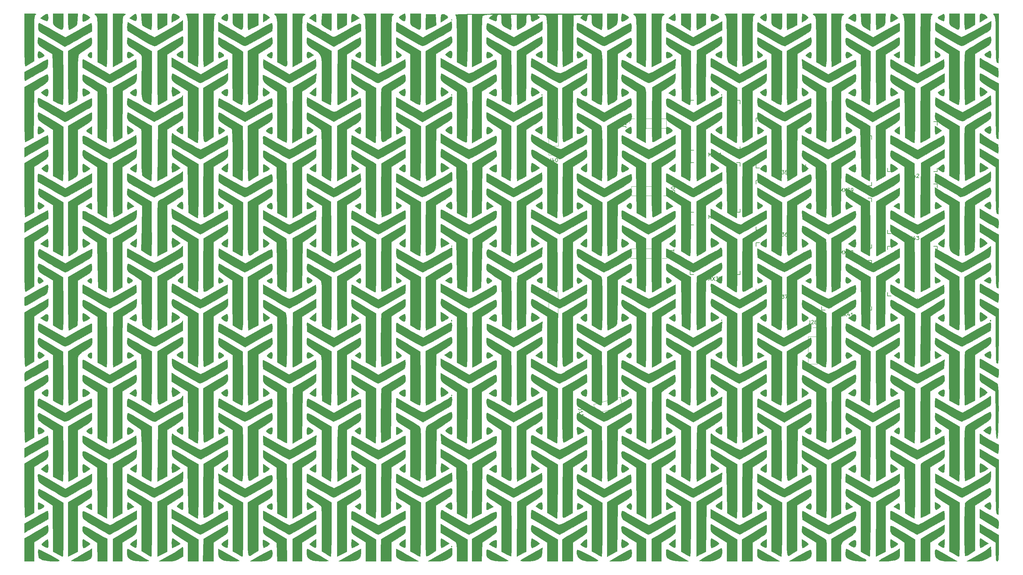
<source format=gbr>
G04 #@! TF.GenerationSoftware,KiCad,Pcbnew,(5.1.4)-1*
G04 #@! TF.CreationDate,2023-01-08T18:52:39-05:00*
G04 #@! TF.ProjectId,ThumbsUp,5468756d-6273-4557-902e-6b696361645f,rev?*
G04 #@! TF.SameCoordinates,Original*
G04 #@! TF.FileFunction,Legend,Top*
G04 #@! TF.FilePolarity,Positive*
%FSLAX46Y46*%
G04 Gerber Fmt 4.6, Leading zero omitted, Abs format (unit mm)*
G04 Created by KiCad (PCBNEW (5.1.4)-1) date 2023-01-08 18:52:39*
%MOMM*%
%LPD*%
G04 APERTURE LIST*
%ADD10C,0.010000*%
%ADD11C,0.120000*%
%ADD12C,0.150000*%
G04 APERTURE END LIST*
D10*
G36*
X10742372Y-633080447D02*
G01*
X10784066Y-633679783D01*
X10787328Y-633978421D01*
X10767301Y-634531228D01*
X10653693Y-634938048D01*
X10358796Y-635304882D01*
X9794901Y-635737736D01*
X8874299Y-636342613D01*
X8782065Y-636401962D01*
X6781053Y-637689188D01*
X6781053Y-643002105D01*
X4107369Y-643002105D01*
X4107369Y-636607804D01*
X5377369Y-635885341D01*
X6239017Y-635388576D01*
X7339189Y-634745305D01*
X8457924Y-634084231D01*
X8595273Y-634002491D01*
X9494375Y-633475025D01*
X10205794Y-633072922D01*
X10615411Y-632860089D01*
X10667378Y-632842105D01*
X10742372Y-633080447D01*
X10742372Y-633080447D01*
G37*
X10742372Y-633080447D02*
X10784066Y-633679783D01*
X10787328Y-633978421D01*
X10767301Y-634531228D01*
X10653693Y-634938048D01*
X10358796Y-635304882D01*
X9794901Y-635737736D01*
X8874299Y-636342613D01*
X8782065Y-636401962D01*
X6781053Y-637689188D01*
X6781053Y-643002105D01*
X4107369Y-643002105D01*
X4107369Y-636607804D01*
X5377369Y-635885341D01*
X6239017Y-635388576D01*
X7339189Y-634745305D01*
X8457924Y-634084231D01*
X8595273Y-634002491D01*
X9494375Y-633475025D01*
X10205794Y-633072922D01*
X10615411Y-632860089D01*
X10667378Y-632842105D01*
X10742372Y-633080447D01*
G36*
X8327266Y-639785594D02*
G01*
X8962668Y-640072123D01*
X9837897Y-640506043D01*
X10840998Y-641027922D01*
X11860017Y-641578328D01*
X12782998Y-642097829D01*
X13497987Y-642526995D01*
X13893029Y-642806392D01*
X13903801Y-642816783D01*
X13822196Y-642945428D01*
X13335823Y-643010743D01*
X12570038Y-643019492D01*
X11650196Y-642978440D01*
X10701651Y-642894352D01*
X9849760Y-642773990D01*
X9219876Y-642624120D01*
X9053684Y-642555069D01*
X8487654Y-642247323D01*
X8175111Y-642063443D01*
X8164594Y-642055455D01*
X8047581Y-641723129D01*
X7969796Y-641100183D01*
X7942674Y-640408762D01*
X7977651Y-639871008D01*
X8043646Y-639705888D01*
X8327266Y-639785594D01*
X8327266Y-639785594D01*
G37*
X8327266Y-639785594D02*
X8962668Y-640072123D01*
X9837897Y-640506043D01*
X10840998Y-641027922D01*
X11860017Y-641578328D01*
X12782998Y-642097829D01*
X13497987Y-642526995D01*
X13893029Y-642806392D01*
X13903801Y-642816783D01*
X13822196Y-642945428D01*
X13335823Y-643010743D01*
X12570038Y-643019492D01*
X11650196Y-642978440D01*
X10701651Y-642894352D01*
X9849760Y-642773990D01*
X9219876Y-642624120D01*
X9053684Y-642555069D01*
X8487654Y-642247323D01*
X8175111Y-642063443D01*
X8164594Y-642055455D01*
X8047581Y-641723129D01*
X7969796Y-641100183D01*
X7942674Y-640408762D01*
X7977651Y-639871008D01*
X8043646Y-639705888D01*
X8327266Y-639785594D01*
G36*
X23088836Y-640774509D02*
G01*
X23049874Y-641588093D01*
X22873414Y-642068420D01*
X22465988Y-642415155D01*
X22265063Y-642534210D01*
X21551752Y-642812198D01*
X20553774Y-642961450D01*
X19281140Y-643002105D01*
X18299571Y-642989685D01*
X17580086Y-642956628D01*
X17240050Y-642909241D01*
X17230702Y-642891925D01*
X17499650Y-642719541D01*
X18121191Y-642354569D01*
X18980424Y-641864019D01*
X19347369Y-641657494D01*
X20394848Y-641065706D01*
X21373319Y-640505144D01*
X22104597Y-640078070D01*
X22221579Y-640007973D01*
X23090526Y-639482703D01*
X23088836Y-640774509D01*
X23088836Y-640774509D01*
G37*
X23088836Y-640774509D02*
X23049874Y-641588093D01*
X22873414Y-642068420D01*
X22465988Y-642415155D01*
X22265063Y-642534210D01*
X21551752Y-642812198D01*
X20553774Y-642961450D01*
X19281140Y-643002105D01*
X18299571Y-642989685D01*
X17580086Y-642956628D01*
X17240050Y-642909241D01*
X17230702Y-642891925D01*
X17499650Y-642719541D01*
X18121191Y-642354569D01*
X18980424Y-641864019D01*
X19347369Y-641657494D01*
X20394848Y-641065706D01*
X21373319Y-640505144D01*
X22104597Y-640078070D01*
X22221579Y-640007973D01*
X23090526Y-639482703D01*
X23088836Y-640774509D01*
G36*
X21486566Y-633402860D02*
G01*
X22462146Y-633945210D01*
X22878890Y-634194536D01*
X23995751Y-634857345D01*
X25084679Y-635484241D01*
X25968537Y-635973916D01*
X26232105Y-636112308D01*
X27368421Y-636691818D01*
X27368421Y-643002105D01*
X24714101Y-643002105D01*
X24561053Y-637839283D01*
X22555790Y-636470104D01*
X21537666Y-635741251D01*
X20903724Y-635189097D01*
X20571195Y-634729764D01*
X20463746Y-634349983D01*
X20419029Y-633637260D01*
X20530759Y-633244653D01*
X20864688Y-633167931D01*
X21486566Y-633402860D01*
X21486566Y-633402860D01*
G37*
X21486566Y-633402860D02*
X22462146Y-633945210D01*
X22878890Y-634194536D01*
X23995751Y-634857345D01*
X25084679Y-635484241D01*
X25968537Y-635973916D01*
X26232105Y-636112308D01*
X27368421Y-636691818D01*
X27368421Y-643002105D01*
X24714101Y-643002105D01*
X24561053Y-637839283D01*
X22555790Y-636470104D01*
X21537666Y-635741251D01*
X20903724Y-635189097D01*
X20571195Y-634729764D01*
X20463746Y-634349983D01*
X20419029Y-633637260D01*
X20530759Y-633244653D01*
X20864688Y-633167931D01*
X21486566Y-633402860D01*
G36*
X35656842Y-633990788D02*
G01*
X35641865Y-634567020D01*
X35539152Y-634984724D01*
X35262035Y-635351931D01*
X34723842Y-635776676D01*
X33837905Y-636366990D01*
X33655032Y-636486015D01*
X31653222Y-637788421D01*
X31646316Y-643002105D01*
X28972632Y-643002105D01*
X28979190Y-636718947D01*
X31031172Y-635515789D01*
X32157698Y-634854926D01*
X33290252Y-634189972D01*
X34217807Y-633644840D01*
X34369998Y-633555299D01*
X35656842Y-632797966D01*
X35656842Y-633990788D01*
X35656842Y-633990788D01*
G37*
X35656842Y-633990788D02*
X35641865Y-634567020D01*
X35539152Y-634984724D01*
X35262035Y-635351931D01*
X34723842Y-635776676D01*
X33837905Y-636366990D01*
X33655032Y-636486015D01*
X31653222Y-637788421D01*
X31646316Y-643002105D01*
X28972632Y-643002105D01*
X28979190Y-636718947D01*
X31031172Y-635515789D01*
X32157698Y-634854926D01*
X33290252Y-634189972D01*
X34217807Y-633644840D01*
X34369998Y-633555299D01*
X35656842Y-632797966D01*
X35656842Y-633990788D01*
G36*
X33392633Y-639650067D02*
G01*
X34008203Y-639980307D01*
X34868777Y-640455518D01*
X35865493Y-641014182D01*
X36889491Y-641594779D01*
X37831909Y-642135790D01*
X38583887Y-642575698D01*
X39036564Y-642852983D01*
X39110351Y-642905362D01*
X38916483Y-642946655D01*
X38303312Y-642973669D01*
X37386172Y-642982382D01*
X36971404Y-642979955D01*
X35699192Y-642934762D01*
X34806716Y-642810736D01*
X34141457Y-642580526D01*
X33852105Y-642420606D01*
X33296194Y-642007447D01*
X33045180Y-641539220D01*
X32983391Y-640787533D01*
X32983158Y-640704862D01*
X33013108Y-639995648D01*
X33088714Y-639575614D01*
X33130928Y-639526316D01*
X33392633Y-639650067D01*
X33392633Y-639650067D01*
G37*
X33392633Y-639650067D02*
X34008203Y-639980307D01*
X34868777Y-640455518D01*
X35865493Y-641014182D01*
X36889491Y-641594779D01*
X37831909Y-642135790D01*
X38583887Y-642575698D01*
X39036564Y-642852983D01*
X39110351Y-642905362D01*
X38916483Y-642946655D01*
X38303312Y-642973669D01*
X37386172Y-642982382D01*
X36971404Y-642979955D01*
X35699192Y-642934762D01*
X34806716Y-642810736D01*
X34141457Y-642580526D01*
X33852105Y-642420606D01*
X33296194Y-642007447D01*
X33045180Y-641539220D01*
X32983391Y-640787533D01*
X32983158Y-640704862D01*
X33013108Y-639995648D01*
X33088714Y-639575614D01*
X33130928Y-639526316D01*
X33392633Y-639650067D01*
G36*
X48648338Y-639009293D02*
G01*
X48700673Y-639460247D01*
X48726880Y-640102489D01*
X48757895Y-641614451D01*
X47573969Y-642308278D01*
X46885607Y-642666572D01*
X46217011Y-642876366D01*
X45385651Y-642974602D01*
X44208994Y-642998217D01*
X44165021Y-642998156D01*
X41940000Y-642994208D01*
X45207273Y-641193419D01*
X46400466Y-640512478D01*
X47414865Y-639889451D01*
X48161422Y-639382384D01*
X48551090Y-639049320D01*
X48585205Y-638991579D01*
X48648338Y-639009293D01*
X48648338Y-639009293D01*
G37*
X48648338Y-639009293D02*
X48700673Y-639460247D01*
X48726880Y-640102489D01*
X48757895Y-641614451D01*
X47573969Y-642308278D01*
X46885607Y-642666572D01*
X46217011Y-642876366D01*
X45385651Y-642974602D01*
X44208994Y-642998217D01*
X44165021Y-642998156D01*
X41940000Y-642994208D01*
X45207273Y-641193419D01*
X46400466Y-640512478D01*
X47414865Y-639889451D01*
X48161422Y-639382384D01*
X48551090Y-639049320D01*
X48585205Y-638991579D01*
X48648338Y-639009293D01*
G36*
X45909294Y-632703804D02*
G01*
X46542641Y-633060232D01*
X47474831Y-633597854D01*
X48625543Y-634270506D01*
X49398272Y-634726109D01*
X53035790Y-636877481D01*
X53035790Y-643002105D01*
X50094737Y-643002105D01*
X50094737Y-637713920D01*
X47825474Y-636280644D01*
X46797047Y-635623990D01*
X46138372Y-635159211D01*
X45766886Y-634792955D01*
X45600024Y-634431872D01*
X45555225Y-633982609D01*
X45552843Y-633711052D01*
X45572944Y-633016740D01*
X45627477Y-632614785D01*
X45655114Y-632574737D01*
X45909294Y-632703804D01*
X45909294Y-632703804D01*
G37*
X45909294Y-632703804D02*
X46542641Y-633060232D01*
X47474831Y-633597854D01*
X48625543Y-634270506D01*
X49398272Y-634726109D01*
X53035790Y-636877481D01*
X53035790Y-643002105D01*
X50094737Y-643002105D01*
X50094737Y-637713920D01*
X47825474Y-636280644D01*
X46797047Y-635623990D01*
X46138372Y-635159211D01*
X45766886Y-634792955D01*
X45600024Y-634431872D01*
X45555225Y-633982609D01*
X45552843Y-633711052D01*
X45572944Y-633016740D01*
X45627477Y-632614785D01*
X45655114Y-632574737D01*
X45909294Y-632703804D01*
G36*
X61282387Y-633080472D02*
G01*
X61317941Y-633679864D01*
X61320757Y-633978421D01*
X61300977Y-634530710D01*
X61187482Y-634938324D01*
X60893025Y-635307369D01*
X60330356Y-635743954D01*
X59412227Y-636354187D01*
X59315494Y-636417143D01*
X57313684Y-637719549D01*
X57313684Y-643002105D01*
X54355662Y-643002105D01*
X54430989Y-639875299D01*
X54506316Y-636748494D01*
X57809604Y-634795299D01*
X58992966Y-634099709D01*
X60003702Y-633513392D01*
X60757213Y-633084819D01*
X61168901Y-632862463D01*
X61218552Y-632842105D01*
X61282387Y-633080472D01*
X61282387Y-633080472D01*
G37*
X61282387Y-633080472D02*
X61317941Y-633679864D01*
X61320757Y-633978421D01*
X61300977Y-634530710D01*
X61187482Y-634938324D01*
X60893025Y-635307369D01*
X60330356Y-635743954D01*
X59412227Y-636354187D01*
X59315494Y-636417143D01*
X57313684Y-637719549D01*
X57313684Y-643002105D01*
X54355662Y-643002105D01*
X54430989Y-639875299D01*
X54506316Y-636748494D01*
X57809604Y-634795299D01*
X58992966Y-634099709D01*
X60003702Y-633513392D01*
X60757213Y-633084819D01*
X61168901Y-632862463D01*
X61218552Y-632842105D01*
X61282387Y-633080472D01*
G36*
X60054211Y-640271569D02*
G01*
X61876538Y-641283538D01*
X63224755Y-642050737D01*
X64099874Y-642573758D01*
X64502907Y-642853193D01*
X64532632Y-642893943D01*
X64286716Y-642944361D01*
X63634677Y-642980983D01*
X62705078Y-642997378D01*
X62460526Y-642997601D01*
X61251033Y-642959399D01*
X60405715Y-642829821D01*
X59757327Y-642576963D01*
X59519474Y-642436608D01*
X58964981Y-642011572D01*
X58713512Y-641536353D01*
X58650814Y-640781203D01*
X58650526Y-640689250D01*
X58650526Y-639498380D01*
X60054211Y-640271569D01*
X60054211Y-640271569D01*
G37*
X60054211Y-640271569D02*
X61876538Y-641283538D01*
X63224755Y-642050737D01*
X64099874Y-642573758D01*
X64502907Y-642853193D01*
X64532632Y-642893943D01*
X64286716Y-642944361D01*
X63634677Y-642980983D01*
X62705078Y-642997378D01*
X62460526Y-642997601D01*
X61251033Y-642959399D01*
X60405715Y-642829821D01*
X59757327Y-642576963D01*
X59519474Y-642436608D01*
X58964981Y-642011572D01*
X58713512Y-641536353D01*
X58650814Y-640781203D01*
X58650526Y-640689250D01*
X58650526Y-639498380D01*
X60054211Y-640271569D01*
G36*
X73793584Y-640042907D02*
G01*
X73889576Y-640738586D01*
X73890526Y-640836748D01*
X73825480Y-641560868D01*
X73536733Y-642027529D01*
X72939454Y-642440959D01*
X72299598Y-642744750D01*
X71553030Y-642918134D01*
X70532868Y-642990726D01*
X69797875Y-642998423D01*
X67607369Y-642994742D01*
X70414737Y-641397895D01*
X71531795Y-640777232D01*
X72496647Y-640268514D01*
X73206021Y-639924354D01*
X73556316Y-639797366D01*
X73793584Y-640042907D01*
X73793584Y-640042907D01*
G37*
X73793584Y-640042907D02*
X73889576Y-640738586D01*
X73890526Y-640836748D01*
X73825480Y-641560868D01*
X73536733Y-642027529D01*
X72939454Y-642440959D01*
X72299598Y-642744750D01*
X71553030Y-642918134D01*
X70532868Y-642990726D01*
X69797875Y-642998423D01*
X67607369Y-642994742D01*
X70414737Y-641397895D01*
X71531795Y-640777232D01*
X72496647Y-640268514D01*
X73206021Y-639924354D01*
X73556316Y-639797366D01*
X73793584Y-640042907D01*
G36*
X71648858Y-633234384D02*
G01*
X72300281Y-633576905D01*
X73236887Y-634088716D01*
X74369305Y-634721501D01*
X74710063Y-634914210D01*
X77892991Y-636718947D01*
X77901053Y-643002105D01*
X75246732Y-643002105D01*
X75093684Y-637822659D01*
X73155263Y-636522097D01*
X72221481Y-635882187D01*
X71648728Y-635425756D01*
X71349035Y-635045860D01*
X71234436Y-634635554D01*
X71216842Y-634165504D01*
X71251695Y-633500495D01*
X71338626Y-633134222D01*
X71371988Y-633109473D01*
X71648858Y-633234384D01*
X71648858Y-633234384D01*
G37*
X71648858Y-633234384D02*
X72300281Y-633576905D01*
X73236887Y-634088716D01*
X74369305Y-634721501D01*
X74710063Y-634914210D01*
X77892991Y-636718947D01*
X77901053Y-643002105D01*
X75246732Y-643002105D01*
X75093684Y-637822659D01*
X73155263Y-636522097D01*
X72221481Y-635882187D01*
X71648728Y-635425756D01*
X71349035Y-635045860D01*
X71234436Y-634635554D01*
X71216842Y-634165504D01*
X71251695Y-633500495D01*
X71338626Y-633134222D01*
X71371988Y-633109473D01*
X71648858Y-633234384D01*
G36*
X86189474Y-635207498D02*
G01*
X84184211Y-636477783D01*
X82178947Y-637748068D01*
X82178947Y-643002105D01*
X79505263Y-643002105D01*
X79508542Y-639860526D01*
X79511822Y-636718947D01*
X81563803Y-635515789D01*
X82690329Y-634854926D01*
X83822883Y-634189972D01*
X84750439Y-633644840D01*
X84902629Y-633555299D01*
X86189474Y-632797966D01*
X86189474Y-635207498D01*
X86189474Y-635207498D01*
G37*
X86189474Y-635207498D02*
X84184211Y-636477783D01*
X82178947Y-637748068D01*
X82178947Y-643002105D01*
X79505263Y-643002105D01*
X79508542Y-639860526D01*
X79511822Y-636718947D01*
X81563803Y-635515789D01*
X82690329Y-634854926D01*
X83822883Y-634189972D01*
X84750439Y-633644840D01*
X84902629Y-633555299D01*
X86189474Y-632797966D01*
X86189474Y-635207498D01*
G36*
X83925265Y-639650067D02*
G01*
X84540835Y-639980307D01*
X85401408Y-640455518D01*
X86398124Y-641014182D01*
X87422122Y-641594779D01*
X88364541Y-642135790D01*
X89116519Y-642575698D01*
X89569196Y-642852983D01*
X89642983Y-642905362D01*
X89449115Y-642946655D01*
X88835943Y-642973669D01*
X87918804Y-642982382D01*
X87504035Y-642979955D01*
X86231824Y-642934762D01*
X85339348Y-642810736D01*
X84674089Y-642580526D01*
X84384737Y-642420606D01*
X83828826Y-642007447D01*
X83577812Y-641539220D01*
X83516023Y-640787533D01*
X83515790Y-640704862D01*
X83545739Y-639995648D01*
X83621345Y-639575614D01*
X83663560Y-639526316D01*
X83925265Y-639650067D01*
X83925265Y-639650067D01*
G37*
X83925265Y-639650067D02*
X84540835Y-639980307D01*
X85401408Y-640455518D01*
X86398124Y-641014182D01*
X87422122Y-641594779D01*
X88364541Y-642135790D01*
X89116519Y-642575698D01*
X89569196Y-642852983D01*
X89642983Y-642905362D01*
X89449115Y-642946655D01*
X88835943Y-642973669D01*
X87918804Y-642982382D01*
X87504035Y-642979955D01*
X86231824Y-642934762D01*
X85339348Y-642810736D01*
X84674089Y-642580526D01*
X84384737Y-642420606D01*
X83828826Y-642007447D01*
X83577812Y-641539220D01*
X83516023Y-640787533D01*
X83515790Y-640704862D01*
X83545739Y-639995648D01*
X83621345Y-639575614D01*
X83663560Y-639526316D01*
X83925265Y-639650067D01*
G36*
X98755790Y-640720318D02*
G01*
X98710236Y-641515511D01*
X98500900Y-641998320D01*
X98018769Y-642388287D01*
X97886842Y-642470299D01*
X97295080Y-642752720D01*
X96566780Y-642916660D01*
X95549445Y-642987649D01*
X94745263Y-642996262D01*
X92472632Y-642992418D01*
X93848142Y-642233923D01*
X94817164Y-641697573D01*
X95984203Y-641048806D01*
X96989721Y-640487787D01*
X98755790Y-639500145D01*
X98755790Y-640720318D01*
X98755790Y-640720318D01*
G37*
X98755790Y-640720318D02*
X98710236Y-641515511D01*
X98500900Y-641998320D01*
X98018769Y-642388287D01*
X97886842Y-642470299D01*
X97295080Y-642752720D01*
X96566780Y-642916660D01*
X95549445Y-642987649D01*
X94745263Y-642996262D01*
X92472632Y-642992418D01*
X93848142Y-642233923D01*
X94817164Y-641697573D01*
X95984203Y-641048806D01*
X96989721Y-640487787D01*
X98755790Y-639500145D01*
X98755790Y-640720318D01*
G36*
X96574556Y-633091287D02*
G01*
X97238988Y-633478939D01*
X98187168Y-634033366D01*
X99330339Y-634702697D01*
X99758421Y-634953532D01*
X103033684Y-636873050D01*
X103033684Y-643002105D01*
X100092632Y-643002105D01*
X100092632Y-637695659D01*
X98087369Y-636425374D01*
X97132586Y-635811478D01*
X96542338Y-635376211D01*
X96228961Y-635012792D01*
X96104790Y-634614438D01*
X96082161Y-634074367D01*
X96082105Y-633982818D01*
X96122143Y-633304377D01*
X96223385Y-632941811D01*
X96282632Y-632922280D01*
X96574556Y-633091287D01*
X96574556Y-633091287D01*
G37*
X96574556Y-633091287D02*
X97238988Y-633478939D01*
X98187168Y-634033366D01*
X99330339Y-634702697D01*
X99758421Y-634953532D01*
X103033684Y-636873050D01*
X103033684Y-643002105D01*
X100092632Y-643002105D01*
X100092632Y-637695659D01*
X98087369Y-636425374D01*
X97132586Y-635811478D01*
X96542338Y-635376211D01*
X96228961Y-635012792D01*
X96104790Y-634614438D01*
X96082161Y-634074367D01*
X96082105Y-633982818D01*
X96122143Y-633304377D01*
X96223385Y-632941811D01*
X96282632Y-632922280D01*
X96574556Y-633091287D01*
G36*
X111216910Y-633070842D02*
G01*
X111313487Y-633256088D01*
X111327577Y-633599152D01*
X111322105Y-633989190D01*
X111306279Y-634554428D01*
X111200326Y-634964743D01*
X110916538Y-635326694D01*
X110367203Y-635746838D01*
X109464614Y-636331734D01*
X109316842Y-636425374D01*
X107311579Y-637695659D01*
X107311579Y-643002105D01*
X104345679Y-643002105D01*
X104388261Y-639926260D01*
X104430844Y-636850414D01*
X107274896Y-635148141D01*
X108736119Y-634271617D01*
X109797452Y-633643804D01*
X110522374Y-633246522D01*
X110974366Y-633061594D01*
X111216910Y-633070842D01*
X111216910Y-633070842D01*
G37*
X111216910Y-633070842D02*
X111313487Y-633256088D01*
X111327577Y-633599152D01*
X111322105Y-633989190D01*
X111306279Y-634554428D01*
X111200326Y-634964743D01*
X110916538Y-635326694D01*
X110367203Y-635746838D01*
X109464614Y-636331734D01*
X109316842Y-636425374D01*
X107311579Y-637695659D01*
X107311579Y-643002105D01*
X104345679Y-643002105D01*
X104388261Y-639926260D01*
X104430844Y-636850414D01*
X107274896Y-635148141D01*
X108736119Y-634271617D01*
X109797452Y-633643804D01*
X110522374Y-633246522D01*
X110974366Y-633061594D01*
X111216910Y-633070842D01*
G36*
X109651053Y-640035036D02*
G01*
X110348292Y-640409614D01*
X111331157Y-640954250D01*
X112422781Y-641570593D01*
X112786157Y-641778365D01*
X114918630Y-643002105D01*
X112652473Y-642997601D01*
X111418290Y-642967771D01*
X110561975Y-642865655D01*
X109928518Y-642663513D01*
X109517369Y-642436608D01*
X108960965Y-642009278D01*
X108709919Y-641530613D01*
X108648597Y-640769222D01*
X108648421Y-640697784D01*
X108648421Y-639515448D01*
X109651053Y-640035036D01*
X109651053Y-640035036D01*
G37*
X109651053Y-640035036D02*
X110348292Y-640409614D01*
X111331157Y-640954250D01*
X112422781Y-641570593D01*
X112786157Y-641778365D01*
X114918630Y-643002105D01*
X112652473Y-642997601D01*
X111418290Y-642967771D01*
X110561975Y-642865655D01*
X109928518Y-642663513D01*
X109517369Y-642436608D01*
X108960965Y-642009278D01*
X108709919Y-641530613D01*
X108648597Y-640769222D01*
X108648421Y-640697784D01*
X108648421Y-639515448D01*
X109651053Y-640035036D01*
G36*
X124380488Y-639497875D02*
G01*
X124418654Y-640101116D01*
X124423158Y-640439246D01*
X124390999Y-641147192D01*
X124214379Y-641596067D01*
X123773087Y-641967780D01*
X123186324Y-642310825D01*
X122446742Y-642675689D01*
X121728213Y-642885741D01*
X120837432Y-642979950D01*
X119777377Y-642998014D01*
X117605263Y-642993922D01*
X120907149Y-641126435D01*
X122096651Y-640457710D01*
X123111223Y-639894976D01*
X123864762Y-639485401D01*
X124271164Y-639276154D01*
X124316097Y-639258947D01*
X124380488Y-639497875D01*
X124380488Y-639497875D01*
G37*
X124380488Y-639497875D02*
X124418654Y-640101116D01*
X124423158Y-640439246D01*
X124390999Y-641147192D01*
X124214379Y-641596067D01*
X123773087Y-641967780D01*
X123186324Y-642310825D01*
X122446742Y-642675689D01*
X121728213Y-642885741D01*
X120837432Y-642979950D01*
X119777377Y-642998014D01*
X117605263Y-642993922D01*
X120907149Y-641126435D01*
X122096651Y-640457710D01*
X123111223Y-639894976D01*
X123864762Y-639485401D01*
X124271164Y-639276154D01*
X124316097Y-639258947D01*
X124380488Y-639497875D01*
G36*
X122083684Y-633052085D02*
G01*
X122656631Y-633390840D01*
X123565457Y-633922806D01*
X124682994Y-634573741D01*
X125826842Y-635237420D01*
X128701053Y-636901794D01*
X128701053Y-643002105D01*
X125760000Y-643002105D01*
X125755906Y-640528947D01*
X125733936Y-639411522D01*
X125678509Y-638489492D01*
X125599543Y-637899179D01*
X125555380Y-637772492D01*
X125251658Y-637512824D01*
X124604917Y-637057324D01*
X123730495Y-636485563D01*
X123286842Y-636207450D01*
X121214737Y-634925704D01*
X121214737Y-632531124D01*
X122083684Y-633052085D01*
X122083684Y-633052085D01*
G37*
X122083684Y-633052085D02*
X122656631Y-633390840D01*
X123565457Y-633922806D01*
X124682994Y-634573741D01*
X125826842Y-635237420D01*
X128701053Y-636901794D01*
X128701053Y-643002105D01*
X125760000Y-643002105D01*
X125755906Y-640528947D01*
X125733936Y-639411522D01*
X125678509Y-638489492D01*
X125599543Y-637899179D01*
X125555380Y-637772492D01*
X125251658Y-637512824D01*
X124604917Y-637057324D01*
X123730495Y-636485563D01*
X123286842Y-636207450D01*
X121214737Y-634925704D01*
X121214737Y-632531124D01*
X122083684Y-633052085D01*
G36*
X136924381Y-633342360D02*
G01*
X136988812Y-633971071D01*
X136989474Y-634044582D01*
X136952225Y-634496152D01*
X136784258Y-634878057D01*
X136401241Y-635284998D01*
X135718840Y-635811672D01*
X134917369Y-636371404D01*
X132845263Y-637794676D01*
X132768739Y-640398391D01*
X132692215Y-643002105D01*
X130037895Y-643002105D01*
X130042225Y-639860526D01*
X130046556Y-636718947D01*
X133315341Y-634804730D01*
X134500728Y-634126862D01*
X135523698Y-633572582D01*
X136296247Y-633187242D01*
X136730370Y-633016195D01*
X136786800Y-633015773D01*
X136924381Y-633342360D01*
X136924381Y-633342360D01*
G37*
X136924381Y-633342360D02*
X136988812Y-633971071D01*
X136989474Y-634044582D01*
X136952225Y-634496152D01*
X136784258Y-634878057D01*
X136401241Y-635284998D01*
X135718840Y-635811672D01*
X134917369Y-636371404D01*
X132845263Y-637794676D01*
X132768739Y-640398391D01*
X132692215Y-643002105D01*
X130037895Y-643002105D01*
X130042225Y-639860526D01*
X130046556Y-636718947D01*
X133315341Y-634804730D01*
X134500728Y-634126862D01*
X135523698Y-633572582D01*
X136296247Y-633187242D01*
X136730370Y-633016195D01*
X136786800Y-633015773D01*
X136924381Y-633342360D01*
G36*
X134533354Y-639781074D02*
G01*
X135160447Y-640074845D01*
X136029661Y-640516863D01*
X137030569Y-641047465D01*
X138052745Y-641606988D01*
X138985760Y-642135768D01*
X139719187Y-642574141D01*
X140142599Y-642862444D01*
X140175614Y-642892050D01*
X139983915Y-642941903D01*
X139375968Y-642977111D01*
X138470190Y-642991805D01*
X138170351Y-642991400D01*
X136570199Y-642902268D01*
X135474344Y-642653004D01*
X135251579Y-642551483D01*
X134643515Y-642173240D01*
X134263485Y-641841722D01*
X134253042Y-641826925D01*
X134106021Y-641351530D01*
X134058082Y-640677534D01*
X134108572Y-640045617D01*
X134256841Y-639696461D01*
X134258810Y-639695215D01*
X134533354Y-639781074D01*
X134533354Y-639781074D01*
G37*
X134533354Y-639781074D02*
X135160447Y-640074845D01*
X136029661Y-640516863D01*
X137030569Y-641047465D01*
X138052745Y-641606988D01*
X138985760Y-642135768D01*
X139719187Y-642574141D01*
X140142599Y-642862444D01*
X140175614Y-642892050D01*
X139983915Y-642941903D01*
X139375968Y-642977111D01*
X138470190Y-642991805D01*
X138170351Y-642991400D01*
X136570199Y-642902268D01*
X135474344Y-642653004D01*
X135251579Y-642551483D01*
X134643515Y-642173240D01*
X134263485Y-641841722D01*
X134253042Y-641826925D01*
X134106021Y-641351530D01*
X134058082Y-640677534D01*
X134108572Y-640045617D01*
X134256841Y-639696461D01*
X134258810Y-639695215D01*
X134533354Y-639781074D01*
G36*
X149772388Y-640487219D02*
G01*
X149681829Y-641300596D01*
X149456371Y-641795289D01*
X148965120Y-642187337D01*
X148620000Y-642389224D01*
X147909500Y-642721524D01*
X147128500Y-642909541D01*
X146092638Y-642988323D01*
X145418930Y-642997707D01*
X144379141Y-642990088D01*
X143798980Y-642950753D01*
X143603552Y-642863000D01*
X143717957Y-642710123D01*
X143814719Y-642639935D01*
X144318494Y-642326322D01*
X145113529Y-641864765D01*
X145946316Y-641400100D01*
X146991773Y-640822421D01*
X148046032Y-640230853D01*
X148702914Y-639855867D01*
X149855301Y-639189298D01*
X149772388Y-640487219D01*
X149772388Y-640487219D01*
G37*
X149772388Y-640487219D02*
X149681829Y-641300596D01*
X149456371Y-641795289D01*
X148965120Y-642187337D01*
X148620000Y-642389224D01*
X147909500Y-642721524D01*
X147128500Y-642909541D01*
X146092638Y-642988323D01*
X145418930Y-642997707D01*
X144379141Y-642990088D01*
X143798980Y-642950753D01*
X143603552Y-642863000D01*
X143717957Y-642710123D01*
X143814719Y-642639935D01*
X144318494Y-642326322D01*
X145113529Y-641864765D01*
X145946316Y-641400100D01*
X146991773Y-640822421D01*
X148046032Y-640230853D01*
X148702914Y-639855867D01*
X149855301Y-639189298D01*
X149772388Y-640487219D01*
G36*
X147265778Y-632972787D02*
G01*
X147965657Y-633332499D01*
X148944277Y-633872741D01*
X150112468Y-634545010D01*
X150676966Y-634878112D01*
X154101053Y-636914118D01*
X154101053Y-643002105D01*
X151160000Y-643002105D01*
X151160000Y-637718128D01*
X148887369Y-636286769D01*
X147854197Y-635626267D01*
X147193601Y-635156298D01*
X146822424Y-634787654D01*
X146657511Y-634431129D01*
X146615706Y-633997515D01*
X146614737Y-633848757D01*
X146691796Y-633156484D01*
X146896164Y-632847549D01*
X146933809Y-632842105D01*
X147265778Y-632972787D01*
X147265778Y-632972787D01*
G37*
X147265778Y-632972787D02*
X147965657Y-633332499D01*
X148944277Y-633872741D01*
X150112468Y-634545010D01*
X150676966Y-634878112D01*
X154101053Y-636914118D01*
X154101053Y-643002105D01*
X151160000Y-643002105D01*
X151160000Y-637718128D01*
X148887369Y-636286769D01*
X147854197Y-635626267D01*
X147193601Y-635156298D01*
X146822424Y-634787654D01*
X146657511Y-634431129D01*
X146615706Y-633997515D01*
X146614737Y-633848757D01*
X146691796Y-633156484D01*
X146896164Y-632847549D01*
X146933809Y-632842105D01*
X147265778Y-632972787D01*
G36*
X162333616Y-633080429D02*
G01*
X162381929Y-633679726D01*
X162386020Y-633978421D01*
X162366240Y-634530710D01*
X162252746Y-634938324D01*
X161958288Y-635307369D01*
X161395619Y-635743954D01*
X160477490Y-636354187D01*
X160380757Y-636417143D01*
X158378947Y-637719549D01*
X158378947Y-643002105D01*
X155437895Y-643002105D01*
X155437895Y-636889044D01*
X156214432Y-636336101D01*
X156766431Y-635969015D01*
X157111108Y-635787361D01*
X157134716Y-635783158D01*
X157408461Y-635652386D01*
X158036135Y-635298815D01*
X158916662Y-634780562D01*
X159692248Y-634312631D01*
X160697036Y-633708172D01*
X161525462Y-633224234D01*
X162076553Y-632918924D01*
X162247754Y-632842105D01*
X162333616Y-633080429D01*
X162333616Y-633080429D01*
G37*
X162333616Y-633080429D02*
X162381929Y-633679726D01*
X162386020Y-633978421D01*
X162366240Y-634530710D01*
X162252746Y-634938324D01*
X161958288Y-635307369D01*
X161395619Y-635743954D01*
X160477490Y-636354187D01*
X160380757Y-636417143D01*
X158378947Y-637719549D01*
X158378947Y-643002105D01*
X155437895Y-643002105D01*
X155437895Y-636889044D01*
X156214432Y-636336101D01*
X156766431Y-635969015D01*
X157111108Y-635787361D01*
X157134716Y-635783158D01*
X157408461Y-635652386D01*
X158036135Y-635298815D01*
X158916662Y-634780562D01*
X159692248Y-634312631D01*
X160697036Y-633708172D01*
X161525462Y-633224234D01*
X162076553Y-632918924D01*
X162247754Y-632842105D01*
X162333616Y-633080429D01*
G36*
X159912189Y-639834604D02*
G01*
X160547211Y-640098555D01*
X161422907Y-640512915D01*
X162427647Y-641019934D01*
X163449803Y-641561859D01*
X164377743Y-642080941D01*
X165099839Y-642519428D01*
X165501696Y-642816783D01*
X165345124Y-642902025D01*
X164766113Y-642966574D01*
X163876865Y-642999814D01*
X163543048Y-643002105D01*
X162369392Y-642975498D01*
X161560958Y-642873310D01*
X160949885Y-642661989D01*
X160490592Y-642391991D01*
X159808521Y-641784708D01*
X159518934Y-641067372D01*
X159495788Y-640887467D01*
X159496723Y-640216480D01*
X159615650Y-639794246D01*
X159629472Y-639778813D01*
X159912189Y-639834604D01*
X159912189Y-639834604D01*
G37*
X159912189Y-639834604D02*
X160547211Y-640098555D01*
X161422907Y-640512915D01*
X162427647Y-641019934D01*
X163449803Y-641561859D01*
X164377743Y-642080941D01*
X165099839Y-642519428D01*
X165501696Y-642816783D01*
X165345124Y-642902025D01*
X164766113Y-642966574D01*
X163876865Y-642999814D01*
X163543048Y-643002105D01*
X162369392Y-642975498D01*
X161560958Y-642873310D01*
X160949885Y-642661989D01*
X160490592Y-642391991D01*
X159808521Y-641784708D01*
X159518934Y-641067372D01*
X159495788Y-640887467D01*
X159496723Y-640216480D01*
X159615650Y-639794246D01*
X159629472Y-639778813D01*
X159912189Y-639834604D01*
G36*
X174755263Y-639707735D02*
G01*
X174898242Y-640042297D01*
X174946404Y-640661928D01*
X174900220Y-641325516D01*
X174760160Y-641791950D01*
X174751169Y-641805123D01*
X174097460Y-642414406D01*
X173132993Y-642797657D01*
X171779194Y-642979263D01*
X170894839Y-643002105D01*
X168686654Y-643002105D01*
X171620695Y-641296166D01*
X172743036Y-640661015D01*
X173699882Y-640152239D01*
X174397406Y-639817384D01*
X174741776Y-639704000D01*
X174755263Y-639707735D01*
X174755263Y-639707735D01*
G37*
X174755263Y-639707735D02*
X174898242Y-640042297D01*
X174946404Y-640661928D01*
X174900220Y-641325516D01*
X174760160Y-641791950D01*
X174751169Y-641805123D01*
X174097460Y-642414406D01*
X173132993Y-642797657D01*
X171779194Y-642979263D01*
X170894839Y-643002105D01*
X168686654Y-643002105D01*
X171620695Y-641296166D01*
X172743036Y-640661015D01*
X173699882Y-640152239D01*
X174397406Y-639817384D01*
X174741776Y-639704000D01*
X174755263Y-639707735D01*
G36*
X173325694Y-633494037D02*
G01*
X173810428Y-633776877D01*
X174878784Y-634406803D01*
X176127791Y-635123815D01*
X177161579Y-635703015D01*
X178966316Y-636697791D01*
X178966316Y-643002105D01*
X176292632Y-643002105D01*
X176288891Y-640395263D01*
X176285151Y-637788421D01*
X174216786Y-636451579D01*
X173187924Y-635757489D01*
X172543277Y-635234876D01*
X172196998Y-634800301D01*
X172063237Y-634370324D01*
X172061640Y-634356888D01*
X172021115Y-633559527D01*
X172174095Y-633164587D01*
X172586861Y-633150084D01*
X173325694Y-633494037D01*
X173325694Y-633494037D01*
G37*
X173325694Y-633494037D02*
X173810428Y-633776877D01*
X174878784Y-634406803D01*
X176127791Y-635123815D01*
X177161579Y-635703015D01*
X178966316Y-636697791D01*
X178966316Y-643002105D01*
X176292632Y-643002105D01*
X176288891Y-640395263D01*
X176285151Y-637788421D01*
X174216786Y-636451579D01*
X173187924Y-635757489D01*
X172543277Y-635234876D01*
X172196998Y-634800301D01*
X172063237Y-634370324D01*
X172061640Y-634356888D01*
X172021115Y-633559527D01*
X172174095Y-633164587D01*
X172586861Y-633150084D01*
X173325694Y-633494037D01*
G36*
X187254737Y-633990788D02*
G01*
X187239759Y-634567020D01*
X187137047Y-634984724D01*
X186859929Y-635351931D01*
X186321737Y-635776676D01*
X185435800Y-636366990D01*
X185252927Y-636486015D01*
X183251117Y-637788421D01*
X183244211Y-643002105D01*
X180570526Y-643002105D01*
X180573806Y-639860526D01*
X180577085Y-636718947D01*
X182629067Y-635515789D01*
X183755593Y-634854926D01*
X184888146Y-634189972D01*
X185815702Y-633644840D01*
X185967893Y-633555299D01*
X187254737Y-632797966D01*
X187254737Y-633990788D01*
X187254737Y-633990788D01*
G37*
X187254737Y-633990788D02*
X187239759Y-634567020D01*
X187137047Y-634984724D01*
X186859929Y-635351931D01*
X186321737Y-635776676D01*
X185435800Y-636366990D01*
X185252927Y-636486015D01*
X183251117Y-637788421D01*
X183244211Y-643002105D01*
X180570526Y-643002105D01*
X180573806Y-639860526D01*
X180577085Y-636718947D01*
X182629067Y-635515789D01*
X183755593Y-634854926D01*
X184888146Y-634189972D01*
X185815702Y-633644840D01*
X185967893Y-633555299D01*
X187254737Y-632797966D01*
X187254737Y-633990788D01*
G36*
X185095667Y-639727110D02*
G01*
X185674475Y-639998773D01*
X186572226Y-640502735D01*
X187858362Y-641252446D01*
X188055523Y-641367387D01*
X190861573Y-643002105D01*
X188723945Y-642990288D01*
X187374605Y-642934744D01*
X186388264Y-642766679D01*
X185599831Y-642457645D01*
X185583684Y-642449164D01*
X184962787Y-642075149D01*
X184670819Y-641682346D01*
X184585085Y-641056031D01*
X184581053Y-640694481D01*
X184578496Y-640171432D01*
X184617118Y-639826888D01*
X184766362Y-639674298D01*
X185095667Y-639727110D01*
X185095667Y-639727110D01*
G37*
X185095667Y-639727110D02*
X185674475Y-639998773D01*
X186572226Y-640502735D01*
X187858362Y-641252446D01*
X188055523Y-641367387D01*
X190861573Y-643002105D01*
X188723945Y-642990288D01*
X187374605Y-642934744D01*
X186388264Y-642766679D01*
X185599831Y-642457645D01*
X185583684Y-642449164D01*
X184962787Y-642075149D01*
X184670819Y-641682346D01*
X184585085Y-641056031D01*
X184581053Y-640694481D01*
X184578496Y-640171432D01*
X184617118Y-639826888D01*
X184766362Y-639674298D01*
X185095667Y-639727110D01*
G36*
X200273673Y-639507868D02*
G01*
X200345666Y-640062646D01*
X200355790Y-640435055D01*
X200320807Y-641177238D01*
X200133841Y-641643075D01*
X199671868Y-642032766D01*
X199195983Y-642322413D01*
X198466139Y-642693300D01*
X197734786Y-642901504D01*
X196801871Y-642989406D01*
X195987562Y-643002105D01*
X195017562Y-642988867D01*
X194295687Y-642953794D01*
X193951238Y-642903851D01*
X193938947Y-642891769D01*
X194159044Y-642728616D01*
X194760810Y-642361242D01*
X195656456Y-641841462D01*
X196758194Y-641221090D01*
X196946842Y-641116450D01*
X198094168Y-640481285D01*
X199072349Y-639939615D01*
X199786112Y-639544207D01*
X200140185Y-639347830D01*
X200155263Y-639339428D01*
X200273673Y-639507868D01*
X200273673Y-639507868D01*
G37*
X200273673Y-639507868D02*
X200345666Y-640062646D01*
X200355790Y-640435055D01*
X200320807Y-641177238D01*
X200133841Y-641643075D01*
X199671868Y-642032766D01*
X199195983Y-642322413D01*
X198466139Y-642693300D01*
X197734786Y-642901504D01*
X196801871Y-642989406D01*
X195987562Y-643002105D01*
X195017562Y-642988867D01*
X194295687Y-642953794D01*
X193951238Y-642903851D01*
X193938947Y-642891769D01*
X194159044Y-642728616D01*
X194760810Y-642361242D01*
X195656456Y-641841462D01*
X196758194Y-641221090D01*
X196946842Y-641116450D01*
X198094168Y-640481285D01*
X199072349Y-639939615D01*
X199786112Y-639544207D01*
X200140185Y-639347830D01*
X200155263Y-639339428D01*
X200273673Y-639507868D01*
G36*
X197520441Y-632703939D02*
G01*
X198156677Y-633060690D01*
X199090866Y-633598706D01*
X200242332Y-634271701D01*
X201005991Y-634722246D01*
X204633684Y-636869755D01*
X204633684Y-643002105D01*
X201692632Y-643002105D01*
X201692632Y-637726300D01*
X199431222Y-636286834D01*
X198405473Y-635626471D01*
X197748548Y-635158572D01*
X197377642Y-634789286D01*
X197209949Y-634424764D01*
X197162666Y-633971155D01*
X197158590Y-633711052D01*
X197175950Y-633016811D01*
X197232874Y-632614834D01*
X197262833Y-632574737D01*
X197520441Y-632703939D01*
X197520441Y-632703939D01*
G37*
X197520441Y-632703939D02*
X198156677Y-633060690D01*
X199090866Y-633598706D01*
X200242332Y-634271701D01*
X201005991Y-634722246D01*
X204633684Y-636869755D01*
X204633684Y-643002105D01*
X201692632Y-643002105D01*
X201692632Y-637726300D01*
X199431222Y-636286834D01*
X198405473Y-635626471D01*
X197748548Y-635158572D01*
X197377642Y-634789286D01*
X197209949Y-634424764D01*
X197162666Y-633971155D01*
X197158590Y-633711052D01*
X197175950Y-633016811D01*
X197232874Y-632614834D01*
X197262833Y-632574737D01*
X197520441Y-632703939D01*
G36*
X212883828Y-633080858D02*
G01*
X212918260Y-633682840D01*
X212922105Y-634007403D01*
X212906250Y-634572386D01*
X212800206Y-634982577D01*
X212516255Y-635344512D01*
X211966679Y-635764726D01*
X211063761Y-636349755D01*
X210916842Y-636442844D01*
X208911579Y-637712988D01*
X208911579Y-643002105D01*
X205970526Y-643002105D01*
X205970526Y-636881501D01*
X209349491Y-634861803D01*
X210544513Y-634151226D01*
X211567319Y-633550103D01*
X212334960Y-633106637D01*
X212764483Y-632869027D01*
X212825280Y-632842105D01*
X212883828Y-633080858D01*
X212883828Y-633080858D01*
G37*
X212883828Y-633080858D02*
X212918260Y-633682840D01*
X212922105Y-634007403D01*
X212906250Y-634572386D01*
X212800206Y-634982577D01*
X212516255Y-635344512D01*
X211966679Y-635764726D01*
X211063761Y-636349755D01*
X210916842Y-636442844D01*
X208911579Y-637712988D01*
X208911579Y-643002105D01*
X205970526Y-643002105D01*
X205970526Y-636881501D01*
X209349491Y-634861803D01*
X210544513Y-634151226D01*
X211567319Y-633550103D01*
X212334960Y-633106637D01*
X212764483Y-632869027D01*
X212825280Y-632842105D01*
X212883828Y-633080858D01*
G36*
X210607227Y-639651440D02*
G01*
X211238064Y-639993821D01*
X212153299Y-640503974D01*
X213263403Y-641132413D01*
X213491897Y-641262780D01*
X216531579Y-642999244D01*
X214258947Y-642996170D01*
X213024779Y-642967472D01*
X212168836Y-642866999D01*
X211536437Y-642667201D01*
X211117369Y-642436608D01*
X210559734Y-642007793D01*
X210308966Y-641526893D01*
X210248539Y-640761457D01*
X210248421Y-640703217D01*
X210269104Y-639994520D01*
X210321309Y-639575196D01*
X210350318Y-639526316D01*
X210607227Y-639651440D01*
X210607227Y-639651440D01*
G37*
X210607227Y-639651440D02*
X211238064Y-639993821D01*
X212153299Y-640503974D01*
X213263403Y-641132413D01*
X213491897Y-641262780D01*
X216531579Y-642999244D01*
X214258947Y-642996170D01*
X213024779Y-642967472D01*
X212168836Y-642866999D01*
X211536437Y-642667201D01*
X211117369Y-642436608D01*
X210559734Y-642007793D01*
X210308966Y-641526893D01*
X210248539Y-640761457D01*
X210248421Y-640703217D01*
X210269104Y-639994520D01*
X210321309Y-639575196D01*
X210350318Y-639526316D01*
X210607227Y-639651440D01*
G36*
X225391479Y-640042907D02*
G01*
X225487471Y-640738586D01*
X225488421Y-640836748D01*
X225423375Y-641560868D01*
X225134627Y-642027529D01*
X224537349Y-642440959D01*
X223897493Y-642744750D01*
X223150925Y-642918134D01*
X222130762Y-642990726D01*
X221395770Y-642998423D01*
X219205263Y-642994742D01*
X222012632Y-641397895D01*
X223129690Y-640777232D01*
X224094541Y-640268514D01*
X224803915Y-639924354D01*
X225154211Y-639797366D01*
X225391479Y-640042907D01*
X225391479Y-640042907D01*
G37*
X225391479Y-640042907D02*
X225487471Y-640738586D01*
X225488421Y-640836748D01*
X225423375Y-641560868D01*
X225134627Y-642027529D01*
X224537349Y-642440959D01*
X223897493Y-642744750D01*
X223150925Y-642918134D01*
X222130762Y-642990726D01*
X221395770Y-642998423D01*
X219205263Y-642994742D01*
X222012632Y-641397895D01*
X223129690Y-640777232D01*
X224094541Y-640268514D01*
X224803915Y-639924354D01*
X225154211Y-639797366D01*
X225391479Y-640042907D01*
G36*
X223349056Y-633240498D02*
G01*
X224023496Y-633591942D01*
X224939354Y-634101361D01*
X225990441Y-634706311D01*
X227070567Y-635344346D01*
X228073543Y-635953023D01*
X228893181Y-636469897D01*
X229423289Y-636832524D01*
X229561695Y-636955002D01*
X229642690Y-637332424D01*
X229708263Y-638119729D01*
X229750530Y-639192117D01*
X229762222Y-640127895D01*
X229766316Y-643002105D01*
X226825263Y-643002105D01*
X226824743Y-640395263D01*
X226824222Y-637788421D01*
X224819480Y-636511396D01*
X223862400Y-635890070D01*
X223271595Y-635447567D01*
X222958855Y-635080952D01*
X222835972Y-634687287D01*
X222814737Y-634171922D01*
X222861066Y-633504645D01*
X222976707Y-633135401D01*
X223022223Y-633109473D01*
X223349056Y-633240498D01*
X223349056Y-633240498D01*
G37*
X223349056Y-633240498D02*
X224023496Y-633591942D01*
X224939354Y-634101361D01*
X225990441Y-634706311D01*
X227070567Y-635344346D01*
X228073543Y-635953023D01*
X228893181Y-636469897D01*
X229423289Y-636832524D01*
X229561695Y-636955002D01*
X229642690Y-637332424D01*
X229708263Y-638119729D01*
X229750530Y-639192117D01*
X229762222Y-640127895D01*
X229766316Y-643002105D01*
X226825263Y-643002105D01*
X226824743Y-640395263D01*
X226824222Y-637788421D01*
X224819480Y-636511396D01*
X223862400Y-635890070D01*
X223271595Y-635447567D01*
X222958855Y-635080952D01*
X222835972Y-634687287D01*
X222814737Y-634171922D01*
X222861066Y-633504645D01*
X222976707Y-633135401D01*
X223022223Y-633109473D01*
X223349056Y-633240498D01*
G36*
X237830141Y-633065388D02*
G01*
X237926537Y-633167853D01*
X237950247Y-633222824D01*
X238028842Y-633758507D01*
X238007833Y-634355152D01*
X237858597Y-634830068D01*
X237465655Y-635301567D01*
X236736074Y-635865283D01*
X236183158Y-636232832D01*
X235130269Y-636914704D01*
X234439555Y-637424235D01*
X234034934Y-637895477D01*
X233840327Y-638462479D01*
X233779652Y-639259294D01*
X233776828Y-640419971D01*
X233776842Y-640472646D01*
X233776842Y-643002105D01*
X231103158Y-643002105D01*
X231109716Y-636718947D01*
X233159729Y-635515789D01*
X234731098Y-634596105D01*
X235903728Y-633919969D01*
X236738783Y-633458106D01*
X237297428Y-633181238D01*
X237640826Y-633060091D01*
X237830141Y-633065388D01*
X237830141Y-633065388D01*
G37*
X237830141Y-633065388D02*
X237926537Y-633167853D01*
X237950247Y-633222824D01*
X238028842Y-633758507D01*
X238007833Y-634355152D01*
X237858597Y-634830068D01*
X237465655Y-635301567D01*
X236736074Y-635865283D01*
X236183158Y-636232832D01*
X235130269Y-636914704D01*
X234439555Y-637424235D01*
X234034934Y-637895477D01*
X233840327Y-638462479D01*
X233779652Y-639259294D01*
X233776828Y-640419971D01*
X233776842Y-640472646D01*
X233776842Y-643002105D01*
X231103158Y-643002105D01*
X231109716Y-636718947D01*
X233159729Y-635515789D01*
X234731098Y-634596105D01*
X235903728Y-633919969D01*
X236738783Y-633458106D01*
X237297428Y-633181238D01*
X237640826Y-633060091D01*
X237830141Y-633065388D01*
G36*
X235558255Y-639653718D02*
G01*
X236194639Y-639996690D01*
X237075894Y-640496380D01*
X237705230Y-640863158D01*
X238687524Y-641432263D01*
X239494154Y-641882684D01*
X240017166Y-642155060D01*
X240151975Y-642208503D01*
X240479062Y-642359798D01*
X240846365Y-642609556D01*
X240946793Y-642830721D01*
X240627492Y-642972562D01*
X239996987Y-643038757D01*
X239163805Y-643032986D01*
X238236470Y-642958930D01*
X237323510Y-642820268D01*
X236533449Y-642620681D01*
X236116316Y-642449164D01*
X235489135Y-642069381D01*
X235198426Y-641668331D01*
X235116596Y-641026356D01*
X235113684Y-640723086D01*
X235145666Y-640007533D01*
X235226531Y-639579837D01*
X235273782Y-639526316D01*
X235558255Y-639653718D01*
X235558255Y-639653718D01*
G37*
X235558255Y-639653718D02*
X236194639Y-639996690D01*
X237075894Y-640496380D01*
X237705230Y-640863158D01*
X238687524Y-641432263D01*
X239494154Y-641882684D01*
X240017166Y-642155060D01*
X240151975Y-642208503D01*
X240479062Y-642359798D01*
X240846365Y-642609556D01*
X240946793Y-642830721D01*
X240627492Y-642972562D01*
X239996987Y-643038757D01*
X239163805Y-643032986D01*
X238236470Y-642958930D01*
X237323510Y-642820268D01*
X236533449Y-642620681D01*
X236116316Y-642449164D01*
X235489135Y-642069381D01*
X235198426Y-641668331D01*
X235116596Y-641026356D01*
X235113684Y-640723086D01*
X235145666Y-640007533D01*
X235226531Y-639579837D01*
X235273782Y-639526316D01*
X235558255Y-639653718D01*
G36*
X250353684Y-640791831D02*
G01*
X250323937Y-641594234D01*
X250165813Y-642054911D01*
X249775991Y-642366287D01*
X249408824Y-642551532D01*
X248849519Y-642719653D01*
X248010157Y-642862054D01*
X247029835Y-642969281D01*
X246047651Y-643031877D01*
X245202703Y-643040388D01*
X244634087Y-642985357D01*
X244471579Y-642887149D01*
X244689914Y-642717264D01*
X245273778Y-642360439D01*
X246116459Y-641880597D01*
X246543684Y-641645907D01*
X247607384Y-641062410D01*
X248598803Y-640509379D01*
X249343290Y-640084482D01*
X249484737Y-640001162D01*
X250353684Y-639482703D01*
X250353684Y-640791831D01*
X250353684Y-640791831D01*
G37*
X250353684Y-640791831D02*
X250323937Y-641594234D01*
X250165813Y-642054911D01*
X249775991Y-642366287D01*
X249408824Y-642551532D01*
X248849519Y-642719653D01*
X248010157Y-642862054D01*
X247029835Y-642969281D01*
X246047651Y-643031877D01*
X245202703Y-643040388D01*
X244634087Y-642985357D01*
X244471579Y-642887149D01*
X244689914Y-642717264D01*
X245273778Y-642360439D01*
X246116459Y-641880597D01*
X246543684Y-641645907D01*
X247607384Y-641062410D01*
X248598803Y-640509379D01*
X249343290Y-640084482D01*
X249484737Y-640001162D01*
X250353684Y-639482703D01*
X250353684Y-640791831D01*
G36*
X248049606Y-633073352D02*
G01*
X248521397Y-633279842D01*
X249271972Y-633695781D01*
X250364673Y-634339811D01*
X251757369Y-635168056D01*
X254631579Y-636872350D01*
X254631579Y-643002105D01*
X251690526Y-643002105D01*
X251690526Y-637719549D01*
X249688717Y-636417143D01*
X248736772Y-635787732D01*
X248147481Y-635341001D01*
X247833659Y-634970511D01*
X247708123Y-634569823D01*
X247683687Y-634032499D01*
X247683453Y-633969014D01*
X247673523Y-633524140D01*
X247689011Y-633214143D01*
X247793258Y-633057666D01*
X248049606Y-633073352D01*
X248049606Y-633073352D01*
G37*
X248049606Y-633073352D02*
X248521397Y-633279842D01*
X249271972Y-633695781D01*
X250364673Y-634339811D01*
X251757369Y-635168056D01*
X254631579Y-636872350D01*
X254631579Y-643002105D01*
X251690526Y-643002105D01*
X251690526Y-637719549D01*
X249688717Y-636417143D01*
X248736772Y-635787732D01*
X248147481Y-635341001D01*
X247833659Y-634970511D01*
X247708123Y-634569823D01*
X247683687Y-634032499D01*
X247683453Y-633969014D01*
X247673523Y-633524140D01*
X247689011Y-633214143D01*
X247793258Y-633057666D01*
X248049606Y-633073352D01*
G36*
X262920000Y-633981997D02*
G01*
X262905394Y-634557959D01*
X262803220Y-634973121D01*
X262525941Y-635334907D01*
X261986022Y-635750739D01*
X261095927Y-636328042D01*
X260914737Y-636442844D01*
X258909474Y-637712988D01*
X258909474Y-643002105D01*
X256235790Y-643002105D01*
X256235790Y-636713267D01*
X258307895Y-635484098D01*
X259431596Y-634820064D01*
X260557378Y-634158999D01*
X261479559Y-633621587D01*
X261650000Y-633523111D01*
X262920000Y-632791293D01*
X262920000Y-633981997D01*
X262920000Y-633981997D01*
G37*
X262920000Y-633981997D02*
X262905394Y-634557959D01*
X262803220Y-634973121D01*
X262525941Y-635334907D01*
X261986022Y-635750739D01*
X261095927Y-636328042D01*
X260914737Y-636442844D01*
X258909474Y-637712988D01*
X258909474Y-643002105D01*
X256235790Y-643002105D01*
X256235790Y-636713267D01*
X258307895Y-635484098D01*
X259431596Y-634820064D01*
X260557378Y-634158999D01*
X261479559Y-633621587D01*
X261650000Y-633523111D01*
X262920000Y-632791293D01*
X262920000Y-633981997D01*
G36*
X260820634Y-639798913D02*
G01*
X261429637Y-640083224D01*
X262362067Y-640600449D01*
X263686550Y-641364548D01*
X263811695Y-641436871D01*
X266520914Y-643002105D01*
X264252562Y-642997601D01*
X263018049Y-642967848D01*
X262161543Y-642865984D01*
X261528161Y-642664315D01*
X261115263Y-642436608D01*
X260555702Y-642005462D01*
X260305380Y-641521048D01*
X260246365Y-640749254D01*
X260246316Y-640711609D01*
X260247897Y-640203864D01*
X260298391Y-639873194D01*
X260466428Y-639733556D01*
X260820634Y-639798913D01*
X260820634Y-639798913D01*
G37*
X260820634Y-639798913D02*
X261429637Y-640083224D01*
X262362067Y-640600449D01*
X263686550Y-641364548D01*
X263811695Y-641436871D01*
X266520914Y-643002105D01*
X264252562Y-642997601D01*
X263018049Y-642967848D01*
X262161543Y-642865984D01*
X261528161Y-642664315D01*
X261115263Y-642436608D01*
X260555702Y-642005462D01*
X260305380Y-641521048D01*
X260246365Y-640749254D01*
X260246316Y-640711609D01*
X260247897Y-640203864D01*
X260298391Y-639873194D01*
X260466428Y-639733556D01*
X260820634Y-639798913D01*
G36*
X275958689Y-638940390D02*
G01*
X276012319Y-639324338D01*
X276021053Y-640142258D01*
X276021053Y-641619546D01*
X274784219Y-642310825D01*
X274043165Y-642676124D01*
X273321863Y-642886607D01*
X272426819Y-642981407D01*
X271375272Y-643000252D01*
X269203158Y-642998399D01*
X272144211Y-641379289D01*
X273316185Y-640711478D01*
X274347397Y-640082160D01*
X275128035Y-639561131D01*
X275548284Y-639218186D01*
X275553158Y-639212574D01*
X275819267Y-638930221D01*
X275958689Y-638940390D01*
X275958689Y-638940390D01*
G37*
X275958689Y-638940390D02*
X276012319Y-639324338D01*
X276021053Y-640142258D01*
X276021053Y-641619546D01*
X274784219Y-642310825D01*
X274043165Y-642676124D01*
X273321863Y-642886607D01*
X272426819Y-642981407D01*
X271375272Y-643000252D01*
X269203158Y-642998399D01*
X272144211Y-641379289D01*
X273316185Y-640711478D01*
X274347397Y-640082160D01*
X275128035Y-639561131D01*
X275548284Y-639218186D01*
X275553158Y-639212574D01*
X275819267Y-638930221D01*
X275958689Y-638940390D01*
G36*
X274082632Y-633255536D02*
G01*
X275074092Y-633830038D01*
X276193081Y-634483198D01*
X276756316Y-634813934D01*
X278160000Y-635640721D01*
X278160000Y-639321413D01*
X278151775Y-640816754D01*
X278121494Y-641854706D01*
X278060748Y-642512442D01*
X277961129Y-642867137D01*
X277814227Y-642995963D01*
X277758947Y-643002105D01*
X277570400Y-642912827D01*
X277449984Y-642585939D01*
X277384156Y-641932860D01*
X277359376Y-640865008D01*
X277357895Y-640378663D01*
X277357895Y-637755221D01*
X275085263Y-636302241D01*
X272812632Y-634849260D01*
X272812632Y-632523925D01*
X274082632Y-633255536D01*
X274082632Y-633255536D01*
G37*
X274082632Y-633255536D02*
X275074092Y-633830038D01*
X276193081Y-634483198D01*
X276756316Y-634813934D01*
X278160000Y-635640721D01*
X278160000Y-639321413D01*
X278151775Y-640816754D01*
X278121494Y-641854706D01*
X278060748Y-642512442D01*
X277961129Y-642867137D01*
X277814227Y-642995963D01*
X277758947Y-643002105D01*
X277570400Y-642912827D01*
X277449984Y-642585939D01*
X277384156Y-641932860D01*
X277359376Y-640865008D01*
X277357895Y-640378663D01*
X277357895Y-637755221D01*
X275085263Y-636302241D01*
X272812632Y-634849260D01*
X272812632Y-632523925D01*
X274082632Y-633255536D01*
G36*
X8519263Y-622811758D02*
G01*
X9210813Y-623167905D01*
X10178887Y-623701327D01*
X11332657Y-624362804D01*
X11772119Y-624620526D01*
X15058056Y-626558947D01*
X15063765Y-634112105D01*
X15058439Y-636058752D01*
X15040568Y-637818536D01*
X15011889Y-639324262D01*
X14974136Y-640508730D01*
X14929048Y-641304746D01*
X14878359Y-641645110D01*
X14868947Y-641652814D01*
X14536220Y-641531195D01*
X13898322Y-641232495D01*
X13398421Y-640979268D01*
X12128421Y-640318172D01*
X12101955Y-627361052D01*
X10043083Y-626024210D01*
X9067085Y-625376225D01*
X8457566Y-624910179D01*
X8125888Y-624527280D01*
X7983412Y-624128734D01*
X7944077Y-623684737D01*
X7986652Y-623024068D01*
X8148698Y-622694032D01*
X8195062Y-622682105D01*
X8519263Y-622811758D01*
X8519263Y-622811758D01*
G37*
X8519263Y-622811758D02*
X9210813Y-623167905D01*
X10178887Y-623701327D01*
X11332657Y-624362804D01*
X11772119Y-624620526D01*
X15058056Y-626558947D01*
X15063765Y-634112105D01*
X15058439Y-636058752D01*
X15040568Y-637818536D01*
X15011889Y-639324262D01*
X14974136Y-640508730D01*
X14929048Y-641304746D01*
X14878359Y-641645110D01*
X14868947Y-641652814D01*
X14536220Y-641531195D01*
X13898322Y-641232495D01*
X13398421Y-640979268D01*
X12128421Y-640318172D01*
X12101955Y-627361052D01*
X10043083Y-626024210D01*
X9067085Y-625376225D01*
X8457566Y-624910179D01*
X8125888Y-624527280D01*
X7983412Y-624128734D01*
X7944077Y-623684737D01*
X7986652Y-623024068D01*
X8148698Y-622694032D01*
X8195062Y-622682105D01*
X8519263Y-622811758D01*
G36*
X23023029Y-622920308D02*
G01*
X23074106Y-623519336D01*
X23076196Y-623818421D01*
X23050802Y-624373178D01*
X22932093Y-624780618D01*
X22631157Y-625147042D01*
X22059084Y-625578752D01*
X21126965Y-626182050D01*
X21067953Y-626219489D01*
X19074042Y-627484241D01*
X19092555Y-631433173D01*
X19098368Y-633099190D01*
X19101003Y-634825986D01*
X19100372Y-636424126D01*
X19096387Y-637704178D01*
X19095534Y-637850759D01*
X19080000Y-640319413D01*
X16406316Y-641674271D01*
X16406316Y-626441356D01*
X19582698Y-624561731D01*
X20747805Y-623879011D01*
X21745605Y-623307034D01*
X22487724Y-622895500D01*
X22885788Y-622694113D01*
X22924803Y-622682105D01*
X23023029Y-622920308D01*
X23023029Y-622920308D01*
G37*
X23023029Y-622920308D02*
X23074106Y-623519336D01*
X23076196Y-623818421D01*
X23050802Y-624373178D01*
X22932093Y-624780618D01*
X22631157Y-625147042D01*
X22059084Y-625578752D01*
X21126965Y-626182050D01*
X21067953Y-626219489D01*
X19074042Y-627484241D01*
X19092555Y-631433173D01*
X19098368Y-633099190D01*
X19101003Y-634825986D01*
X19100372Y-636424126D01*
X19096387Y-637704178D01*
X19095534Y-637850759D01*
X19080000Y-640319413D01*
X16406316Y-641674271D01*
X16406316Y-626441356D01*
X19582698Y-624561731D01*
X20747805Y-623879011D01*
X21745605Y-623307034D01*
X22487724Y-622895500D01*
X22885788Y-622694113D01*
X22924803Y-622682105D01*
X23023029Y-622920308D01*
G36*
X33600332Y-622812659D02*
G01*
X34290209Y-623170760D01*
X35252483Y-623706066D01*
X36394922Y-624368236D01*
X36750872Y-624579257D01*
X39934737Y-626476409D01*
X39934737Y-634070836D01*
X39927974Y-636023477D01*
X39908867Y-637789847D01*
X39879189Y-639302844D01*
X39840712Y-640495366D01*
X39795211Y-641300310D01*
X39744457Y-641650574D01*
X39734211Y-641660183D01*
X39412909Y-641525455D01*
X38799873Y-641184298D01*
X38293082Y-640875884D01*
X37052480Y-640096666D01*
X37033464Y-633862543D01*
X37027648Y-632088601D01*
X37021653Y-630496202D01*
X37015832Y-629162242D01*
X37010538Y-628163614D01*
X37006125Y-627577215D01*
X37004067Y-627455568D01*
X36787666Y-627246495D01*
X36217879Y-626834210D01*
X35398878Y-626292241D01*
X34988421Y-626032891D01*
X34028793Y-625423050D01*
X33437472Y-624988217D01*
X33125439Y-624626274D01*
X33003676Y-624235105D01*
X32983158Y-623732585D01*
X33049096Y-623066886D01*
X33214104Y-622704970D01*
X33275083Y-622682105D01*
X33600332Y-622812659D01*
X33600332Y-622812659D01*
G37*
X33600332Y-622812659D02*
X34290209Y-623170760D01*
X35252483Y-623706066D01*
X36394922Y-624368236D01*
X36750872Y-624579257D01*
X39934737Y-626476409D01*
X39934737Y-634070836D01*
X39927974Y-636023477D01*
X39908867Y-637789847D01*
X39879189Y-639302844D01*
X39840712Y-640495366D01*
X39795211Y-641300310D01*
X39744457Y-641650574D01*
X39734211Y-641660183D01*
X39412909Y-641525455D01*
X38799873Y-641184298D01*
X38293082Y-640875884D01*
X37052480Y-640096666D01*
X37033464Y-633862543D01*
X37027648Y-632088601D01*
X37021653Y-630496202D01*
X37015832Y-629162242D01*
X37010538Y-628163614D01*
X37006125Y-627577215D01*
X37004067Y-627455568D01*
X36787666Y-627246495D01*
X36217879Y-626834210D01*
X35398878Y-626292241D01*
X34988421Y-626032891D01*
X34028793Y-625423050D01*
X33437472Y-624988217D01*
X33125439Y-624626274D01*
X33003676Y-624235105D01*
X32983158Y-623732585D01*
X33049096Y-623066886D01*
X33214104Y-622704970D01*
X33275083Y-622682105D01*
X33600332Y-622812659D01*
G36*
X48662073Y-622651540D02*
G01*
X48752251Y-623241347D01*
X48757895Y-623456674D01*
X48738183Y-623942804D01*
X48623693Y-624317937D01*
X48331396Y-624672759D01*
X47778261Y-625097954D01*
X46881257Y-625684205D01*
X46493473Y-625929832D01*
X44229051Y-627361052D01*
X44220841Y-633840233D01*
X44212632Y-640319413D01*
X42875790Y-640996842D01*
X41538947Y-641674271D01*
X41538947Y-626243728D01*
X42140526Y-625969610D01*
X42602783Y-625727184D01*
X43406518Y-625274565D01*
X44435576Y-624678166D01*
X45488949Y-624055114D01*
X46579197Y-623416406D01*
X47510538Y-622893900D01*
X48183376Y-622541912D01*
X48496843Y-622414737D01*
X48662073Y-622651540D01*
X48662073Y-622651540D01*
G37*
X48662073Y-622651540D02*
X48752251Y-623241347D01*
X48757895Y-623456674D01*
X48738183Y-623942804D01*
X48623693Y-624317937D01*
X48331396Y-624672759D01*
X47778261Y-625097954D01*
X46881257Y-625684205D01*
X46493473Y-625929832D01*
X44229051Y-627361052D01*
X44220841Y-633840233D01*
X44212632Y-640319413D01*
X42875790Y-640996842D01*
X41538947Y-641674271D01*
X41538947Y-626243728D01*
X42140526Y-625969610D01*
X42602783Y-625727184D01*
X43406518Y-625274565D01*
X44435576Y-624678166D01*
X45488949Y-624055114D01*
X46579197Y-623416406D01*
X47510538Y-622893900D01*
X48183376Y-622541912D01*
X48496843Y-622414737D01*
X48662073Y-622651540D01*
G36*
X59088756Y-622808625D02*
G01*
X59741122Y-623156321D01*
X60681541Y-623677394D01*
X61822955Y-624324047D01*
X62287287Y-624590458D01*
X65602105Y-626498811D01*
X65602105Y-634082037D01*
X65595333Y-636033018D01*
X65576201Y-637797536D01*
X65546485Y-639308469D01*
X65507962Y-640498696D01*
X65462410Y-641301097D01*
X65411604Y-641648549D01*
X65401579Y-641657597D01*
X65074867Y-641529881D01*
X64448347Y-641209598D01*
X63932141Y-640922333D01*
X62663229Y-640194737D01*
X62660785Y-633777895D01*
X62658340Y-627361052D01*
X60654433Y-626098861D01*
X59697013Y-625484622D01*
X59106442Y-625047335D01*
X58794191Y-624683644D01*
X58671730Y-624290193D01*
X58650527Y-623763628D01*
X58650526Y-623759387D01*
X58686018Y-623086533D01*
X58774744Y-622710624D01*
X58811498Y-622682105D01*
X59088756Y-622808625D01*
X59088756Y-622808625D01*
G37*
X59088756Y-622808625D02*
X59741122Y-623156321D01*
X60681541Y-623677394D01*
X61822955Y-624324047D01*
X62287287Y-624590458D01*
X65602105Y-626498811D01*
X65602105Y-634082037D01*
X65595333Y-636033018D01*
X65576201Y-637797536D01*
X65546485Y-639308469D01*
X65507962Y-640498696D01*
X65462410Y-641301097D01*
X65411604Y-641648549D01*
X65401579Y-641657597D01*
X65074867Y-641529881D01*
X64448347Y-641209598D01*
X63932141Y-640922333D01*
X62663229Y-640194737D01*
X62660785Y-633777895D01*
X62658340Y-627361052D01*
X60654433Y-626098861D01*
X59697013Y-625484622D01*
X59106442Y-625047335D01*
X58794191Y-624683644D01*
X58671730Y-624290193D01*
X58650527Y-623763628D01*
X58650526Y-623759387D01*
X58686018Y-623086533D01*
X58774744Y-622710624D01*
X58811498Y-622682105D01*
X59088756Y-622808625D01*
G36*
X73783597Y-622919380D02*
G01*
X73884172Y-623513154D01*
X73890526Y-623732585D01*
X73868135Y-624249253D01*
X73741614Y-624637880D01*
X73421947Y-625000582D01*
X72820113Y-625439475D01*
X71885263Y-626032891D01*
X69880000Y-627282716D01*
X69880000Y-640054344D01*
X68790177Y-640742320D01*
X68253841Y-641090497D01*
X67831931Y-641347268D01*
X67510806Y-641463681D01*
X67276823Y-641390782D01*
X67116339Y-641079617D01*
X67015713Y-640481233D01*
X66961301Y-639546676D01*
X66939463Y-638226992D01*
X66936554Y-636473229D01*
X66938934Y-634236433D01*
X66938947Y-634099441D01*
X66938947Y-626476409D01*
X70122812Y-624579257D01*
X71300607Y-623889421D01*
X72325294Y-623311680D01*
X73104642Y-622896376D01*
X73546419Y-622693851D01*
X73598602Y-622682105D01*
X73783597Y-622919380D01*
X73783597Y-622919380D01*
G37*
X73783597Y-622919380D02*
X73884172Y-623513154D01*
X73890526Y-623732585D01*
X73868135Y-624249253D01*
X73741614Y-624637880D01*
X73421947Y-625000582D01*
X72820113Y-625439475D01*
X71885263Y-626032891D01*
X69880000Y-627282716D01*
X69880000Y-640054344D01*
X68790177Y-640742320D01*
X68253841Y-641090497D01*
X67831931Y-641347268D01*
X67510806Y-641463681D01*
X67276823Y-641390782D01*
X67116339Y-641079617D01*
X67015713Y-640481233D01*
X66961301Y-639546676D01*
X66939463Y-638226992D01*
X66936554Y-636473229D01*
X66938934Y-634236433D01*
X66938947Y-634099441D01*
X66938947Y-626476409D01*
X70122812Y-624579257D01*
X71300607Y-623889421D01*
X72325294Y-623311680D01*
X73104642Y-622896376D01*
X73546419Y-622693851D01*
X73598602Y-622682105D01*
X73783597Y-622919380D01*
G36*
X84118203Y-622811928D02*
G01*
X84805537Y-623168062D01*
X85766830Y-623700505D01*
X86910153Y-624359257D01*
X87272545Y-624572643D01*
X90467369Y-626463181D01*
X90467369Y-634064222D01*
X90460611Y-636017751D01*
X90441520Y-637785040D01*
X90411865Y-639299016D01*
X90373417Y-640492606D01*
X90327948Y-641298735D01*
X90277226Y-641650330D01*
X90266842Y-641660214D01*
X89943026Y-641524685D01*
X89336827Y-641184066D01*
X88916117Y-640924951D01*
X87765918Y-640194737D01*
X87769106Y-634106102D01*
X87763801Y-632338266D01*
X87747178Y-630738319D01*
X87721042Y-629387675D01*
X87687197Y-628367747D01*
X87647448Y-627759949D01*
X87625665Y-627635358D01*
X87343114Y-627327615D01*
X86715740Y-626836023D01*
X85859248Y-626248502D01*
X85497413Y-626018156D01*
X84544451Y-625412133D01*
X83959399Y-624979620D01*
X83652668Y-624617289D01*
X83534672Y-624221810D01*
X83515790Y-623732585D01*
X83579146Y-623069974D01*
X83737101Y-622706096D01*
X83796756Y-622682105D01*
X84118203Y-622811928D01*
X84118203Y-622811928D01*
G37*
X84118203Y-622811928D02*
X84805537Y-623168062D01*
X85766830Y-623700505D01*
X86910153Y-624359257D01*
X87272545Y-624572643D01*
X90467369Y-626463181D01*
X90467369Y-634064222D01*
X90460611Y-636017751D01*
X90441520Y-637785040D01*
X90411865Y-639299016D01*
X90373417Y-640492606D01*
X90327948Y-641298735D01*
X90277226Y-641650330D01*
X90266842Y-641660214D01*
X89943026Y-641524685D01*
X89336827Y-641184066D01*
X88916117Y-640924951D01*
X87765918Y-640194737D01*
X87769106Y-634106102D01*
X87763801Y-632338266D01*
X87747178Y-630738319D01*
X87721042Y-629387675D01*
X87687197Y-628367747D01*
X87647448Y-627759949D01*
X87625665Y-627635358D01*
X87343114Y-627327615D01*
X86715740Y-626836023D01*
X85859248Y-626248502D01*
X85497413Y-626018156D01*
X84544451Y-625412133D01*
X83959399Y-624979620D01*
X83652668Y-624617289D01*
X83534672Y-624221810D01*
X83515790Y-623732585D01*
X83579146Y-623069974D01*
X83737101Y-622706096D01*
X83796756Y-622682105D01*
X84118203Y-622811928D01*
G36*
X98697744Y-622919564D02*
G01*
X98751802Y-623512852D01*
X98755790Y-623754076D01*
X98734334Y-624280416D01*
X98610985Y-624674790D01*
X98297272Y-625040915D01*
X97704725Y-625482507D01*
X96760198Y-626093549D01*
X94764606Y-627361052D01*
X94754935Y-633840233D01*
X94745263Y-640319413D01*
X92071579Y-641674271D01*
X92079641Y-626291579D01*
X95262569Y-624486842D01*
X96433878Y-623828792D01*
X97434454Y-623278156D01*
X98174926Y-622883252D01*
X98565924Y-622692398D01*
X98600643Y-622682105D01*
X98697744Y-622919564D01*
X98697744Y-622919564D01*
G37*
X98697744Y-622919564D02*
X98751802Y-623512852D01*
X98755790Y-623754076D01*
X98734334Y-624280416D01*
X98610985Y-624674790D01*
X98297272Y-625040915D01*
X97704725Y-625482507D01*
X96760198Y-626093549D01*
X94764606Y-627361052D01*
X94754935Y-633840233D01*
X94745263Y-640319413D01*
X92071579Y-641674271D01*
X92079641Y-626291579D01*
X95262569Y-624486842D01*
X96433878Y-623828792D01*
X97434454Y-623278156D01*
X98174926Y-622883252D01*
X98565924Y-622692398D01*
X98600643Y-622682105D01*
X98697744Y-622919564D01*
G36*
X110304569Y-623425686D02*
G01*
X111458661Y-624112143D01*
X112771446Y-624872319D01*
X113795263Y-625450275D01*
X115600000Y-626451434D01*
X115600000Y-634058348D01*
X115593248Y-636012504D01*
X115574172Y-637780302D01*
X115544540Y-639294726D01*
X115506121Y-640488758D01*
X115460682Y-641295382D01*
X115409992Y-641647581D01*
X115399474Y-641657597D01*
X115072762Y-641529881D01*
X114446241Y-641209598D01*
X113930036Y-640922333D01*
X112661124Y-640194737D01*
X112660036Y-633749457D01*
X112658947Y-627304178D01*
X110720526Y-626110771D01*
X109780927Y-625521871D01*
X109203389Y-625097485D01*
X108893690Y-624723295D01*
X108757604Y-624284986D01*
X108700907Y-623668239D01*
X108700359Y-623659811D01*
X108618613Y-622402257D01*
X110304569Y-623425686D01*
X110304569Y-623425686D01*
G37*
X110304569Y-623425686D02*
X111458661Y-624112143D01*
X112771446Y-624872319D01*
X113795263Y-625450275D01*
X115600000Y-626451434D01*
X115600000Y-634058348D01*
X115593248Y-636012504D01*
X115574172Y-637780302D01*
X115544540Y-639294726D01*
X115506121Y-640488758D01*
X115460682Y-641295382D01*
X115409992Y-641647581D01*
X115399474Y-641657597D01*
X115072762Y-641529881D01*
X114446241Y-641209598D01*
X113930036Y-640922333D01*
X112661124Y-640194737D01*
X112660036Y-633749457D01*
X112658947Y-627304178D01*
X110720526Y-626110771D01*
X109780927Y-625521871D01*
X109203389Y-625097485D01*
X108893690Y-624723295D01*
X108757604Y-624284986D01*
X108700907Y-623668239D01*
X108700359Y-623659811D01*
X108618613Y-622402257D01*
X110304569Y-623425686D01*
G36*
X124271603Y-622568865D02*
G01*
X124390737Y-622819913D01*
X124419254Y-623247453D01*
X124419368Y-623386185D01*
X124396522Y-623868740D01*
X124277248Y-624245696D01*
X123979219Y-624607926D01*
X123420105Y-625046303D01*
X122517582Y-625651699D01*
X122150526Y-625890526D01*
X119885475Y-627361052D01*
X119877895Y-640054344D01*
X118875263Y-640678099D01*
X118044627Y-641191136D01*
X117556693Y-641471086D01*
X117300664Y-641568204D01*
X117165741Y-641532743D01*
X117107819Y-641479748D01*
X117063239Y-641177842D01*
X117022991Y-640411275D01*
X116988655Y-639250117D01*
X116961810Y-637764439D01*
X116944035Y-636024310D01*
X116936908Y-634099799D01*
X116936842Y-633892590D01*
X116936842Y-626476409D01*
X120176364Y-624546093D01*
X121665857Y-623663929D01*
X122758977Y-623041841D01*
X123516873Y-622663112D01*
X124000698Y-622511025D01*
X124271603Y-622568865D01*
X124271603Y-622568865D01*
G37*
X124271603Y-622568865D02*
X124390737Y-622819913D01*
X124419254Y-623247453D01*
X124419368Y-623386185D01*
X124396522Y-623868740D01*
X124277248Y-624245696D01*
X123979219Y-624607926D01*
X123420105Y-625046303D01*
X122517582Y-625651699D01*
X122150526Y-625890526D01*
X119885475Y-627361052D01*
X119877895Y-640054344D01*
X118875263Y-640678099D01*
X118044627Y-641191136D01*
X117556693Y-641471086D01*
X117300664Y-641568204D01*
X117165741Y-641532743D01*
X117107819Y-641479748D01*
X117063239Y-641177842D01*
X117022991Y-640411275D01*
X116988655Y-639250117D01*
X116961810Y-637764439D01*
X116944035Y-636024310D01*
X116936908Y-634099799D01*
X116936842Y-633892590D01*
X116936842Y-626476409D01*
X120176364Y-624546093D01*
X121665857Y-623663929D01*
X122758977Y-623041841D01*
X123516873Y-622663112D01*
X124000698Y-622511025D01*
X124271603Y-622568865D01*
G36*
X134691301Y-622812762D02*
G01*
X135387242Y-623170976D01*
X136353202Y-623706111D01*
X137495852Y-624367533D01*
X137826393Y-624563488D01*
X140983793Y-626444870D01*
X141058739Y-633947144D01*
X141073572Y-635892645D01*
X141078196Y-637656288D01*
X141073141Y-639169533D01*
X141058939Y-640363837D01*
X141036120Y-641170659D01*
X141005215Y-641521457D01*
X141000000Y-641530458D01*
X140707527Y-641464784D01*
X140099375Y-641209247D01*
X139596316Y-640964834D01*
X138326316Y-640318172D01*
X138326316Y-627487996D01*
X136187369Y-626109035D01*
X135193054Y-625456982D01*
X134567010Y-624993169D01*
X134224244Y-624622117D01*
X134079766Y-624248344D01*
X134048585Y-623776369D01*
X134048421Y-623706089D01*
X134121594Y-623018944D01*
X134312192Y-622691762D01*
X134358707Y-622682105D01*
X134691301Y-622812762D01*
X134691301Y-622812762D01*
G37*
X134691301Y-622812762D02*
X135387242Y-623170976D01*
X136353202Y-623706111D01*
X137495852Y-624367533D01*
X137826393Y-624563488D01*
X140983793Y-626444870D01*
X141058739Y-633947144D01*
X141073572Y-635892645D01*
X141078196Y-637656288D01*
X141073141Y-639169533D01*
X141058939Y-640363837D01*
X141036120Y-641170659D01*
X141005215Y-641521457D01*
X141000000Y-641530458D01*
X140707527Y-641464784D01*
X140099375Y-641209247D01*
X139596316Y-640964834D01*
X138326316Y-640318172D01*
X138326316Y-627487996D01*
X136187369Y-626109035D01*
X135193054Y-625456982D01*
X134567010Y-624993169D01*
X134224244Y-624622117D01*
X134079766Y-624248344D01*
X134048585Y-623776369D01*
X134048421Y-623706089D01*
X134121594Y-623018944D01*
X134312192Y-622691762D01*
X134358707Y-622682105D01*
X134691301Y-622812762D01*
G36*
X149747547Y-622651477D02*
G01*
X149819038Y-623240257D01*
X149823158Y-623444076D01*
X149801574Y-623923381D01*
X149682698Y-624301065D01*
X149385341Y-624667927D01*
X148828315Y-625114772D01*
X147930434Y-625732399D01*
X147550526Y-625985822D01*
X145277895Y-627498229D01*
X145277895Y-640319413D01*
X142595989Y-641678437D01*
X142737895Y-626327547D01*
X146072671Y-624371142D01*
X147272618Y-623675189D01*
X148310454Y-623088368D01*
X149098577Y-622659055D01*
X149549389Y-622435627D01*
X149615302Y-622414737D01*
X149747547Y-622651477D01*
X149747547Y-622651477D01*
G37*
X149747547Y-622651477D02*
X149819038Y-623240257D01*
X149823158Y-623444076D01*
X149801574Y-623923381D01*
X149682698Y-624301065D01*
X149385341Y-624667927D01*
X148828315Y-625114772D01*
X147930434Y-625732399D01*
X147550526Y-625985822D01*
X145277895Y-627498229D01*
X145277895Y-640319413D01*
X142595989Y-641678437D01*
X142737895Y-626327547D01*
X146072671Y-624371142D01*
X147272618Y-623675189D01*
X148310454Y-623088368D01*
X149098577Y-622659055D01*
X149549389Y-622435627D01*
X149615302Y-622414737D01*
X149747547Y-622651477D01*
G36*
X160117158Y-622811758D02*
G01*
X160808708Y-623167905D01*
X161776781Y-623701327D01*
X162930552Y-624362804D01*
X163370014Y-624620526D01*
X166655951Y-626558947D01*
X166661660Y-634112105D01*
X166656333Y-636059045D01*
X166638460Y-637819388D01*
X166609776Y-639325879D01*
X166572019Y-640511265D01*
X166526925Y-641308293D01*
X166476231Y-641649707D01*
X166466842Y-641657597D01*
X166140130Y-641529881D01*
X165513610Y-641209598D01*
X164997404Y-640922333D01*
X163728493Y-640194737D01*
X163714171Y-633777895D01*
X163699849Y-627361052D01*
X161640977Y-626024210D01*
X160664979Y-625376225D01*
X160055461Y-624910179D01*
X159723783Y-624527280D01*
X159581307Y-624128734D01*
X159541971Y-623684737D01*
X159584547Y-623024068D01*
X159746593Y-622694032D01*
X159792957Y-622682105D01*
X160117158Y-622811758D01*
X160117158Y-622811758D01*
G37*
X160117158Y-622811758D02*
X160808708Y-623167905D01*
X161776781Y-623701327D01*
X162930552Y-624362804D01*
X163370014Y-624620526D01*
X166655951Y-626558947D01*
X166661660Y-634112105D01*
X166656333Y-636059045D01*
X166638460Y-637819388D01*
X166609776Y-639325879D01*
X166572019Y-640511265D01*
X166526925Y-641308293D01*
X166476231Y-641649707D01*
X166466842Y-641657597D01*
X166140130Y-641529881D01*
X165513610Y-641209598D01*
X164997404Y-640922333D01*
X163728493Y-640194737D01*
X163714171Y-633777895D01*
X163699849Y-627361052D01*
X161640977Y-626024210D01*
X160664979Y-625376225D01*
X160055461Y-624910179D01*
X159723783Y-624527280D01*
X159581307Y-624128734D01*
X159541971Y-623684737D01*
X159584547Y-623024068D01*
X159746593Y-622694032D01*
X159792957Y-622682105D01*
X160117158Y-622811758D01*
G36*
X174850673Y-622918973D02*
G01*
X174949286Y-623509513D01*
X174955790Y-623732585D01*
X174933324Y-624249785D01*
X174806509Y-624638671D01*
X174486211Y-625001596D01*
X173883302Y-625440916D01*
X172955224Y-626029963D01*
X170954658Y-627276861D01*
X170883118Y-633735799D01*
X170811579Y-640194737D01*
X169407895Y-640946969D01*
X168004211Y-641699202D01*
X168004211Y-626445682D01*
X171195318Y-624563894D01*
X172375306Y-623879611D01*
X173400869Y-623306530D01*
X174179761Y-622894592D01*
X174619735Y-622693739D01*
X174671108Y-622682105D01*
X174850673Y-622918973D01*
X174850673Y-622918973D01*
G37*
X174850673Y-622918973D02*
X174949286Y-623509513D01*
X174955790Y-623732585D01*
X174933324Y-624249785D01*
X174806509Y-624638671D01*
X174486211Y-625001596D01*
X173883302Y-625440916D01*
X172955224Y-626029963D01*
X170954658Y-627276861D01*
X170883118Y-633735799D01*
X170811579Y-640194737D01*
X169407895Y-640946969D01*
X168004211Y-641699202D01*
X168004211Y-626445682D01*
X171195318Y-624563894D01*
X172375306Y-623879611D01*
X173400869Y-623306530D01*
X174179761Y-622894592D01*
X174619735Y-622693739D01*
X174671108Y-622682105D01*
X174850673Y-622918973D01*
G36*
X185188875Y-622811615D02*
G01*
X185877974Y-623166850D01*
X186840785Y-623697868D01*
X187985062Y-624354727D01*
X188341524Y-624563894D01*
X191532632Y-626445682D01*
X191532632Y-634055472D01*
X191525883Y-636009844D01*
X191506815Y-637777719D01*
X191477195Y-639292126D01*
X191438791Y-640486092D01*
X191393369Y-641292645D01*
X191342696Y-641644815D01*
X191332105Y-641654830D01*
X191003885Y-641520987D01*
X190391630Y-641191700D01*
X189995263Y-640959260D01*
X188858947Y-640274123D01*
X188858947Y-627475261D01*
X186720000Y-626092681D01*
X185725558Y-625438582D01*
X185099401Y-624973075D01*
X184756583Y-624600982D01*
X184612159Y-624227126D01*
X184581182Y-623756329D01*
X184581053Y-623696103D01*
X184647395Y-623047247D01*
X184812121Y-622700265D01*
X184865734Y-622682105D01*
X185188875Y-622811615D01*
X185188875Y-622811615D01*
G37*
X185188875Y-622811615D02*
X185877974Y-623166850D01*
X186840785Y-623697868D01*
X187985062Y-624354727D01*
X188341524Y-624563894D01*
X191532632Y-626445682D01*
X191532632Y-634055472D01*
X191525883Y-636009844D01*
X191506815Y-637777719D01*
X191477195Y-639292126D01*
X191438791Y-640486092D01*
X191393369Y-641292645D01*
X191342696Y-641644815D01*
X191332105Y-641654830D01*
X191003885Y-641520987D01*
X190391630Y-641191700D01*
X189995263Y-640959260D01*
X188858947Y-640274123D01*
X188858947Y-627475261D01*
X186720000Y-626092681D01*
X185725558Y-625438582D01*
X185099401Y-624973075D01*
X184756583Y-624600982D01*
X184612159Y-624227126D01*
X184581182Y-623756329D01*
X184581053Y-623696103D01*
X184647395Y-623047247D01*
X184812121Y-622700265D01*
X184865734Y-622682105D01*
X185188875Y-622811615D01*
G36*
X200355790Y-624469338D02*
G01*
X198150000Y-625925476D01*
X195944211Y-627381614D01*
X195872620Y-633852920D01*
X195801029Y-640324225D01*
X194468936Y-640999248D01*
X193136842Y-641674271D01*
X193148522Y-626291579D01*
X195615840Y-624896972D01*
X196787383Y-624229857D01*
X197917886Y-623577635D01*
X198842447Y-623035817D01*
X199219474Y-622809712D01*
X200355790Y-622117059D01*
X200355790Y-624469338D01*
X200355790Y-624469338D01*
G37*
X200355790Y-624469338D02*
X198150000Y-625925476D01*
X195944211Y-627381614D01*
X195872620Y-633852920D01*
X195801029Y-640324225D01*
X194468936Y-640999248D01*
X193136842Y-641674271D01*
X193148522Y-626291579D01*
X195615840Y-624896972D01*
X196787383Y-624229857D01*
X197917886Y-623577635D01*
X198842447Y-623035817D01*
X199219474Y-622809712D01*
X200355790Y-622117059D01*
X200355790Y-624469338D01*
G36*
X210790850Y-622810739D02*
G01*
X211425986Y-623145981D01*
X212135729Y-623557815D01*
X213145892Y-624154724D01*
X214350181Y-624850520D01*
X215395263Y-625442479D01*
X217200000Y-626451434D01*
X217200000Y-634058348D01*
X217193248Y-636012504D01*
X217174172Y-637780302D01*
X217144540Y-639294726D01*
X217106121Y-640488758D01*
X217060682Y-641295382D01*
X217009992Y-641647581D01*
X216999474Y-641657597D01*
X216672762Y-641529881D01*
X216046241Y-641209598D01*
X215530036Y-640922333D01*
X214261124Y-640194737D01*
X214251185Y-633777895D01*
X214241245Y-627361052D01*
X212244833Y-626078601D01*
X211290691Y-625453673D01*
X210702122Y-625008452D01*
X210390983Y-624639649D01*
X210269133Y-624243977D01*
X210248421Y-623739128D01*
X210296936Y-623073886D01*
X210417965Y-622707103D01*
X210464676Y-622682105D01*
X210790850Y-622810739D01*
X210790850Y-622810739D01*
G37*
X210790850Y-622810739D02*
X211425986Y-623145981D01*
X212135729Y-623557815D01*
X213145892Y-624154724D01*
X214350181Y-624850520D01*
X215395263Y-625442479D01*
X217200000Y-626451434D01*
X217200000Y-634058348D01*
X217193248Y-636012504D01*
X217174172Y-637780302D01*
X217144540Y-639294726D01*
X217106121Y-640488758D01*
X217060682Y-641295382D01*
X217009992Y-641647581D01*
X216999474Y-641657597D01*
X216672762Y-641529881D01*
X216046241Y-641209598D01*
X215530036Y-640922333D01*
X214261124Y-640194737D01*
X214251185Y-633777895D01*
X214241245Y-627361052D01*
X212244833Y-626078601D01*
X211290691Y-625453673D01*
X210702122Y-625008452D01*
X210390983Y-624639649D01*
X210269133Y-624243977D01*
X210248421Y-623739128D01*
X210296936Y-623073886D01*
X210417965Y-622707103D01*
X210464676Y-622682105D01*
X210790850Y-622810739D01*
G36*
X225384680Y-622918984D02*
G01*
X225482004Y-623509546D01*
X225488421Y-623732585D01*
X225466030Y-624249253D01*
X225339509Y-624637880D01*
X225019841Y-625000582D01*
X224418008Y-625439475D01*
X223483158Y-626032891D01*
X221477895Y-627282716D01*
X221477895Y-640054344D01*
X220388071Y-640742320D01*
X219851938Y-641090377D01*
X219430139Y-641347121D01*
X219109051Y-641463611D01*
X218875047Y-641390909D01*
X218714504Y-641080074D01*
X218613797Y-640482168D01*
X218559300Y-639548251D01*
X218537390Y-638229383D01*
X218534440Y-636476626D01*
X218536827Y-634241040D01*
X218536842Y-634092827D01*
X218536842Y-626463181D01*
X221731665Y-624572643D01*
X222911462Y-623885915D01*
X223936631Y-623310590D01*
X224715244Y-622896672D01*
X225155371Y-622694160D01*
X225207455Y-622682105D01*
X225384680Y-622918984D01*
X225384680Y-622918984D01*
G37*
X225384680Y-622918984D02*
X225482004Y-623509546D01*
X225488421Y-623732585D01*
X225466030Y-624249253D01*
X225339509Y-624637880D01*
X225019841Y-625000582D01*
X224418008Y-625439475D01*
X223483158Y-626032891D01*
X221477895Y-627282716D01*
X221477895Y-640054344D01*
X220388071Y-640742320D01*
X219851938Y-641090377D01*
X219430139Y-641347121D01*
X219109051Y-641463611D01*
X218875047Y-641390909D01*
X218714504Y-641080074D01*
X218613797Y-640482168D01*
X218559300Y-639548251D01*
X218537390Y-638229383D01*
X218534440Y-636476626D01*
X218536827Y-634241040D01*
X218536842Y-634092827D01*
X218536842Y-626463181D01*
X221731665Y-624572643D01*
X222911462Y-623885915D01*
X223936631Y-623310590D01*
X224715244Y-622896672D01*
X225155371Y-622694160D01*
X225207455Y-622682105D01*
X225384680Y-622918984D01*
G36*
X235721507Y-622811615D02*
G01*
X236410606Y-623166850D01*
X237373417Y-623697868D01*
X238517694Y-624354727D01*
X238874155Y-624563894D01*
X242065263Y-626445682D01*
X242065263Y-634055472D01*
X242058518Y-636008850D01*
X242039458Y-637774834D01*
X242009851Y-639286644D01*
X241971463Y-640477499D01*
X241926058Y-641280619D01*
X241875403Y-641629224D01*
X241864737Y-641638519D01*
X241533753Y-641498224D01*
X240916529Y-641171249D01*
X240527895Y-640950065D01*
X239391579Y-640288356D01*
X239391579Y-627475261D01*
X237252632Y-626092681D01*
X236258189Y-625438582D01*
X235632032Y-624973075D01*
X235289215Y-624600982D01*
X235144790Y-624227126D01*
X235113813Y-623756329D01*
X235113684Y-623696103D01*
X235180027Y-623047247D01*
X235344752Y-622700265D01*
X235398366Y-622682105D01*
X235721507Y-622811615D01*
X235721507Y-622811615D01*
G37*
X235721507Y-622811615D02*
X236410606Y-623166850D01*
X237373417Y-623697868D01*
X238517694Y-624354727D01*
X238874155Y-624563894D01*
X242065263Y-626445682D01*
X242065263Y-634055472D01*
X242058518Y-636008850D01*
X242039458Y-637774834D01*
X242009851Y-639286644D01*
X241971463Y-640477499D01*
X241926058Y-641280619D01*
X241875403Y-641629224D01*
X241864737Y-641638519D01*
X241533753Y-641498224D01*
X240916529Y-641171249D01*
X240527895Y-640950065D01*
X239391579Y-640288356D01*
X239391579Y-627475261D01*
X237252632Y-626092681D01*
X236258189Y-625438582D01*
X235632032Y-624973075D01*
X235289215Y-624600982D01*
X235144790Y-624227126D01*
X235113813Y-623756329D01*
X235113684Y-623696103D01*
X235180027Y-623047247D01*
X235344752Y-622700265D01*
X235398366Y-622682105D01*
X235721507Y-622811615D01*
G36*
X250293872Y-622919403D02*
G01*
X250349791Y-623511625D01*
X250353684Y-623743431D01*
X250330432Y-624262829D01*
X250203258Y-624661048D01*
X249886035Y-625041788D01*
X249292637Y-625508753D01*
X248348421Y-626157895D01*
X246343158Y-627511032D01*
X246343158Y-640319413D01*
X243669474Y-641674271D01*
X243687800Y-626291579D01*
X246859773Y-624486842D01*
X248029101Y-623827894D01*
X249028421Y-623276746D01*
X249768107Y-622881929D01*
X250158533Y-622691975D01*
X250192715Y-622682105D01*
X250293872Y-622919403D01*
X250293872Y-622919403D01*
G37*
X250293872Y-622919403D02*
X250349791Y-623511625D01*
X250353684Y-623743431D01*
X250330432Y-624262829D01*
X250203258Y-624661048D01*
X249886035Y-625041788D01*
X249292637Y-625508753D01*
X248348421Y-626157895D01*
X246343158Y-627511032D01*
X246343158Y-640319413D01*
X243669474Y-641674271D01*
X243687800Y-626291579D01*
X246859773Y-624486842D01*
X248029101Y-623827894D01*
X249028421Y-623276746D01*
X249768107Y-622881929D01*
X250158533Y-622691975D01*
X250192715Y-622682105D01*
X250293872Y-622919403D01*
G36*
X263722105Y-624470215D02*
G01*
X267197895Y-626477984D01*
X267197895Y-634071623D01*
X267191132Y-636024001D01*
X267172024Y-637789961D01*
X267142345Y-639302430D01*
X267103868Y-640494331D01*
X267058365Y-641298589D01*
X267007611Y-641648129D01*
X266997369Y-641657597D01*
X266670656Y-641529881D01*
X266044136Y-641209598D01*
X265527931Y-640922333D01*
X264259019Y-640194737D01*
X264254477Y-633777895D01*
X264249936Y-627361052D01*
X262248126Y-626058646D01*
X261296360Y-625429491D01*
X260707294Y-624983240D01*
X260393935Y-624613452D01*
X260269289Y-624213688D01*
X260246363Y-623677509D01*
X260246316Y-623609344D01*
X260246316Y-622462447D01*
X263722105Y-624470215D01*
X263722105Y-624470215D01*
G37*
X263722105Y-624470215D02*
X267197895Y-626477984D01*
X267197895Y-634071623D01*
X267191132Y-636024001D01*
X267172024Y-637789961D01*
X267142345Y-639302430D01*
X267103868Y-640494331D01*
X267058365Y-641298589D01*
X267007611Y-641648129D01*
X266997369Y-641657597D01*
X266670656Y-641529881D01*
X266044136Y-641209598D01*
X265527931Y-640922333D01*
X264259019Y-640194737D01*
X264254477Y-633777895D01*
X264249936Y-627361052D01*
X262248126Y-626058646D01*
X261296360Y-625429491D01*
X260707294Y-624983240D01*
X260393935Y-624613452D01*
X260269289Y-624213688D01*
X260246363Y-623677509D01*
X260246316Y-623609344D01*
X260246316Y-622462447D01*
X263722105Y-624470215D01*
G36*
X275922574Y-622659531D02*
G01*
X276019762Y-623320153D01*
X276021053Y-623425627D01*
X275998764Y-623898671D01*
X275876941Y-624270821D01*
X275573148Y-624631890D01*
X275004949Y-625071693D01*
X274089909Y-625680042D01*
X273751050Y-625898785D01*
X271481047Y-627361052D01*
X271478418Y-633692846D01*
X271475790Y-640024640D01*
X270740526Y-640539675D01*
X269719690Y-641193868D01*
X269024009Y-641503548D01*
X268703576Y-641477610D01*
X268652004Y-641167702D01*
X268610542Y-640407777D01*
X268578987Y-639282456D01*
X268557135Y-637876361D01*
X268544784Y-636274111D01*
X268541732Y-634560328D01*
X268547775Y-632819634D01*
X268562711Y-631136647D01*
X268586338Y-629595990D01*
X268618453Y-628282284D01*
X268658852Y-627280149D01*
X268707334Y-626674205D01*
X268739357Y-626537220D01*
X269045015Y-626284399D01*
X269709166Y-625837434D01*
X270628431Y-625257586D01*
X271699432Y-624606114D01*
X272818791Y-623944280D01*
X273883129Y-623333343D01*
X274789067Y-622834564D01*
X275433228Y-622509204D01*
X275696147Y-622414737D01*
X275922574Y-622659531D01*
X275922574Y-622659531D01*
G37*
X275922574Y-622659531D02*
X276019762Y-623320153D01*
X276021053Y-623425627D01*
X275998764Y-623898671D01*
X275876941Y-624270821D01*
X275573148Y-624631890D01*
X275004949Y-625071693D01*
X274089909Y-625680042D01*
X273751050Y-625898785D01*
X271481047Y-627361052D01*
X271478418Y-633692846D01*
X271475790Y-640024640D01*
X270740526Y-640539675D01*
X269719690Y-641193868D01*
X269024009Y-641503548D01*
X268703576Y-641477610D01*
X268652004Y-641167702D01*
X268610542Y-640407777D01*
X268578987Y-639282456D01*
X268557135Y-637876361D01*
X268544784Y-636274111D01*
X268541732Y-634560328D01*
X268547775Y-632819634D01*
X268562711Y-631136647D01*
X268586338Y-629595990D01*
X268618453Y-628282284D01*
X268658852Y-627280149D01*
X268707334Y-626674205D01*
X268739357Y-626537220D01*
X269045015Y-626284399D01*
X269709166Y-625837434D01*
X270628431Y-625257586D01*
X271699432Y-624606114D01*
X272818791Y-623944280D01*
X273883129Y-623333343D01*
X274789067Y-622834564D01*
X275433228Y-622509204D01*
X275696147Y-622414737D01*
X275922574Y-622659531D01*
G36*
X10733282Y-637091796D02*
G01*
X10784972Y-637696855D01*
X10791579Y-638055789D01*
X10760942Y-638847015D01*
X10599424Y-639176090D01*
X10202621Y-639114946D01*
X9655263Y-638838651D01*
X9141746Y-638500418D01*
X8920203Y-638236245D01*
X8920000Y-638231215D01*
X9113167Y-637966003D01*
X9570065Y-637555073D01*
X10106787Y-637145225D01*
X10539427Y-636883257D01*
X10647068Y-636852631D01*
X10733282Y-637091796D01*
X10733282Y-637091796D01*
G37*
X10733282Y-637091796D02*
X10784972Y-637696855D01*
X10791579Y-638055789D01*
X10760942Y-638847015D01*
X10599424Y-639176090D01*
X10202621Y-639114946D01*
X9655263Y-638838651D01*
X9141746Y-638500418D01*
X8920203Y-638236245D01*
X8920000Y-638231215D01*
X9113167Y-637966003D01*
X9570065Y-637555073D01*
X10106787Y-637145225D01*
X10539427Y-636883257D01*
X10647068Y-636852631D01*
X10733282Y-637091796D01*
G36*
X20940398Y-636987375D02*
G01*
X21496446Y-637310046D01*
X22068706Y-637698303D01*
X22471928Y-638029804D01*
X22555790Y-638153633D01*
X22344215Y-638408431D01*
X21843465Y-638756697D01*
X21254501Y-639078102D01*
X20778286Y-639252319D01*
X20709800Y-639258947D01*
X20527427Y-639016239D01*
X20426607Y-638382612D01*
X20416842Y-638055789D01*
X20450426Y-637338034D01*
X20535389Y-636907670D01*
X20585810Y-636852631D01*
X20940398Y-636987375D01*
X20940398Y-636987375D01*
G37*
X20940398Y-636987375D02*
X21496446Y-637310046D01*
X22068706Y-637698303D01*
X22471928Y-638029804D01*
X22555790Y-638153633D01*
X22344215Y-638408431D01*
X21843465Y-638756697D01*
X21254501Y-639078102D01*
X20778286Y-639252319D01*
X20709800Y-639258947D01*
X20527427Y-639016239D01*
X20426607Y-638382612D01*
X20416842Y-638055789D01*
X20450426Y-637338034D01*
X20535389Y-636907670D01*
X20585810Y-636852631D01*
X20940398Y-636987375D01*
G36*
X35656842Y-638053331D02*
G01*
X35623944Y-638852839D01*
X35460104Y-639181896D01*
X35067600Y-639103755D01*
X34520526Y-638788853D01*
X34016152Y-638437431D01*
X33789560Y-638202967D01*
X33788573Y-638194388D01*
X33993389Y-637977005D01*
X34502273Y-637599549D01*
X34724362Y-637451752D01*
X35656842Y-636847715D01*
X35656842Y-638053331D01*
X35656842Y-638053331D01*
G37*
X35656842Y-638053331D02*
X35623944Y-638852839D01*
X35460104Y-639181896D01*
X35067600Y-639103755D01*
X34520526Y-638788853D01*
X34016152Y-638437431D01*
X33789560Y-638202967D01*
X33788573Y-638194388D01*
X33993389Y-637977005D01*
X34502273Y-637599549D01*
X34724362Y-637451752D01*
X35656842Y-636847715D01*
X35656842Y-638053331D01*
G36*
X46075973Y-636720761D02*
G01*
X46628265Y-637050594D01*
X47240030Y-637459769D01*
X47739644Y-637833297D01*
X47955483Y-638056183D01*
X47955790Y-638059994D01*
X47743898Y-638233411D01*
X47229657Y-638536562D01*
X46595216Y-638872900D01*
X46022726Y-639145877D01*
X45694335Y-639258945D01*
X45693809Y-639258947D01*
X45611450Y-639018325D01*
X45559192Y-638403132D01*
X45549474Y-637922105D01*
X45586417Y-637159381D01*
X45680870Y-636675361D01*
X45754777Y-636585263D01*
X46075973Y-636720761D01*
X46075973Y-636720761D01*
G37*
X46075973Y-636720761D02*
X46628265Y-637050594D01*
X47240030Y-637459769D01*
X47739644Y-637833297D01*
X47955483Y-638056183D01*
X47955790Y-638059994D01*
X47743898Y-638233411D01*
X47229657Y-638536562D01*
X46595216Y-638872900D01*
X46022726Y-639145877D01*
X45694335Y-639258945D01*
X45693809Y-639258947D01*
X45611450Y-639018325D01*
X45559192Y-638403132D01*
X45549474Y-637922105D01*
X45586417Y-637159381D01*
X45680870Y-636675361D01*
X45754777Y-636585263D01*
X46075973Y-636720761D01*
G36*
X61324211Y-638029533D02*
G01*
X61294830Y-638831468D01*
X61137679Y-639171088D01*
X60749240Y-639120268D01*
X60171350Y-638829982D01*
X59645405Y-638461045D01*
X59570846Y-638107586D01*
X59963930Y-637686055D01*
X60459832Y-637347405D01*
X61324211Y-636800119D01*
X61324211Y-638029533D01*
X61324211Y-638029533D01*
G37*
X61324211Y-638029533D02*
X61294830Y-638831468D01*
X61137679Y-639171088D01*
X60749240Y-639120268D01*
X60171350Y-638829982D01*
X59645405Y-638461045D01*
X59570846Y-638107586D01*
X59963930Y-637686055D01*
X60459832Y-637347405D01*
X61324211Y-636800119D01*
X61324211Y-638029533D01*
G36*
X71524949Y-637051213D02*
G01*
X72054741Y-637328335D01*
X72614706Y-637693945D01*
X73010537Y-638026031D01*
X73088421Y-638158083D01*
X72885721Y-638385941D01*
X72412173Y-638731918D01*
X71869606Y-639064091D01*
X71459848Y-639250539D01*
X71404199Y-639258947D01*
X71300069Y-639021657D01*
X71197469Y-638427588D01*
X71169112Y-638169487D01*
X71138270Y-637467783D01*
X71187183Y-637035066D01*
X71219633Y-636984591D01*
X71524949Y-637051213D01*
X71524949Y-637051213D01*
G37*
X71524949Y-637051213D02*
X72054741Y-637328335D01*
X72614706Y-637693945D01*
X73010537Y-638026031D01*
X73088421Y-638158083D01*
X72885721Y-638385941D01*
X72412173Y-638731918D01*
X71869606Y-639064091D01*
X71459848Y-639250539D01*
X71404199Y-639258947D01*
X71300069Y-639021657D01*
X71197469Y-638427588D01*
X71169112Y-638169487D01*
X71138270Y-637467783D01*
X71187183Y-637035066D01*
X71219633Y-636984591D01*
X71524949Y-637051213D01*
G36*
X86189474Y-638053331D02*
G01*
X86156576Y-638852839D01*
X85992735Y-639181896D01*
X85600232Y-639103755D01*
X85053158Y-638788853D01*
X84548784Y-638437431D01*
X84322192Y-638202967D01*
X84321204Y-638194388D01*
X84526021Y-637977005D01*
X85034905Y-637599549D01*
X85256994Y-637451752D01*
X86189474Y-636847715D01*
X86189474Y-638053331D01*
X86189474Y-638053331D01*
G37*
X86189474Y-638053331D02*
X86156576Y-638852839D01*
X85992735Y-639181896D01*
X85600232Y-639103755D01*
X85053158Y-638788853D01*
X84548784Y-638437431D01*
X84322192Y-638202967D01*
X84321204Y-638194388D01*
X84526021Y-637977005D01*
X85034905Y-637599549D01*
X85256994Y-637451752D01*
X86189474Y-636847715D01*
X86189474Y-638053331D01*
G36*
X96536050Y-636988797D02*
G01*
X97073216Y-637315903D01*
X97650885Y-637711862D01*
X98088907Y-638054588D01*
X98217743Y-638206796D01*
X98007608Y-638389362D01*
X97503059Y-638685895D01*
X96898899Y-638994475D01*
X96389934Y-639213181D01*
X96206719Y-639258947D01*
X96132372Y-639019762D01*
X96087801Y-638414656D01*
X96082105Y-638055789D01*
X96109425Y-637337985D01*
X96178542Y-636907632D01*
X96219539Y-636852631D01*
X96536050Y-636988797D01*
X96536050Y-636988797D01*
G37*
X96536050Y-636988797D02*
X97073216Y-637315903D01*
X97650885Y-637711862D01*
X98088907Y-638054588D01*
X98217743Y-638206796D01*
X98007608Y-638389362D01*
X97503059Y-638685895D01*
X96898899Y-638994475D01*
X96389934Y-639213181D01*
X96206719Y-639258947D01*
X96132372Y-639019762D01*
X96087801Y-638414656D01*
X96082105Y-638055789D01*
X96109425Y-637337985D01*
X96178542Y-636907632D01*
X96219539Y-636852631D01*
X96536050Y-636988797D01*
G36*
X111322105Y-638029533D02*
G01*
X111292725Y-638831468D01*
X111135573Y-639171088D01*
X110747134Y-639120268D01*
X110169245Y-638829982D01*
X109643300Y-638461045D01*
X109568741Y-638107586D01*
X109961825Y-637686055D01*
X110457727Y-637347405D01*
X111322105Y-636800119D01*
X111322105Y-638029533D01*
X111322105Y-638029533D01*
G37*
X111322105Y-638029533D02*
X111292725Y-638831468D01*
X111135573Y-639171088D01*
X110747134Y-639120268D01*
X110169245Y-638829982D01*
X109643300Y-638461045D01*
X109568741Y-638107586D01*
X109961825Y-637686055D01*
X110457727Y-637347405D01*
X111322105Y-636800119D01*
X111322105Y-638029533D01*
G36*
X121639595Y-636720403D02*
G01*
X122209440Y-637064253D01*
X122576706Y-637302048D01*
X123659841Y-638018833D01*
X122637816Y-638637520D01*
X121976476Y-639013098D01*
X121509337Y-639233486D01*
X121415263Y-639257577D01*
X121300864Y-639017849D01*
X121228260Y-638403411D01*
X121214737Y-637922105D01*
X121239831Y-637159279D01*
X121303990Y-636675270D01*
X121354154Y-636585263D01*
X121639595Y-636720403D01*
X121639595Y-636720403D01*
G37*
X121639595Y-636720403D02*
X122209440Y-637064253D01*
X122576706Y-637302048D01*
X123659841Y-638018833D01*
X122637816Y-638637520D01*
X121976476Y-639013098D01*
X121509337Y-639233486D01*
X121415263Y-639257577D01*
X121300864Y-639017849D01*
X121228260Y-638403411D01*
X121214737Y-637922105D01*
X121239831Y-637159279D01*
X121303990Y-636675270D01*
X121354154Y-636585263D01*
X121639595Y-636720403D01*
G36*
X136940270Y-637392263D02*
G01*
X136985276Y-637992041D01*
X136966076Y-638636659D01*
X136886346Y-639116402D01*
X136788947Y-639241848D01*
X136435811Y-639120959D01*
X135829251Y-638846279D01*
X135719474Y-638792287D01*
X135150558Y-638471268D01*
X134862639Y-638234603D01*
X134853836Y-638207808D01*
X135061216Y-637953825D01*
X135550997Y-637603473D01*
X136135682Y-637267031D01*
X136627773Y-637054779D01*
X136827388Y-637047037D01*
X136940270Y-637392263D01*
X136940270Y-637392263D01*
G37*
X136940270Y-637392263D02*
X136985276Y-637992041D01*
X136966076Y-638636659D01*
X136886346Y-639116402D01*
X136788947Y-639241848D01*
X136435811Y-639120959D01*
X135829251Y-638846279D01*
X135719474Y-638792287D01*
X135150558Y-638471268D01*
X134862639Y-638234603D01*
X134853836Y-638207808D01*
X135061216Y-637953825D01*
X135550997Y-637603473D01*
X136135682Y-637267031D01*
X136627773Y-637054779D01*
X136827388Y-637047037D01*
X136940270Y-637392263D01*
G36*
X147133995Y-636719292D02*
G01*
X147682860Y-637045469D01*
X148294780Y-637449926D01*
X148797903Y-637818796D01*
X149020374Y-638038210D01*
X149021053Y-638043622D01*
X148810825Y-638255742D01*
X148304636Y-638590067D01*
X147689228Y-638938712D01*
X147151345Y-639193792D01*
X146917389Y-639258947D01*
X146726462Y-639009417D01*
X146625330Y-638323354D01*
X146614737Y-637922105D01*
X146651680Y-637159381D01*
X146746133Y-636675361D01*
X146820040Y-636585263D01*
X147133995Y-636719292D01*
X147133995Y-636719292D01*
G37*
X147133995Y-636719292D02*
X147682860Y-637045469D01*
X148294780Y-637449926D01*
X148797903Y-637818796D01*
X149020374Y-638038210D01*
X149021053Y-638043622D01*
X148810825Y-638255742D01*
X148304636Y-638590067D01*
X147689228Y-638938712D01*
X147151345Y-639193792D01*
X146917389Y-639258947D01*
X146726462Y-639009417D01*
X146625330Y-638323354D01*
X146614737Y-637922105D01*
X146651680Y-637159381D01*
X146746133Y-636675361D01*
X146820040Y-636585263D01*
X147133995Y-636719292D01*
G36*
X162331177Y-637091796D02*
G01*
X162382867Y-637696855D01*
X162389474Y-638055789D01*
X162358836Y-638847015D01*
X162197319Y-639176090D01*
X161800515Y-639114946D01*
X161253158Y-638838651D01*
X160739641Y-638500418D01*
X160518098Y-638236245D01*
X160517895Y-638231215D01*
X160711062Y-637966003D01*
X161167960Y-637555073D01*
X161704682Y-637145225D01*
X162137321Y-636883257D01*
X162244963Y-636852631D01*
X162331177Y-637091796D01*
X162331177Y-637091796D01*
G37*
X162331177Y-637091796D02*
X162382867Y-637696855D01*
X162389474Y-638055789D01*
X162358836Y-638847015D01*
X162197319Y-639176090D01*
X161800515Y-639114946D01*
X161253158Y-638838651D01*
X160739641Y-638500418D01*
X160518098Y-638236245D01*
X160517895Y-638231215D01*
X160711062Y-637966003D01*
X161167960Y-637555073D01*
X161704682Y-637145225D01*
X162137321Y-636883257D01*
X162244963Y-636852631D01*
X162331177Y-637091796D01*
G36*
X172538292Y-636987375D02*
G01*
X173094341Y-637310046D01*
X173666601Y-637698303D01*
X174069823Y-638029804D01*
X174153684Y-638153633D01*
X173942109Y-638408431D01*
X173441359Y-638756697D01*
X172852396Y-639078102D01*
X172376181Y-639252319D01*
X172307695Y-639258947D01*
X172125322Y-639016239D01*
X172024501Y-638382612D01*
X172014737Y-638055789D01*
X172048320Y-637338034D01*
X172133284Y-636907670D01*
X172183705Y-636852631D01*
X172538292Y-636987375D01*
X172538292Y-636987375D01*
G37*
X172538292Y-636987375D02*
X173094341Y-637310046D01*
X173666601Y-637698303D01*
X174069823Y-638029804D01*
X174153684Y-638153633D01*
X173942109Y-638408431D01*
X173441359Y-638756697D01*
X172852396Y-639078102D01*
X172376181Y-639252319D01*
X172307695Y-639258947D01*
X172125322Y-639016239D01*
X172024501Y-638382612D01*
X172014737Y-638055789D01*
X172048320Y-637338034D01*
X172133284Y-636907670D01*
X172183705Y-636852631D01*
X172538292Y-636987375D01*
G36*
X187254737Y-638053331D02*
G01*
X187224525Y-638842019D01*
X187064479Y-639161973D01*
X186670479Y-639078575D01*
X186118899Y-638766608D01*
X185613298Y-638423960D01*
X185387751Y-638196858D01*
X185386945Y-638189473D01*
X185591349Y-637975236D01*
X186099812Y-637599660D01*
X186322257Y-637451752D01*
X187254737Y-636847715D01*
X187254737Y-638053331D01*
X187254737Y-638053331D01*
G37*
X187254737Y-638053331D02*
X187224525Y-638842019D01*
X187064479Y-639161973D01*
X186670479Y-639078575D01*
X186118899Y-638766608D01*
X185613298Y-638423960D01*
X185387751Y-638196858D01*
X185386945Y-638189473D01*
X185591349Y-637975236D01*
X186099812Y-637599660D01*
X186322257Y-637451752D01*
X187254737Y-636847715D01*
X187254737Y-638053331D01*
G36*
X197664576Y-636718881D02*
G01*
X198212467Y-637044033D01*
X198824426Y-637447168D01*
X199328535Y-637814736D01*
X199552875Y-638033184D01*
X199553684Y-638039019D01*
X199343649Y-638235112D01*
X198836509Y-638559233D01*
X198216718Y-638906928D01*
X197668726Y-639173742D01*
X197399454Y-639258947D01*
X197255647Y-639018458D01*
X197164374Y-638403574D01*
X197147369Y-637922105D01*
X197184311Y-637159381D01*
X197278765Y-636675361D01*
X197352671Y-636585263D01*
X197664576Y-636718881D01*
X197664576Y-636718881D01*
G37*
X197664576Y-636718881D02*
X198212467Y-637044033D01*
X198824426Y-637447168D01*
X199328535Y-637814736D01*
X199552875Y-638033184D01*
X199553684Y-638039019D01*
X199343649Y-638235112D01*
X198836509Y-638559233D01*
X198216718Y-638906928D01*
X197668726Y-639173742D01*
X197399454Y-639258947D01*
X197255647Y-639018458D01*
X197164374Y-638403574D01*
X197147369Y-637922105D01*
X197184311Y-637159381D01*
X197278765Y-636675361D01*
X197352671Y-636585263D01*
X197664576Y-636718881D01*
G36*
X212922105Y-638029533D02*
G01*
X212892725Y-638831468D01*
X212735573Y-639171088D01*
X212347134Y-639120268D01*
X211769245Y-638829982D01*
X211243300Y-638461045D01*
X211168741Y-638107586D01*
X211561825Y-637686055D01*
X212057727Y-637347405D01*
X212922105Y-636800119D01*
X212922105Y-638029533D01*
X212922105Y-638029533D01*
G37*
X212922105Y-638029533D02*
X212892725Y-638831468D01*
X212735573Y-639171088D01*
X212347134Y-639120268D01*
X211769245Y-638829982D01*
X211243300Y-638461045D01*
X211168741Y-638107586D01*
X211561825Y-637686055D01*
X212057727Y-637347405D01*
X212922105Y-636800119D01*
X212922105Y-638029533D01*
G36*
X223679115Y-637347405D02*
G01*
X224262787Y-637767634D01*
X224606679Y-638110585D01*
X224631957Y-638160082D01*
X224475881Y-638415219D01*
X224025985Y-638767075D01*
X223474411Y-639089241D01*
X223013298Y-639255307D01*
X222961699Y-639258947D01*
X222874814Y-639019480D01*
X222822073Y-638412306D01*
X222814737Y-638029533D01*
X222814737Y-636800119D01*
X223679115Y-637347405D01*
X223679115Y-637347405D01*
G37*
X223679115Y-637347405D02*
X224262787Y-637767634D01*
X224606679Y-638110585D01*
X224631957Y-638160082D01*
X224475881Y-638415219D01*
X224025985Y-638767075D01*
X223474411Y-639089241D01*
X223013298Y-639255307D01*
X222961699Y-639258947D01*
X222874814Y-639019480D01*
X222822073Y-638412306D01*
X222814737Y-638029533D01*
X222814737Y-636800119D01*
X223679115Y-637347405D01*
G36*
X237923071Y-637162218D02*
G01*
X238051293Y-637672006D01*
X238007833Y-638346795D01*
X237841773Y-638953937D01*
X237484833Y-639123979D01*
X236854292Y-638882435D01*
X236651531Y-638765136D01*
X236145761Y-638423372D01*
X235920359Y-638196751D01*
X235919577Y-638189473D01*
X236124034Y-637975410D01*
X236633008Y-637599398D01*
X236860840Y-637447851D01*
X237540181Y-637098415D01*
X237923071Y-637162218D01*
X237923071Y-637162218D01*
G37*
X237923071Y-637162218D02*
X238051293Y-637672006D01*
X238007833Y-638346795D01*
X237841773Y-638953937D01*
X237484833Y-639123979D01*
X236854292Y-638882435D01*
X236651531Y-638765136D01*
X236145761Y-638423372D01*
X235920359Y-638196751D01*
X235919577Y-638189473D01*
X236124034Y-637975410D01*
X236633008Y-637599398D01*
X236860840Y-637447851D01*
X237540181Y-637098415D01*
X237923071Y-637162218D01*
G36*
X248130319Y-636988001D02*
G01*
X248665901Y-637313146D01*
X249243890Y-637706616D01*
X249683993Y-638046962D01*
X249815638Y-638198669D01*
X249607641Y-638427729D01*
X249111233Y-638756139D01*
X248527571Y-639068152D01*
X248057812Y-639248024D01*
X247972958Y-639258947D01*
X247790585Y-639016239D01*
X247689764Y-638382612D01*
X247680000Y-638055789D01*
X247707320Y-637337985D01*
X247776437Y-636907632D01*
X247817434Y-636852631D01*
X248130319Y-636988001D01*
X248130319Y-636988001D01*
G37*
X248130319Y-636988001D02*
X248665901Y-637313146D01*
X249243890Y-637706616D01*
X249683993Y-638046962D01*
X249815638Y-638198669D01*
X249607641Y-638427729D01*
X249111233Y-638756139D01*
X248527571Y-639068152D01*
X248057812Y-639248024D01*
X247972958Y-639258947D01*
X247790585Y-639016239D01*
X247689764Y-638382612D01*
X247680000Y-638055789D01*
X247707320Y-637337985D01*
X247776437Y-636907632D01*
X247817434Y-636852631D01*
X248130319Y-636988001D01*
G36*
X262920000Y-638029533D02*
G01*
X262888159Y-638838647D01*
X262728769Y-639177836D01*
X262346033Y-639110971D01*
X261782322Y-638788026D01*
X261268565Y-638405126D01*
X261180487Y-638077183D01*
X261538504Y-637696570D01*
X262055622Y-637347405D01*
X262920000Y-636800119D01*
X262920000Y-638029533D01*
X262920000Y-638029533D01*
G37*
X262920000Y-638029533D02*
X262888159Y-638838647D01*
X262728769Y-639177836D01*
X262346033Y-639110971D01*
X261782322Y-638788026D01*
X261268565Y-638405126D01*
X261180487Y-638077183D01*
X261538504Y-637696570D01*
X262055622Y-637347405D01*
X262920000Y-636800119D01*
X262920000Y-638029533D01*
G36*
X273311275Y-636725443D02*
G01*
X273890762Y-637080753D01*
X274220230Y-637302718D01*
X275255517Y-638020173D01*
X274234601Y-638638190D01*
X273573601Y-639013536D01*
X273106842Y-639233637D01*
X273013158Y-639257577D01*
X272898759Y-639017849D01*
X272826155Y-638403411D01*
X272812632Y-637922105D01*
X272846132Y-637159347D01*
X272931784Y-636675331D01*
X272998787Y-636585263D01*
X273311275Y-636725443D01*
X273311275Y-636725443D01*
G37*
X273311275Y-636725443D02*
X273890762Y-637080753D01*
X274220230Y-637302718D01*
X275255517Y-638020173D01*
X274234601Y-638638190D01*
X273573601Y-639013536D01*
X273106842Y-639233637D01*
X273013158Y-639257577D01*
X272898759Y-639017849D01*
X272826155Y-638403411D01*
X272812632Y-637922105D01*
X272846132Y-637159347D01*
X272931784Y-636675331D01*
X272998787Y-636585263D01*
X273311275Y-636725443D01*
G36*
X124423158Y-638857895D02*
G01*
X124289474Y-638991579D01*
X124155790Y-638857895D01*
X124289474Y-638724210D01*
X124423158Y-638857895D01*
X124423158Y-638857895D01*
G37*
X124423158Y-638857895D02*
X124289474Y-638991579D01*
X124155790Y-638857895D01*
X124289474Y-638724210D01*
X124423158Y-638857895D01*
G36*
X35656842Y-631183312D02*
G01*
X31928322Y-633349550D01*
X30656022Y-634080179D01*
X29543118Y-634703090D01*
X28672247Y-635173312D01*
X28126045Y-635445873D01*
X27984638Y-635495779D01*
X27679718Y-635355765D01*
X27026354Y-634993503D01*
X26130261Y-634469024D01*
X25395098Y-634025252D01*
X24402159Y-633425130D01*
X23589267Y-632946003D01*
X23056999Y-632646419D01*
X22903271Y-632574737D01*
X22635956Y-632435809D01*
X22074255Y-632078686D01*
X21601331Y-631759787D01*
X20901944Y-631236288D01*
X20549168Y-630795997D01*
X20427332Y-630253350D01*
X20416842Y-629859602D01*
X20417882Y-629410362D01*
X20463322Y-629108157D01*
X20616642Y-628970069D01*
X20941323Y-629013179D01*
X21500845Y-629254570D01*
X22358687Y-629711321D01*
X23578331Y-630400515D01*
X24604089Y-630986312D01*
X25799268Y-631657709D01*
X26837754Y-632220901D01*
X27627431Y-632627440D01*
X28076187Y-632828875D01*
X28132396Y-632842105D01*
X28491213Y-632716535D01*
X29160794Y-632387998D01*
X29960939Y-631947526D01*
X30969081Y-631374466D01*
X32203927Y-630684085D01*
X33421419Y-630012695D01*
X33584737Y-629923535D01*
X35656842Y-628794123D01*
X35656842Y-631183312D01*
X35656842Y-631183312D01*
G37*
X35656842Y-631183312D02*
X31928322Y-633349550D01*
X30656022Y-634080179D01*
X29543118Y-634703090D01*
X28672247Y-635173312D01*
X28126045Y-635445873D01*
X27984638Y-635495779D01*
X27679718Y-635355765D01*
X27026354Y-634993503D01*
X26130261Y-634469024D01*
X25395098Y-634025252D01*
X24402159Y-633425130D01*
X23589267Y-632946003D01*
X23056999Y-632646419D01*
X22903271Y-632574737D01*
X22635956Y-632435809D01*
X22074255Y-632078686D01*
X21601331Y-631759787D01*
X20901944Y-631236288D01*
X20549168Y-630795997D01*
X20427332Y-630253350D01*
X20416842Y-629859602D01*
X20417882Y-629410362D01*
X20463322Y-629108157D01*
X20616642Y-628970069D01*
X20941323Y-629013179D01*
X21500845Y-629254570D01*
X22358687Y-629711321D01*
X23578331Y-630400515D01*
X24604089Y-630986312D01*
X25799268Y-631657709D01*
X26837754Y-632220901D01*
X27627431Y-632627440D01*
X28076187Y-632828875D01*
X28132396Y-632842105D01*
X28491213Y-632716535D01*
X29160794Y-632387998D01*
X29960939Y-631947526D01*
X30969081Y-631374466D01*
X32203927Y-630684085D01*
X33421419Y-630012695D01*
X33584737Y-629923535D01*
X35656842Y-628794123D01*
X35656842Y-631183312D01*
G36*
X49444730Y-630593562D02*
G01*
X50752114Y-631339245D01*
X51906020Y-631980405D01*
X52824095Y-632472633D01*
X53423986Y-632771517D01*
X53614392Y-632842105D01*
X53924779Y-632750796D01*
X54536660Y-632463558D01*
X55487605Y-631960421D01*
X56815186Y-631221417D01*
X58556974Y-630226578D01*
X58811154Y-630080090D01*
X59771528Y-629536246D01*
X60553535Y-629112278D01*
X61045345Y-628867886D01*
X61149957Y-628831579D01*
X61254858Y-629070395D01*
X61316951Y-629673212D01*
X61324211Y-630008873D01*
X61324211Y-631186168D01*
X57650490Y-633284136D01*
X56378573Y-634005552D01*
X55262141Y-634629470D01*
X54386984Y-635108675D01*
X53838897Y-635395948D01*
X53703828Y-635456252D01*
X53339549Y-635366004D01*
X52701243Y-635054370D01*
X52230707Y-634777068D01*
X51501487Y-634331802D01*
X50459513Y-633711475D01*
X49256570Y-633005877D01*
X48290000Y-632445916D01*
X45549474Y-630868096D01*
X45549474Y-628345019D01*
X49444730Y-630593562D01*
X49444730Y-630593562D01*
G37*
X49444730Y-630593562D02*
X50752114Y-631339245D01*
X51906020Y-631980405D01*
X52824095Y-632472633D01*
X53423986Y-632771517D01*
X53614392Y-632842105D01*
X53924779Y-632750796D01*
X54536660Y-632463558D01*
X55487605Y-631960421D01*
X56815186Y-631221417D01*
X58556974Y-630226578D01*
X58811154Y-630080090D01*
X59771528Y-629536246D01*
X60553535Y-629112278D01*
X61045345Y-628867886D01*
X61149957Y-628831579D01*
X61254858Y-629070395D01*
X61316951Y-629673212D01*
X61324211Y-630008873D01*
X61324211Y-631186168D01*
X57650490Y-633284136D01*
X56378573Y-634005552D01*
X55262141Y-634629470D01*
X54386984Y-635108675D01*
X53838897Y-635395948D01*
X53703828Y-635456252D01*
X53339549Y-635366004D01*
X52701243Y-635054370D01*
X52230707Y-634777068D01*
X51501487Y-634331802D01*
X50459513Y-633711475D01*
X49256570Y-633005877D01*
X48290000Y-632445916D01*
X45549474Y-630868096D01*
X45549474Y-628345019D01*
X49444730Y-630593562D01*
G36*
X86137842Y-629070463D02*
G01*
X86184054Y-629673499D01*
X86189474Y-630010028D01*
X86189474Y-631188476D01*
X82488580Y-633352133D01*
X81219700Y-634084294D01*
X80107397Y-634707879D01*
X79235193Y-635177500D01*
X78686611Y-635447766D01*
X78544896Y-635495256D01*
X78233036Y-635355957D01*
X77564469Y-634992089D01*
X76637999Y-634459177D01*
X75571378Y-633824203D01*
X74413426Y-633127258D01*
X73345930Y-632490041D01*
X72496095Y-631988172D01*
X72028747Y-631718225D01*
X71517260Y-631363887D01*
X71280665Y-630927775D01*
X71217601Y-630201272D01*
X71216842Y-630047172D01*
X71236133Y-629325023D01*
X71284989Y-628889522D01*
X71314816Y-628831579D01*
X71568253Y-628958021D01*
X72201336Y-629306367D01*
X73131198Y-629830142D01*
X74274975Y-630482873D01*
X74890377Y-630836842D01*
X76128065Y-631539236D01*
X77213776Y-632134202D01*
X78058450Y-632574555D01*
X78573025Y-632813113D01*
X78675387Y-632842105D01*
X79048999Y-632707857D01*
X79818750Y-632326822D01*
X80924811Y-631731566D01*
X82307354Y-630954654D01*
X83906552Y-630028653D01*
X84656122Y-629586696D01*
X85378531Y-629171281D01*
X85896756Y-628897013D01*
X86059806Y-628831579D01*
X86137842Y-629070463D01*
X86137842Y-629070463D01*
G37*
X86137842Y-629070463D02*
X86184054Y-629673499D01*
X86189474Y-630010028D01*
X86189474Y-631188476D01*
X82488580Y-633352133D01*
X81219700Y-634084294D01*
X80107397Y-634707879D01*
X79235193Y-635177500D01*
X78686611Y-635447766D01*
X78544896Y-635495256D01*
X78233036Y-635355957D01*
X77564469Y-634992089D01*
X76637999Y-634459177D01*
X75571378Y-633824203D01*
X74413426Y-633127258D01*
X73345930Y-632490041D01*
X72496095Y-631988172D01*
X72028747Y-631718225D01*
X71517260Y-631363887D01*
X71280665Y-630927775D01*
X71217601Y-630201272D01*
X71216842Y-630047172D01*
X71236133Y-629325023D01*
X71284989Y-628889522D01*
X71314816Y-628831579D01*
X71568253Y-628958021D01*
X72201336Y-629306367D01*
X73131198Y-629830142D01*
X74274975Y-630482873D01*
X74890377Y-630836842D01*
X76128065Y-631539236D01*
X77213776Y-632134202D01*
X78058450Y-632574555D01*
X78573025Y-632813113D01*
X78675387Y-632842105D01*
X79048999Y-632707857D01*
X79818750Y-632326822D01*
X80924811Y-631731566D01*
X82307354Y-630954654D01*
X83906552Y-630028653D01*
X84656122Y-629586696D01*
X85378531Y-629171281D01*
X85896756Y-628897013D01*
X86059806Y-628831579D01*
X86137842Y-629070463D01*
G36*
X111282443Y-629070477D02*
G01*
X111317959Y-629673477D01*
X111322105Y-630008873D01*
X111322105Y-631186168D01*
X107648384Y-633284136D01*
X106376468Y-634005552D01*
X105260035Y-634629470D01*
X104384879Y-635108675D01*
X103836792Y-635395948D01*
X103701723Y-635456252D01*
X103337788Y-635365584D01*
X102700072Y-635052894D01*
X102228602Y-634773877D01*
X101471057Y-634309650D01*
X100416811Y-633680822D01*
X99233986Y-632987143D01*
X98555263Y-632594391D01*
X96082105Y-631171429D01*
X96082105Y-629972898D01*
X96078542Y-629484688D01*
X96110940Y-629151129D01*
X96243931Y-628987895D01*
X96542146Y-629010660D01*
X97070217Y-629235096D01*
X97892777Y-629676876D01*
X99074455Y-630351672D01*
X100114594Y-630950762D01*
X101316317Y-631630711D01*
X102362528Y-632202105D01*
X103161827Y-632616567D01*
X103622809Y-632825720D01*
X103686863Y-632841470D01*
X104007646Y-632716359D01*
X104705114Y-632371902D01*
X105691477Y-631853714D01*
X106878943Y-631207411D01*
X107546112Y-630836207D01*
X108786905Y-630144221D01*
X109854066Y-629555618D01*
X110665054Y-629115406D01*
X111137326Y-628868595D01*
X111222428Y-628831579D01*
X111282443Y-629070477D01*
X111282443Y-629070477D01*
G37*
X111282443Y-629070477D02*
X111317959Y-629673477D01*
X111322105Y-630008873D01*
X111322105Y-631186168D01*
X107648384Y-633284136D01*
X106376468Y-634005552D01*
X105260035Y-634629470D01*
X104384879Y-635108675D01*
X103836792Y-635395948D01*
X103701723Y-635456252D01*
X103337788Y-635365584D01*
X102700072Y-635052894D01*
X102228602Y-634773877D01*
X101471057Y-634309650D01*
X100416811Y-633680822D01*
X99233986Y-632987143D01*
X98555263Y-632594391D01*
X96082105Y-631171429D01*
X96082105Y-629972898D01*
X96078542Y-629484688D01*
X96110940Y-629151129D01*
X96243931Y-628987895D01*
X96542146Y-629010660D01*
X97070217Y-629235096D01*
X97892777Y-629676876D01*
X99074455Y-630351672D01*
X100114594Y-630950762D01*
X101316317Y-631630711D01*
X102362528Y-632202105D01*
X103161827Y-632616567D01*
X103622809Y-632825720D01*
X103686863Y-632841470D01*
X104007646Y-632716359D01*
X104705114Y-632371902D01*
X105691477Y-631853714D01*
X106878943Y-631207411D01*
X107546112Y-630836207D01*
X108786905Y-630144221D01*
X109854066Y-629555618D01*
X110665054Y-629115406D01*
X111137326Y-628868595D01*
X111222428Y-628831579D01*
X111282443Y-629070477D01*
G36*
X121813157Y-628708657D02*
G01*
X122157877Y-628926025D01*
X122687026Y-629257744D01*
X123475342Y-629718266D01*
X124022105Y-630025158D01*
X124957179Y-630548737D01*
X126098295Y-631198636D01*
X127143491Y-631802290D01*
X128030786Y-632298810D01*
X128754587Y-632666350D01*
X129180331Y-632837391D01*
X129215835Y-632842105D01*
X129538857Y-632717148D01*
X130237794Y-632372853D01*
X131224222Y-631855085D01*
X132409716Y-631209708D01*
X133046029Y-630855435D01*
X134287938Y-630180019D01*
X135369149Y-629631757D01*
X136203991Y-629250994D01*
X136706790Y-629078079D01*
X136808423Y-629083542D01*
X136935398Y-629474619D01*
X136947347Y-630135861D01*
X136942107Y-630195817D01*
X136883995Y-630545889D01*
X136739004Y-630857231D01*
X136439267Y-631184881D01*
X135916918Y-631583876D01*
X135104090Y-632109252D01*
X133932915Y-632816046D01*
X133112632Y-633301346D01*
X131835741Y-634043989D01*
X130712413Y-634677389D01*
X129825974Y-635156133D01*
X129259750Y-635434808D01*
X129102105Y-635487093D01*
X128793931Y-635347685D01*
X128111320Y-634976120D01*
X127136185Y-634418964D01*
X125950438Y-633722786D01*
X125024737Y-633169107D01*
X121214737Y-630873406D01*
X121214737Y-629718808D01*
X121256942Y-628932403D01*
X121432129Y-628616101D01*
X121813157Y-628708657D01*
X121813157Y-628708657D01*
G37*
X121813157Y-628708657D02*
X122157877Y-628926025D01*
X122687026Y-629257744D01*
X123475342Y-629718266D01*
X124022105Y-630025158D01*
X124957179Y-630548737D01*
X126098295Y-631198636D01*
X127143491Y-631802290D01*
X128030786Y-632298810D01*
X128754587Y-632666350D01*
X129180331Y-632837391D01*
X129215835Y-632842105D01*
X129538857Y-632717148D01*
X130237794Y-632372853D01*
X131224222Y-631855085D01*
X132409716Y-631209708D01*
X133046029Y-630855435D01*
X134287938Y-630180019D01*
X135369149Y-629631757D01*
X136203991Y-629250994D01*
X136706790Y-629078079D01*
X136808423Y-629083542D01*
X136935398Y-629474619D01*
X136947347Y-630135861D01*
X136942107Y-630195817D01*
X136883995Y-630545889D01*
X136739004Y-630857231D01*
X136439267Y-631184881D01*
X135916918Y-631583876D01*
X135104090Y-632109252D01*
X133932915Y-632816046D01*
X133112632Y-633301346D01*
X131835741Y-634043989D01*
X130712413Y-634677389D01*
X129825974Y-635156133D01*
X129259750Y-635434808D01*
X129102105Y-635487093D01*
X128793931Y-635347685D01*
X128111320Y-634976120D01*
X127136185Y-634418964D01*
X125950438Y-633722786D01*
X125024737Y-633169107D01*
X121214737Y-630873406D01*
X121214737Y-629718808D01*
X121256942Y-628932403D01*
X121432129Y-628616101D01*
X121813157Y-628708657D01*
G36*
X147126386Y-628692456D02*
G01*
X147795514Y-629045439D01*
X148751266Y-629575528D01*
X149906870Y-630235091D01*
X150465839Y-630559615D01*
X151713091Y-631278603D01*
X152829000Y-631905399D01*
X153717042Y-632387009D01*
X154280695Y-632670436D01*
X154394677Y-632716754D01*
X154864068Y-632656295D01*
X155743592Y-632302072D01*
X157043079Y-631649615D01*
X158489020Y-630855033D01*
X159735474Y-630156958D01*
X160814457Y-629563077D01*
X161642094Y-629118737D01*
X162134513Y-628869285D01*
X162231629Y-628831579D01*
X162327632Y-629070061D01*
X162383603Y-629670460D01*
X162389474Y-629980332D01*
X162389474Y-631129086D01*
X158575397Y-633322438D01*
X157293577Y-634055237D01*
X156179283Y-634684043D01*
X155312283Y-635164500D01*
X154772347Y-635452255D01*
X154631713Y-635515272D01*
X154370196Y-635385898D01*
X153726559Y-635027678D01*
X152778383Y-634484932D01*
X151603249Y-633801978D01*
X150558421Y-633188317D01*
X146614737Y-630861878D01*
X146614737Y-629713044D01*
X146659542Y-629014447D01*
X146772349Y-628607036D01*
X146830658Y-628564210D01*
X147126386Y-628692456D01*
X147126386Y-628692456D01*
G37*
X147126386Y-628692456D02*
X147795514Y-629045439D01*
X148751266Y-629575528D01*
X149906870Y-630235091D01*
X150465839Y-630559615D01*
X151713091Y-631278603D01*
X152829000Y-631905399D01*
X153717042Y-632387009D01*
X154280695Y-632670436D01*
X154394677Y-632716754D01*
X154864068Y-632656295D01*
X155743592Y-632302072D01*
X157043079Y-631649615D01*
X158489020Y-630855033D01*
X159735474Y-630156958D01*
X160814457Y-629563077D01*
X161642094Y-629118737D01*
X162134513Y-628869285D01*
X162231629Y-628831579D01*
X162327632Y-629070061D01*
X162383603Y-629670460D01*
X162389474Y-629980332D01*
X162389474Y-631129086D01*
X158575397Y-633322438D01*
X157293577Y-634055237D01*
X156179283Y-634684043D01*
X155312283Y-635164500D01*
X154772347Y-635452255D01*
X154631713Y-635515272D01*
X154370196Y-635385898D01*
X153726559Y-635027678D01*
X152778383Y-634484932D01*
X151603249Y-633801978D01*
X150558421Y-633188317D01*
X146614737Y-630861878D01*
X146614737Y-629713044D01*
X146659542Y-629014447D01*
X146772349Y-628607036D01*
X146830658Y-628564210D01*
X147126386Y-628692456D01*
G36*
X172701881Y-628977910D02*
G01*
X173466233Y-629404321D01*
X173618947Y-629500000D01*
X174266891Y-629895038D01*
X174703125Y-630134946D01*
X174791660Y-630168421D01*
X175055716Y-630295410D01*
X175674802Y-630637339D01*
X176544444Y-631135656D01*
X177176876Y-631505263D01*
X178174597Y-632075751D01*
X179014248Y-632524910D01*
X179581123Y-632793002D01*
X179743794Y-632842105D01*
X180076772Y-632716684D01*
X180775078Y-632373928D01*
X181741075Y-631864097D01*
X182877125Y-631237449D01*
X183045471Y-631142530D01*
X184554309Y-630286085D01*
X185655605Y-629665637D01*
X186412753Y-629263878D01*
X186889148Y-629063503D01*
X187148183Y-629047206D01*
X187253253Y-629197680D01*
X187267752Y-629497620D01*
X187255075Y-629929718D01*
X187254737Y-629993433D01*
X187254737Y-631174102D01*
X183549933Y-633344945D01*
X182281088Y-634078812D01*
X181169049Y-634703841D01*
X180297107Y-635174651D01*
X179748549Y-635445858D01*
X179606248Y-635493784D01*
X179298544Y-635351923D01*
X178634075Y-634981202D01*
X177708992Y-634437036D01*
X176619444Y-633774839D01*
X176560000Y-633738159D01*
X175444427Y-633056371D01*
X174469500Y-632473691D01*
X173738696Y-632051080D01*
X173355491Y-631849501D01*
X173351579Y-631847945D01*
X172490728Y-631289936D01*
X172069689Y-630438249D01*
X172014737Y-629859614D01*
X172062348Y-629186230D01*
X172262658Y-628898771D01*
X172701881Y-628977910D01*
X172701881Y-628977910D01*
G37*
X172701881Y-628977910D02*
X173466233Y-629404321D01*
X173618947Y-629500000D01*
X174266891Y-629895038D01*
X174703125Y-630134946D01*
X174791660Y-630168421D01*
X175055716Y-630295410D01*
X175674802Y-630637339D01*
X176544444Y-631135656D01*
X177176876Y-631505263D01*
X178174597Y-632075751D01*
X179014248Y-632524910D01*
X179581123Y-632793002D01*
X179743794Y-632842105D01*
X180076772Y-632716684D01*
X180775078Y-632373928D01*
X181741075Y-631864097D01*
X182877125Y-631237449D01*
X183045471Y-631142530D01*
X184554309Y-630286085D01*
X185655605Y-629665637D01*
X186412753Y-629263878D01*
X186889148Y-629063503D01*
X187148183Y-629047206D01*
X187253253Y-629197680D01*
X187267752Y-629497620D01*
X187255075Y-629929718D01*
X187254737Y-629993433D01*
X187254737Y-631174102D01*
X183549933Y-633344945D01*
X182281088Y-634078812D01*
X181169049Y-634703841D01*
X180297107Y-635174651D01*
X179748549Y-635445858D01*
X179606248Y-635493784D01*
X179298544Y-635351923D01*
X178634075Y-634981202D01*
X177708992Y-634437036D01*
X176619444Y-633774839D01*
X176560000Y-633738159D01*
X175444427Y-633056371D01*
X174469500Y-632473691D01*
X173738696Y-632051080D01*
X173355491Y-631849501D01*
X173351579Y-631847945D01*
X172490728Y-631289936D01*
X172069689Y-630438249D01*
X172014737Y-629859614D01*
X172062348Y-629186230D01*
X172262658Y-628898771D01*
X172701881Y-628977910D01*
G36*
X201076847Y-630586259D02*
G01*
X202388487Y-631331312D01*
X203543849Y-631972602D01*
X204461548Y-632466153D01*
X205060200Y-632767989D01*
X205251560Y-632842105D01*
X205560423Y-632718509D01*
X206246987Y-632378190D01*
X207223041Y-631866854D01*
X208400374Y-631230206D01*
X208992765Y-630903684D01*
X210232535Y-630218245D01*
X211308709Y-629626987D01*
X212133610Y-629177793D01*
X212619562Y-628918543D01*
X212705420Y-628876140D01*
X212833945Y-629058649D01*
X212911619Y-629623014D01*
X212922105Y-629986593D01*
X212922105Y-631186168D01*
X209248384Y-633284136D01*
X207976967Y-634004486D01*
X206861245Y-634625841D01*
X205986880Y-635101341D01*
X205439530Y-635384124D01*
X205304700Y-635441589D01*
X204996188Y-635331170D01*
X204310605Y-634987909D01*
X203328668Y-634455326D01*
X202131092Y-633776940D01*
X201091053Y-633169756D01*
X197147369Y-630838439D01*
X197147369Y-628330413D01*
X201076847Y-630586259D01*
X201076847Y-630586259D01*
G37*
X201076847Y-630586259D02*
X202388487Y-631331312D01*
X203543849Y-631972602D01*
X204461548Y-632466153D01*
X205060200Y-632767989D01*
X205251560Y-632842105D01*
X205560423Y-632718509D01*
X206246987Y-632378190D01*
X207223041Y-631866854D01*
X208400374Y-631230206D01*
X208992765Y-630903684D01*
X210232535Y-630218245D01*
X211308709Y-629626987D01*
X212133610Y-629177793D01*
X212619562Y-628918543D01*
X212705420Y-628876140D01*
X212833945Y-629058649D01*
X212911619Y-629623014D01*
X212922105Y-629986593D01*
X212922105Y-631186168D01*
X209248384Y-633284136D01*
X207976967Y-634004486D01*
X206861245Y-634625841D01*
X205986880Y-635101341D01*
X205439530Y-635384124D01*
X205304700Y-635441589D01*
X204996188Y-635331170D01*
X204310605Y-634987909D01*
X203328668Y-634455326D01*
X202131092Y-633776940D01*
X201091053Y-633169756D01*
X197147369Y-630838439D01*
X197147369Y-628330413D01*
X201076847Y-630586259D01*
G36*
X223301399Y-629030751D02*
G01*
X223976315Y-629406705D01*
X224938662Y-629949102D01*
X226100136Y-630608304D01*
X226618424Y-630903684D01*
X227839718Y-631590502D01*
X228904305Y-632170311D01*
X229722654Y-632595788D01*
X230205238Y-632819612D01*
X230285697Y-632842105D01*
X230602155Y-632716818D01*
X231294644Y-632371630D01*
X232275261Y-631852548D01*
X233456104Y-631205583D01*
X234087960Y-630852003D01*
X235328421Y-630169165D01*
X236407636Y-629605386D01*
X237239731Y-629203172D01*
X237738831Y-629005024D01*
X237837431Y-628996203D01*
X238036477Y-629390805D01*
X238046524Y-630053196D01*
X237893398Y-630761476D01*
X237602925Y-631293748D01*
X237565789Y-631330140D01*
X237133898Y-631669703D01*
X236919673Y-631772631D01*
X236642823Y-631901116D01*
X235998716Y-632252258D01*
X235079225Y-632774594D01*
X233976224Y-633416658D01*
X233809166Y-633515073D01*
X232665338Y-634184581D01*
X231670769Y-634756787D01*
X230925149Y-635175029D01*
X230528171Y-635382648D01*
X230509865Y-635390272D01*
X230170912Y-635306680D01*
X229462108Y-634989123D01*
X228470593Y-634481311D01*
X227283507Y-633826951D01*
X226556163Y-633407142D01*
X222948421Y-631291253D01*
X222865805Y-630033877D01*
X222858792Y-629321809D01*
X222933228Y-628913048D01*
X223002219Y-628870882D01*
X223301399Y-629030751D01*
X223301399Y-629030751D01*
G37*
X223301399Y-629030751D02*
X223976315Y-629406705D01*
X224938662Y-629949102D01*
X226100136Y-630608304D01*
X226618424Y-630903684D01*
X227839718Y-631590502D01*
X228904305Y-632170311D01*
X229722654Y-632595788D01*
X230205238Y-632819612D01*
X230285697Y-632842105D01*
X230602155Y-632716818D01*
X231294644Y-632371630D01*
X232275261Y-631852548D01*
X233456104Y-631205583D01*
X234087960Y-630852003D01*
X235328421Y-630169165D01*
X236407636Y-629605386D01*
X237239731Y-629203172D01*
X237738831Y-629005024D01*
X237837431Y-628996203D01*
X238036477Y-629390805D01*
X238046524Y-630053196D01*
X237893398Y-630761476D01*
X237602925Y-631293748D01*
X237565789Y-631330140D01*
X237133898Y-631669703D01*
X236919673Y-631772631D01*
X236642823Y-631901116D01*
X235998716Y-632252258D01*
X235079225Y-632774594D01*
X233976224Y-633416658D01*
X233809166Y-633515073D01*
X232665338Y-634184581D01*
X231670769Y-634756787D01*
X230925149Y-635175029D01*
X230528171Y-635382648D01*
X230509865Y-635390272D01*
X230170912Y-635306680D01*
X229462108Y-634989123D01*
X228470593Y-634481311D01*
X227283507Y-633826951D01*
X226556163Y-633407142D01*
X222948421Y-631291253D01*
X222865805Y-630033877D01*
X222858792Y-629321809D01*
X222933228Y-628913048D01*
X223002219Y-628870882D01*
X223301399Y-629030751D01*
G36*
X262870762Y-629070530D02*
G01*
X262914749Y-629674000D01*
X262920000Y-630015009D01*
X262920000Y-631198439D01*
X259129611Y-633357114D01*
X257848742Y-634080364D01*
X256733759Y-634698157D01*
X255865545Y-635166618D01*
X255324985Y-635441873D01*
X255185927Y-635496311D01*
X254914964Y-635360479D01*
X254265619Y-634997845D01*
X253319161Y-634454865D01*
X252156853Y-633777990D01*
X251356316Y-633307240D01*
X247680000Y-631137647D01*
X247680000Y-629984613D01*
X247713523Y-629284414D01*
X247797955Y-628875232D01*
X247842048Y-628831579D01*
X248118867Y-628957126D01*
X248775381Y-629303310D01*
X249727585Y-629824448D01*
X250891476Y-630474855D01*
X251570828Y-630859423D01*
X253217392Y-631766477D01*
X254440551Y-632373538D01*
X255254946Y-632687304D01*
X255649569Y-632724761D01*
X256061042Y-632536686D01*
X256834047Y-632133715D01*
X257867986Y-631569989D01*
X259062262Y-630899649D01*
X259417460Y-630696917D01*
X260598075Y-630025290D01*
X261605741Y-629461066D01*
X262353586Y-629052196D01*
X262754739Y-628846635D01*
X262796670Y-628831579D01*
X262870762Y-629070530D01*
X262870762Y-629070530D01*
G37*
X262870762Y-629070530D02*
X262914749Y-629674000D01*
X262920000Y-630015009D01*
X262920000Y-631198439D01*
X259129611Y-633357114D01*
X257848742Y-634080364D01*
X256733759Y-634698157D01*
X255865545Y-635166618D01*
X255324985Y-635441873D01*
X255185927Y-635496311D01*
X254914964Y-635360479D01*
X254265619Y-634997845D01*
X253319161Y-634454865D01*
X252156853Y-633777990D01*
X251356316Y-633307240D01*
X247680000Y-631137647D01*
X247680000Y-629984613D01*
X247713523Y-629284414D01*
X247797955Y-628875232D01*
X247842048Y-628831579D01*
X248118867Y-628957126D01*
X248775381Y-629303310D01*
X249727585Y-629824448D01*
X250891476Y-630474855D01*
X251570828Y-630859423D01*
X253217392Y-631766477D01*
X254440551Y-632373538D01*
X255254946Y-632687304D01*
X255649569Y-632724761D01*
X256061042Y-632536686D01*
X256834047Y-632133715D01*
X257867986Y-631569989D01*
X259062262Y-630899649D01*
X259417460Y-630696917D01*
X260598075Y-630025290D01*
X261605741Y-629461066D01*
X262353586Y-629052196D01*
X262754739Y-628846635D01*
X262796670Y-628831579D01*
X262870762Y-629070530D01*
G36*
X10730591Y-629070114D02*
G01*
X10785707Y-629670870D01*
X10791579Y-629984309D01*
X10791579Y-631137040D01*
X8585790Y-632380670D01*
X7456334Y-633023293D01*
X6357333Y-633658461D01*
X5473724Y-634178980D01*
X5243684Y-634317831D01*
X4107369Y-635011361D01*
X4107369Y-632419707D01*
X7294152Y-630625643D01*
X8467180Y-629971319D01*
X9469149Y-629423844D01*
X10210506Y-629031291D01*
X10601701Y-628841732D01*
X10636258Y-628831579D01*
X10730591Y-629070114D01*
X10730591Y-629070114D01*
G37*
X10730591Y-629070114D02*
X10785707Y-629670870D01*
X10791579Y-629984309D01*
X10791579Y-631137040D01*
X8585790Y-632380670D01*
X7456334Y-633023293D01*
X6357333Y-633658461D01*
X5473724Y-634178980D01*
X5243684Y-634317831D01*
X4107369Y-635011361D01*
X4107369Y-632419707D01*
X7294152Y-630625643D01*
X8467180Y-629971319D01*
X9469149Y-629423844D01*
X10210506Y-629031291D01*
X10601701Y-628841732D01*
X10636258Y-628831579D01*
X10730591Y-629070114D01*
G36*
X274225044Y-629185295D02*
G01*
X275260366Y-629791580D01*
X276354082Y-630407520D01*
X276898728Y-630702699D01*
X277630493Y-631116022D01*
X278004804Y-631472009D01*
X278141384Y-631954661D01*
X278160000Y-632641120D01*
X278122277Y-633376488D01*
X278026273Y-633824063D01*
X277959474Y-633889676D01*
X277662345Y-633748868D01*
X277013364Y-633384659D01*
X276114893Y-632855840D01*
X275285790Y-632354089D01*
X272812632Y-630840404D01*
X272812632Y-628335854D01*
X274225044Y-629185295D01*
X274225044Y-629185295D01*
G37*
X274225044Y-629185295D02*
X275260366Y-629791580D01*
X276354082Y-630407520D01*
X276898728Y-630702699D01*
X277630493Y-631116022D01*
X278004804Y-631472009D01*
X278141384Y-631954661D01*
X278160000Y-632641120D01*
X278122277Y-633376488D01*
X278026273Y-633824063D01*
X277959474Y-633889676D01*
X277662345Y-633748868D01*
X277013364Y-633384659D01*
X276114893Y-632855840D01*
X275285790Y-632354089D01*
X272812632Y-630840404D01*
X272812632Y-628335854D01*
X274225044Y-629185295D01*
G36*
X21232474Y-612200925D02*
G01*
X22024494Y-612568116D01*
X23178645Y-613200663D01*
X24003003Y-613671931D01*
X27348947Y-615596842D01*
X27358684Y-623283684D01*
X27358945Y-625248525D01*
X27354903Y-627027359D01*
X27347054Y-628553517D01*
X27335892Y-629760330D01*
X27321914Y-630581126D01*
X27305616Y-630949238D01*
X27301579Y-630962860D01*
X27053170Y-630836987D01*
X26484129Y-630520920D01*
X25969526Y-630227597D01*
X24704315Y-629500000D01*
X24561053Y-616698786D01*
X22555790Y-615345709D01*
X21541390Y-614628754D01*
X20910012Y-614086498D01*
X20577302Y-613633825D01*
X20463746Y-613234783D01*
X20418219Y-612616017D01*
X20490434Y-612232421D01*
X20741486Y-612091542D01*
X21232474Y-612200925D01*
X21232474Y-612200925D01*
G37*
X21232474Y-612200925D02*
X22024494Y-612568116D01*
X23178645Y-613200663D01*
X24003003Y-613671931D01*
X27348947Y-615596842D01*
X27358684Y-623283684D01*
X27358945Y-625248525D01*
X27354903Y-627027359D01*
X27347054Y-628553517D01*
X27335892Y-629760330D01*
X27321914Y-630581126D01*
X27305616Y-630949238D01*
X27301579Y-630962860D01*
X27053170Y-630836987D01*
X26484129Y-630520920D01*
X25969526Y-630227597D01*
X24704315Y-629500000D01*
X24561053Y-616698786D01*
X22555790Y-615345709D01*
X21541390Y-614628754D01*
X20910012Y-614086498D01*
X20577302Y-613633825D01*
X20463746Y-613234783D01*
X20418219Y-612616017D01*
X20490434Y-612232421D01*
X20741486Y-612091542D01*
X21232474Y-612200925D01*
G36*
X35656842Y-612868945D02*
G01*
X35641852Y-613445065D01*
X35539100Y-613862717D01*
X35261915Y-614229926D01*
X34723625Y-614654716D01*
X33837558Y-615245111D01*
X33655032Y-615363910D01*
X31653222Y-616666316D01*
X31638612Y-629500000D01*
X28972632Y-630970370D01*
X28974322Y-623283606D01*
X28976013Y-615596842D01*
X29843269Y-615089785D01*
X30538245Y-614686429D01*
X31476859Y-614145390D01*
X32314737Y-613664673D01*
X33287301Y-613102423D01*
X34207184Y-612561236D01*
X34787895Y-612211503D01*
X35656842Y-611676387D01*
X35656842Y-612868945D01*
X35656842Y-612868945D01*
G37*
X35656842Y-612868945D02*
X35641852Y-613445065D01*
X35539100Y-613862717D01*
X35261915Y-614229926D01*
X34723625Y-614654716D01*
X33837558Y-615245111D01*
X33655032Y-615363910D01*
X31653222Y-616666316D01*
X31638612Y-629500000D01*
X28972632Y-630970370D01*
X28974322Y-623283606D01*
X28976013Y-615596842D01*
X29843269Y-615089785D01*
X30538245Y-614686429D01*
X31476859Y-614145390D01*
X32314737Y-613664673D01*
X33287301Y-613102423D01*
X34207184Y-612561236D01*
X34787895Y-612211503D01*
X35656842Y-611676387D01*
X35656842Y-612868945D01*
G36*
X45887897Y-611662490D02*
G01*
X46344725Y-611856249D01*
X47075457Y-612255186D01*
X48140071Y-612878310D01*
X49598547Y-613744629D01*
X49894211Y-613919968D01*
X53035790Y-615781672D01*
X53035790Y-623376099D01*
X53029030Y-625327767D01*
X53009931Y-627092285D01*
X52980265Y-628602741D01*
X52941804Y-629792218D01*
X52896320Y-630593803D01*
X52845584Y-630940580D01*
X52835263Y-630949510D01*
X52509945Y-630808735D01*
X51894080Y-630470854D01*
X51431579Y-630196935D01*
X50228421Y-629465375D01*
X50094737Y-623003210D01*
X49961053Y-616541044D01*
X47822105Y-615121387D01*
X46830048Y-614451739D01*
X46199907Y-613971400D01*
X45844341Y-613579655D01*
X45676013Y-613175792D01*
X45607583Y-612659096D01*
X45600058Y-612559073D01*
X45561054Y-612122201D01*
X45556040Y-611814474D01*
X45644994Y-611654902D01*
X45887897Y-611662490D01*
X45887897Y-611662490D01*
G37*
X45887897Y-611662490D02*
X46344725Y-611856249D01*
X47075457Y-612255186D01*
X48140071Y-612878310D01*
X49598547Y-613744629D01*
X49894211Y-613919968D01*
X53035790Y-615781672D01*
X53035790Y-623376099D01*
X53029030Y-625327767D01*
X53009931Y-627092285D01*
X52980265Y-628602741D01*
X52941804Y-629792218D01*
X52896320Y-630593803D01*
X52845584Y-630940580D01*
X52835263Y-630949510D01*
X52509945Y-630808735D01*
X51894080Y-630470854D01*
X51431579Y-630196935D01*
X50228421Y-629465375D01*
X50094737Y-623003210D01*
X49961053Y-616541044D01*
X47822105Y-615121387D01*
X46830048Y-614451739D01*
X46199907Y-613971400D01*
X45844341Y-613579655D01*
X45676013Y-613175792D01*
X45607583Y-612659096D01*
X45600058Y-612559073D01*
X45561054Y-612122201D01*
X45556040Y-611814474D01*
X45644994Y-611654902D01*
X45887897Y-611662490D01*
G36*
X61282884Y-611958506D02*
G01*
X61320329Y-612558798D01*
X61324211Y-612866083D01*
X61307010Y-613422815D01*
X61197143Y-613830911D01*
X60907208Y-614196706D01*
X60349808Y-614626535D01*
X59437542Y-615226732D01*
X59323638Y-615300084D01*
X57323065Y-616588002D01*
X57251533Y-623025457D01*
X57180000Y-629462913D01*
X55900707Y-630214368D01*
X55091762Y-630639453D01*
X54636512Y-630744746D01*
X54492611Y-630630170D01*
X54461277Y-630283447D01*
X54437845Y-629474607D01*
X54422859Y-628276222D01*
X54416863Y-626760860D01*
X54420402Y-625001093D01*
X54434021Y-623069490D01*
X54435062Y-622960874D01*
X54506316Y-615627232D01*
X57809604Y-613673616D01*
X58992935Y-612977894D01*
X60003651Y-612391461D01*
X60757162Y-611962795D01*
X61168877Y-611740373D01*
X61218552Y-611720000D01*
X61282884Y-611958506D01*
X61282884Y-611958506D01*
G37*
X61282884Y-611958506D02*
X61320329Y-612558798D01*
X61324211Y-612866083D01*
X61307010Y-613422815D01*
X61197143Y-613830911D01*
X60907208Y-614196706D01*
X60349808Y-614626535D01*
X59437542Y-615226732D01*
X59323638Y-615300084D01*
X57323065Y-616588002D01*
X57251533Y-623025457D01*
X57180000Y-629462913D01*
X55900707Y-630214368D01*
X55091762Y-630639453D01*
X54636512Y-630744746D01*
X54492611Y-630630170D01*
X54461277Y-630283447D01*
X54437845Y-629474607D01*
X54422859Y-628276222D01*
X54416863Y-626760860D01*
X54420402Y-625001093D01*
X54434021Y-623069490D01*
X54435062Y-622960874D01*
X54506316Y-615627232D01*
X57809604Y-613673616D01*
X58992935Y-612977894D01*
X60003651Y-612391461D01*
X60757162Y-611962795D01*
X61168877Y-611740373D01*
X61218552Y-611720000D01*
X61282884Y-611958506D01*
G36*
X73556316Y-613106119D02*
G01*
X74677936Y-613769769D01*
X75742441Y-614406112D01*
X76589286Y-614918907D01*
X76890279Y-615104751D01*
X77884768Y-615726954D01*
X77959753Y-623240818D01*
X77974281Y-625188300D01*
X77978048Y-626954359D01*
X77971667Y-628470426D01*
X77955747Y-629667929D01*
X77930900Y-630478297D01*
X77897736Y-630832960D01*
X77892014Y-630842658D01*
X77598287Y-630773826D01*
X76995744Y-630502905D01*
X76492987Y-630239760D01*
X75236683Y-629548885D01*
X75165184Y-623114902D01*
X75093684Y-616680918D01*
X73155263Y-615400570D01*
X72224094Y-614775646D01*
X71652293Y-614332314D01*
X71352235Y-613958667D01*
X71236297Y-613542797D01*
X71216854Y-612972798D01*
X71216842Y-612924956D01*
X71216842Y-611729690D01*
X73556316Y-613106119D01*
X73556316Y-613106119D01*
G37*
X73556316Y-613106119D02*
X74677936Y-613769769D01*
X75742441Y-614406112D01*
X76589286Y-614918907D01*
X76890279Y-615104751D01*
X77884768Y-615726954D01*
X77959753Y-623240818D01*
X77974281Y-625188300D01*
X77978048Y-626954359D01*
X77971667Y-628470426D01*
X77955747Y-629667929D01*
X77930900Y-630478297D01*
X77897736Y-630832960D01*
X77892014Y-630842658D01*
X77598287Y-630773826D01*
X76995744Y-630502905D01*
X76492987Y-630239760D01*
X75236683Y-629548885D01*
X75165184Y-623114902D01*
X75093684Y-616680918D01*
X73155263Y-615400570D01*
X72224094Y-614775646D01*
X71652293Y-614332314D01*
X71352235Y-613958667D01*
X71236297Y-613542797D01*
X71216854Y-612972798D01*
X71216842Y-612924956D01*
X71216842Y-611729690D01*
X73556316Y-613106119D01*
G36*
X86132258Y-611904877D02*
G01*
X86185720Y-612348581D01*
X86189474Y-612860002D01*
X86174909Y-613439976D01*
X86073475Y-613859383D01*
X85798566Y-614226551D01*
X85263574Y-614649811D01*
X84381892Y-615237495D01*
X84187664Y-615363910D01*
X82185854Y-616666316D01*
X82178549Y-623083158D01*
X82171243Y-629500000D01*
X79505263Y-630970370D01*
X79505263Y-615557796D01*
X82245790Y-613997928D01*
X83388163Y-613343757D01*
X84409825Y-612751527D01*
X85191390Y-612290881D01*
X85587895Y-612048280D01*
X85957095Y-611837312D01*
X86132258Y-611904877D01*
X86132258Y-611904877D01*
G37*
X86132258Y-611904877D02*
X86185720Y-612348581D01*
X86189474Y-612860002D01*
X86174909Y-613439976D01*
X86073475Y-613859383D01*
X85798566Y-614226551D01*
X85263574Y-614649811D01*
X84381892Y-615237495D01*
X84187664Y-615363910D01*
X82185854Y-616666316D01*
X82178549Y-623083158D01*
X82171243Y-629500000D01*
X79505263Y-630970370D01*
X79505263Y-615557796D01*
X82245790Y-613997928D01*
X83388163Y-613343757D01*
X84409825Y-612751527D01*
X85191390Y-612290881D01*
X85587895Y-612048280D01*
X85957095Y-611837312D01*
X86132258Y-611904877D01*
G36*
X96468623Y-611954135D02*
G01*
X96949675Y-612166411D01*
X97711040Y-612590891D01*
X98815992Y-613246095D01*
X100159474Y-614050124D01*
X103033684Y-615765736D01*
X103033684Y-623368131D01*
X103026931Y-625320867D01*
X103007851Y-627086490D01*
X102978214Y-628598121D01*
X102939788Y-629788880D01*
X102894341Y-630591886D01*
X102843644Y-630940261D01*
X102833158Y-630949510D01*
X102507852Y-630808717D01*
X101892012Y-630470790D01*
X101429474Y-630196799D01*
X100226316Y-629465104D01*
X100083250Y-616588002D01*
X98082678Y-615300084D01*
X97130420Y-614677400D01*
X96541573Y-614235752D01*
X96228803Y-613868474D01*
X96104774Y-613468900D01*
X96082153Y-612930364D01*
X96082105Y-612856676D01*
X96074626Y-612405334D01*
X96094372Y-612092116D01*
X96204613Y-611935543D01*
X96468623Y-611954135D01*
X96468623Y-611954135D01*
G37*
X96468623Y-611954135D02*
X96949675Y-612166411D01*
X97711040Y-612590891D01*
X98815992Y-613246095D01*
X100159474Y-614050124D01*
X103033684Y-615765736D01*
X103033684Y-623368131D01*
X103026931Y-625320867D01*
X103007851Y-627086490D01*
X102978214Y-628598121D01*
X102939788Y-629788880D01*
X102894341Y-630591886D01*
X102843644Y-630940261D01*
X102833158Y-630949510D01*
X102507852Y-630808717D01*
X101892012Y-630470790D01*
X101429474Y-630196799D01*
X100226316Y-629465104D01*
X100083250Y-616588002D01*
X98082678Y-615300084D01*
X97130420Y-614677400D01*
X96541573Y-614235752D01*
X96228803Y-613868474D01*
X96104774Y-613468900D01*
X96082153Y-612930364D01*
X96082105Y-612856676D01*
X96074626Y-612405334D01*
X96094372Y-612092116D01*
X96204613Y-611935543D01*
X96468623Y-611954135D01*
G36*
X111274976Y-611958859D02*
G01*
X111317206Y-612561669D01*
X111322105Y-612895484D01*
X111306952Y-613466043D01*
X111202623Y-613877285D01*
X110920812Y-614236136D01*
X110373215Y-614649519D01*
X109471527Y-615224358D01*
X109321559Y-615317853D01*
X107321013Y-616564739D01*
X107177895Y-629462913D01*
X105898601Y-630214368D01*
X105089657Y-630639453D01*
X104634407Y-630744746D01*
X104490505Y-630630170D01*
X104459137Y-630283348D01*
X104435691Y-629474512D01*
X104420714Y-628276333D01*
X104414752Y-626761484D01*
X104418351Y-625002636D01*
X104432059Y-623072462D01*
X104432957Y-622979228D01*
X104504211Y-615663940D01*
X107794606Y-613691970D01*
X108974785Y-612989362D01*
X109984331Y-612397214D01*
X110738517Y-611964537D01*
X111152616Y-611740343D01*
X111203553Y-611720000D01*
X111274976Y-611958859D01*
X111274976Y-611958859D01*
G37*
X111274976Y-611958859D02*
X111317206Y-612561669D01*
X111322105Y-612895484D01*
X111306952Y-613466043D01*
X111202623Y-613877285D01*
X110920812Y-614236136D01*
X110373215Y-614649519D01*
X109471527Y-615224358D01*
X109321559Y-615317853D01*
X107321013Y-616564739D01*
X107177895Y-629462913D01*
X105898601Y-630214368D01*
X105089657Y-630639453D01*
X104634407Y-630744746D01*
X104490505Y-630630170D01*
X104459137Y-630283348D01*
X104435691Y-629474512D01*
X104420714Y-628276333D01*
X104414752Y-626761484D01*
X104418351Y-625002636D01*
X104432059Y-623072462D01*
X104432957Y-622979228D01*
X104504211Y-615663940D01*
X107794606Y-613691970D01*
X108974785Y-612989362D01*
X109984331Y-612397214D01*
X110738517Y-611964537D01*
X111152616Y-611740343D01*
X111203553Y-611720000D01*
X111274976Y-611958859D01*
G36*
X122083684Y-611931581D02*
G01*
X122669485Y-612278961D01*
X123582976Y-612815032D01*
X124689007Y-613460670D01*
X125626316Y-614005611D01*
X126703706Y-614645106D01*
X127609571Y-615209627D01*
X128242770Y-615634378D01*
X128496432Y-615844329D01*
X128552253Y-616179151D01*
X128598808Y-616952213D01*
X128636073Y-618081592D01*
X128664026Y-619485363D01*
X128682646Y-621081603D01*
X128691911Y-622788389D01*
X128691797Y-624523796D01*
X128682283Y-626205902D01*
X128663347Y-627752781D01*
X128634967Y-629082511D01*
X128597119Y-630113168D01*
X128549783Y-630762829D01*
X128500526Y-630954339D01*
X128172986Y-630822417D01*
X127545688Y-630500699D01*
X127037566Y-630219076D01*
X125775132Y-629500000D01*
X125626316Y-616666316D01*
X123420526Y-615216515D01*
X121214737Y-613766715D01*
X121214737Y-611409018D01*
X122083684Y-611931581D01*
X122083684Y-611931581D01*
G37*
X122083684Y-611931581D02*
X122669485Y-612278961D01*
X123582976Y-612815032D01*
X124689007Y-613460670D01*
X125626316Y-614005611D01*
X126703706Y-614645106D01*
X127609571Y-615209627D01*
X128242770Y-615634378D01*
X128496432Y-615844329D01*
X128552253Y-616179151D01*
X128598808Y-616952213D01*
X128636073Y-618081592D01*
X128664026Y-619485363D01*
X128682646Y-621081603D01*
X128691911Y-622788389D01*
X128691797Y-624523796D01*
X128682283Y-626205902D01*
X128663347Y-627752781D01*
X128634967Y-629082511D01*
X128597119Y-630113168D01*
X128549783Y-630762829D01*
X128500526Y-630954339D01*
X128172986Y-630822417D01*
X127545688Y-630500699D01*
X127037566Y-630219076D01*
X125775132Y-629500000D01*
X125626316Y-616666316D01*
X123420526Y-615216515D01*
X121214737Y-613766715D01*
X121214737Y-611409018D01*
X122083684Y-611931581D01*
G36*
X136791160Y-612203546D02*
G01*
X136853479Y-612817501D01*
X136855790Y-612973577D01*
X136826545Y-613462983D01*
X136681175Y-613852013D01*
X136333225Y-614241527D01*
X135696242Y-614732389D01*
X134850526Y-615313050D01*
X132845263Y-616666316D01*
X132773781Y-623099976D01*
X132702299Y-629533637D01*
X131370097Y-630253140D01*
X130037895Y-630972642D01*
X130055021Y-615596842D01*
X133269998Y-613725263D01*
X134445511Y-613052842D01*
X135455687Y-612497424D01*
X136211808Y-612106097D01*
X136625158Y-611925945D01*
X136670382Y-611920526D01*
X136791160Y-612203546D01*
X136791160Y-612203546D01*
G37*
X136791160Y-612203546D02*
X136853479Y-612817501D01*
X136855790Y-612973577D01*
X136826545Y-613462983D01*
X136681175Y-613852013D01*
X136333225Y-614241527D01*
X135696242Y-614732389D01*
X134850526Y-615313050D01*
X132845263Y-616666316D01*
X132773781Y-623099976D01*
X132702299Y-629533637D01*
X131370097Y-630253140D01*
X130037895Y-630972642D01*
X130055021Y-615596842D01*
X133269998Y-613725263D01*
X134445511Y-613052842D01*
X135455687Y-612497424D01*
X136211808Y-612106097D01*
X136625158Y-611925945D01*
X136670382Y-611920526D01*
X136791160Y-612203546D01*
G36*
X147225620Y-611807013D02*
G01*
X147938420Y-612137753D01*
X148748412Y-612607687D01*
X149729860Y-613195708D01*
X150924694Y-613908299D01*
X152085847Y-614598131D01*
X152162632Y-614643626D01*
X154101053Y-615791877D01*
X154101053Y-623381202D01*
X154094285Y-625333159D01*
X154075166Y-627098822D01*
X154045470Y-628611067D01*
X154006971Y-629802769D01*
X153961445Y-630606804D01*
X153910666Y-630956045D01*
X153900526Y-630965446D01*
X153580216Y-630830680D01*
X152965586Y-630488606D01*
X152430000Y-630162850D01*
X151160000Y-629365333D01*
X151157626Y-623015825D01*
X151155252Y-616666316D01*
X148951837Y-615195789D01*
X147935087Y-614502908D01*
X147284348Y-614001817D01*
X146913284Y-613599127D01*
X146735562Y-613201453D01*
X146665439Y-612722631D01*
X146660351Y-612095521D01*
X146823337Y-611791625D01*
X147225620Y-611807013D01*
X147225620Y-611807013D01*
G37*
X147225620Y-611807013D02*
X147938420Y-612137753D01*
X148748412Y-612607687D01*
X149729860Y-613195708D01*
X150924694Y-613908299D01*
X152085847Y-614598131D01*
X152162632Y-614643626D01*
X154101053Y-615791877D01*
X154101053Y-623381202D01*
X154094285Y-625333159D01*
X154075166Y-627098822D01*
X154045470Y-628611067D01*
X154006971Y-629802769D01*
X153961445Y-630606804D01*
X153910666Y-630956045D01*
X153900526Y-630965446D01*
X153580216Y-630830680D01*
X152965586Y-630488606D01*
X152430000Y-630162850D01*
X151160000Y-629365333D01*
X151157626Y-623015825D01*
X151155252Y-616666316D01*
X148951837Y-615195789D01*
X147935087Y-614502908D01*
X147284348Y-614001817D01*
X146913284Y-613599127D01*
X146735562Y-613201453D01*
X146665439Y-612722631D01*
X146660351Y-612095521D01*
X146823337Y-611791625D01*
X147225620Y-611807013D01*
G36*
X162310551Y-611964158D02*
G01*
X162379731Y-612555529D01*
X162386020Y-612856316D01*
X162366170Y-613409171D01*
X162252395Y-613817047D01*
X161957336Y-614186303D01*
X161393634Y-614623296D01*
X160473929Y-615234385D01*
X160385444Y-615291970D01*
X158388321Y-616591309D01*
X158245263Y-629462913D01*
X156965970Y-630214368D01*
X156157025Y-630639453D01*
X155701775Y-630744746D01*
X155557874Y-630630170D01*
X155526550Y-630283474D01*
X155503122Y-629474634D01*
X155488134Y-628276190D01*
X155482128Y-626760685D01*
X155485650Y-625000659D01*
X155499244Y-623068655D01*
X155500325Y-622955699D01*
X155571579Y-615616881D01*
X158780000Y-613685554D01*
X159952273Y-612986925D01*
X160962096Y-612398348D01*
X161720986Y-611970397D01*
X162140459Y-611753645D01*
X162188947Y-611737113D01*
X162310551Y-611964158D01*
X162310551Y-611964158D01*
G37*
X162310551Y-611964158D02*
X162379731Y-612555529D01*
X162386020Y-612856316D01*
X162366170Y-613409171D01*
X162252395Y-613817047D01*
X161957336Y-614186303D01*
X161393634Y-614623296D01*
X160473929Y-615234385D01*
X160385444Y-615291970D01*
X158388321Y-616591309D01*
X158245263Y-629462913D01*
X156965970Y-630214368D01*
X156157025Y-630639453D01*
X155701775Y-630744746D01*
X155557874Y-630630170D01*
X155526550Y-630283474D01*
X155503122Y-629474634D01*
X155488134Y-628276190D01*
X155482128Y-626760685D01*
X155485650Y-625000659D01*
X155499244Y-623068655D01*
X155500325Y-622955699D01*
X155571579Y-615616881D01*
X158780000Y-613685554D01*
X159952273Y-612986925D01*
X160962096Y-612398348D01*
X161720986Y-611970397D01*
X162140459Y-611753645D01*
X162188947Y-611737113D01*
X162310551Y-611964158D01*
G36*
X172830369Y-612200925D02*
G01*
X173622389Y-612568116D01*
X174776540Y-613200663D01*
X175600898Y-613671931D01*
X178946841Y-615596842D01*
X178956579Y-623283684D01*
X178956840Y-625248009D01*
X178952800Y-627025863D01*
X178944952Y-628550675D01*
X178933793Y-629755874D01*
X178919818Y-630574889D01*
X178903523Y-630941147D01*
X178899474Y-630954339D01*
X178650249Y-630824831D01*
X178079386Y-630508533D01*
X177566480Y-630219076D01*
X176300328Y-629500000D01*
X176275714Y-616666316D01*
X174212068Y-615329473D01*
X173184341Y-614634396D01*
X172540750Y-614110878D01*
X172195488Y-613675336D01*
X172062746Y-613244187D01*
X172061640Y-613234783D01*
X172016114Y-612616017D01*
X172088328Y-612232421D01*
X172339381Y-612091542D01*
X172830369Y-612200925D01*
X172830369Y-612200925D01*
G37*
X172830369Y-612200925D02*
X173622389Y-612568116D01*
X174776540Y-613200663D01*
X175600898Y-613671931D01*
X178946841Y-615596842D01*
X178956579Y-623283684D01*
X178956840Y-625248009D01*
X178952800Y-627025863D01*
X178944952Y-628550675D01*
X178933793Y-629755874D01*
X178919818Y-630574889D01*
X178903523Y-630941147D01*
X178899474Y-630954339D01*
X178650249Y-630824831D01*
X178079386Y-630508533D01*
X177566480Y-630219076D01*
X176300328Y-629500000D01*
X176275714Y-616666316D01*
X174212068Y-615329473D01*
X173184341Y-614634396D01*
X172540750Y-614110878D01*
X172195488Y-613675336D01*
X172062746Y-613244187D01*
X172061640Y-613234783D01*
X172016114Y-612616017D01*
X172088328Y-612232421D01*
X172339381Y-612091542D01*
X172830369Y-612200925D01*
G36*
X187254737Y-612875597D02*
G01*
X187239424Y-613448854D01*
X187135673Y-613865215D01*
X186856764Y-614232476D01*
X186315978Y-614658431D01*
X185426595Y-615250875D01*
X185252927Y-615363910D01*
X183251117Y-616666316D01*
X183243812Y-623083158D01*
X183236506Y-629500000D01*
X180570526Y-630970370D01*
X180572291Y-623283606D01*
X180574055Y-615596842D01*
X182778080Y-614334242D01*
X183904679Y-613684457D01*
X185001454Y-613044425D01*
X185884559Y-612521667D01*
X186118421Y-612380667D01*
X187254737Y-611689691D01*
X187254737Y-612875597D01*
X187254737Y-612875597D01*
G37*
X187254737Y-612875597D02*
X187239424Y-613448854D01*
X187135673Y-613865215D01*
X186856764Y-614232476D01*
X186315978Y-614658431D01*
X185426595Y-615250875D01*
X185252927Y-615363910D01*
X183251117Y-616666316D01*
X183243812Y-623083158D01*
X183236506Y-629500000D01*
X180570526Y-630970370D01*
X180572291Y-623283606D01*
X180574055Y-615596842D01*
X182778080Y-614334242D01*
X183904679Y-613684457D01*
X185001454Y-613044425D01*
X185884559Y-612521667D01*
X186118421Y-612380667D01*
X187254737Y-611689691D01*
X187254737Y-612875597D01*
G36*
X197997305Y-611878418D02*
G01*
X198572073Y-612193235D01*
X199479617Y-612710408D01*
X200594012Y-613357450D01*
X201756578Y-614042425D01*
X204633684Y-615750245D01*
X204633684Y-623360385D01*
X204626938Y-625314159D01*
X204607877Y-627080855D01*
X204578266Y-628593628D01*
X204539873Y-629785632D01*
X204494464Y-630590020D01*
X204443805Y-630939947D01*
X204433158Y-630949510D01*
X204107839Y-630808735D01*
X203491974Y-630470854D01*
X203029474Y-630196935D01*
X201826316Y-629465375D01*
X201692632Y-623015100D01*
X201558947Y-616564824D01*
X199420000Y-615138010D01*
X198428526Y-614465420D01*
X197798503Y-613983038D01*
X197442793Y-613590023D01*
X197274255Y-613185532D01*
X197205751Y-612668725D01*
X197198095Y-612566713D01*
X197115137Y-611422232D01*
X197997305Y-611878418D01*
X197997305Y-611878418D01*
G37*
X197997305Y-611878418D02*
X198572073Y-612193235D01*
X199479617Y-612710408D01*
X200594012Y-613357450D01*
X201756578Y-614042425D01*
X204633684Y-615750245D01*
X204633684Y-623360385D01*
X204626938Y-625314159D01*
X204607877Y-627080855D01*
X204578266Y-628593628D01*
X204539873Y-629785632D01*
X204494464Y-630590020D01*
X204443805Y-630939947D01*
X204433158Y-630949510D01*
X204107839Y-630808735D01*
X203491974Y-630470854D01*
X203029474Y-630196935D01*
X201826316Y-629465375D01*
X201692632Y-623015100D01*
X201558947Y-616564824D01*
X199420000Y-615138010D01*
X198428526Y-614465420D01*
X197798503Y-613983038D01*
X197442793Y-613590023D01*
X197274255Y-613185532D01*
X197205751Y-612668725D01*
X197198095Y-612566713D01*
X197115137Y-611422232D01*
X197997305Y-611878418D01*
G36*
X212880779Y-611958506D02*
G01*
X212918224Y-612558798D01*
X212922105Y-612866083D01*
X212904905Y-613422815D01*
X212795037Y-613830911D01*
X212505103Y-614196706D01*
X211947703Y-614626535D01*
X211035437Y-615226732D01*
X210921533Y-615300084D01*
X208920960Y-616588002D01*
X208849428Y-623025457D01*
X208777895Y-629462913D01*
X207498601Y-630214368D01*
X206689657Y-630639453D01*
X206234407Y-630744746D01*
X206090505Y-630630170D01*
X206059172Y-630283447D01*
X206035740Y-629474607D01*
X206020754Y-628276222D01*
X206014758Y-626760860D01*
X206018297Y-625001093D01*
X206031916Y-623069490D01*
X206032957Y-622960874D01*
X206104211Y-615627232D01*
X209407499Y-613673616D01*
X210590829Y-612977894D01*
X211601546Y-612391461D01*
X212355057Y-611962795D01*
X212766772Y-611740373D01*
X212816447Y-611720000D01*
X212880779Y-611958506D01*
X212880779Y-611958506D01*
G37*
X212880779Y-611958506D02*
X212918224Y-612558798D01*
X212922105Y-612866083D01*
X212904905Y-613422815D01*
X212795037Y-613830911D01*
X212505103Y-614196706D01*
X211947703Y-614626535D01*
X211035437Y-615226732D01*
X210921533Y-615300084D01*
X208920960Y-616588002D01*
X208849428Y-623025457D01*
X208777895Y-629462913D01*
X207498601Y-630214368D01*
X206689657Y-630639453D01*
X206234407Y-630744746D01*
X206090505Y-630630170D01*
X206059172Y-630283447D01*
X206035740Y-629474607D01*
X206020754Y-628276222D01*
X206014758Y-626760860D01*
X206018297Y-625001093D01*
X206031916Y-623069490D01*
X206032957Y-622960874D01*
X206104211Y-615627232D01*
X209407499Y-613673616D01*
X210590829Y-612977894D01*
X211601546Y-612391461D01*
X212355057Y-611962795D01*
X212766772Y-611740373D01*
X212816447Y-611720000D01*
X212880779Y-611958506D01*
G36*
X224886842Y-612953436D02*
G01*
X226037954Y-613634724D01*
X227215651Y-614333596D01*
X228199688Y-614919318D01*
X228362632Y-615016613D01*
X229766316Y-615855457D01*
X229766316Y-623263528D01*
X229759361Y-625198714D01*
X229739732Y-626953734D01*
X229709278Y-628459138D01*
X229669849Y-629645473D01*
X229623297Y-630443290D01*
X229571472Y-630783137D01*
X229565790Y-630789432D01*
X229239481Y-630735485D01*
X228614045Y-630471160D01*
X228099111Y-630203633D01*
X226832959Y-629500000D01*
X226828591Y-623083158D01*
X226824222Y-616666316D01*
X224819480Y-615389290D01*
X223865809Y-614773087D01*
X223275853Y-614336530D01*
X222962265Y-613972064D01*
X222837696Y-613572130D01*
X222814801Y-613029170D01*
X222814737Y-612920685D01*
X222814737Y-611729105D01*
X224886842Y-612953436D01*
X224886842Y-612953436D01*
G37*
X224886842Y-612953436D02*
X226037954Y-613634724D01*
X227215651Y-614333596D01*
X228199688Y-614919318D01*
X228362632Y-615016613D01*
X229766316Y-615855457D01*
X229766316Y-623263528D01*
X229759361Y-625198714D01*
X229739732Y-626953734D01*
X229709278Y-628459138D01*
X229669849Y-629645473D01*
X229623297Y-630443290D01*
X229571472Y-630783137D01*
X229565790Y-630789432D01*
X229239481Y-630735485D01*
X228614045Y-630471160D01*
X228099111Y-630203633D01*
X226832959Y-629500000D01*
X226828591Y-623083158D01*
X226824222Y-616666316D01*
X224819480Y-615389290D01*
X223865809Y-614773087D01*
X223275853Y-614336530D01*
X222962265Y-613972064D01*
X222837696Y-613572130D01*
X222814801Y-613029170D01*
X222814737Y-612920685D01*
X222814737Y-611729105D01*
X224886842Y-612953436D01*
G36*
X238000952Y-612365732D02*
G01*
X238012168Y-613021572D01*
X238007371Y-613075425D01*
X237910234Y-613544988D01*
X237661160Y-613961505D01*
X237169685Y-614421848D01*
X236345348Y-615022890D01*
X235915790Y-615315213D01*
X233910526Y-616666316D01*
X233839044Y-623099976D01*
X233767562Y-629533637D01*
X232435360Y-630253140D01*
X231103158Y-630972642D01*
X231103158Y-615548991D01*
X231704737Y-615246198D01*
X232171266Y-614991296D01*
X232977774Y-614530883D01*
X234005120Y-613933589D01*
X234980000Y-613359466D01*
X236048138Y-612753846D01*
X236952891Y-612291712D01*
X237595633Y-612020043D01*
X237873686Y-611981134D01*
X238000952Y-612365732D01*
X238000952Y-612365732D01*
G37*
X238000952Y-612365732D02*
X238012168Y-613021572D01*
X238007371Y-613075425D01*
X237910234Y-613544988D01*
X237661160Y-613961505D01*
X237169685Y-614421848D01*
X236345348Y-615022890D01*
X235915790Y-615315213D01*
X233910526Y-616666316D01*
X233839044Y-623099976D01*
X233767562Y-629533637D01*
X232435360Y-630253140D01*
X231103158Y-630972642D01*
X231103158Y-615548991D01*
X231704737Y-615246198D01*
X232171266Y-614991296D01*
X232977774Y-614530883D01*
X234005120Y-613933589D01*
X234980000Y-613359466D01*
X236048138Y-612753846D01*
X236952891Y-612291712D01*
X237595633Y-612020043D01*
X237873686Y-611981134D01*
X238000952Y-612365732D01*
G36*
X248028028Y-611849789D02*
G01*
X248654497Y-612207021D01*
X249573282Y-612743496D01*
X250701433Y-613411013D01*
X251252614Y-613739698D01*
X254631579Y-615759396D01*
X254631579Y-623364961D01*
X254624829Y-625318122D01*
X254605756Y-627084184D01*
X254576130Y-628596283D01*
X254537717Y-629787551D01*
X254492286Y-630591123D01*
X254441605Y-630940133D01*
X254431053Y-630949510D01*
X254105747Y-630808717D01*
X253489906Y-630470790D01*
X253027369Y-630196799D01*
X251824211Y-629465104D01*
X251752682Y-623028206D01*
X251681153Y-616591309D01*
X249684030Y-615291970D01*
X248733151Y-614662985D01*
X248145031Y-614216321D01*
X247832312Y-613845621D01*
X247707633Y-613444527D01*
X247683635Y-612906680D01*
X247683453Y-612856316D01*
X247701655Y-612161992D01*
X247751509Y-611760041D01*
X247776825Y-611720000D01*
X248028028Y-611849789D01*
X248028028Y-611849789D01*
G37*
X248028028Y-611849789D02*
X248654497Y-612207021D01*
X249573282Y-612743496D01*
X250701433Y-613411013D01*
X251252614Y-613739698D01*
X254631579Y-615759396D01*
X254631579Y-623364961D01*
X254624829Y-625318122D01*
X254605756Y-627084184D01*
X254576130Y-628596283D01*
X254537717Y-629787551D01*
X254492286Y-630591123D01*
X254441605Y-630940133D01*
X254431053Y-630949510D01*
X254105747Y-630808717D01*
X253489906Y-630470790D01*
X253027369Y-630196799D01*
X251824211Y-629465104D01*
X251752682Y-623028206D01*
X251681153Y-616591309D01*
X249684030Y-615291970D01*
X248733151Y-614662985D01*
X248145031Y-614216321D01*
X247832312Y-613845621D01*
X247707633Y-613444527D01*
X247683635Y-612906680D01*
X247683453Y-612856316D01*
X247701655Y-612161992D01*
X247751509Y-611760041D01*
X247776825Y-611720000D01*
X248028028Y-611849789D01*
G36*
X262920000Y-612888618D02*
G01*
X262905247Y-613461579D01*
X262802227Y-613873933D01*
X262522794Y-614232588D01*
X261978805Y-614644455D01*
X261082115Y-615216442D01*
X260914737Y-615320793D01*
X258909474Y-616570619D01*
X258907225Y-623035309D01*
X258904976Y-629500000D01*
X257570383Y-630206236D01*
X256850328Y-630559635D01*
X256363759Y-630745588D01*
X256230840Y-630740973D01*
X256221504Y-630125401D01*
X256215940Y-629119169D01*
X256213801Y-627804294D01*
X256214739Y-626262791D01*
X256218408Y-624576676D01*
X256224459Y-622827965D01*
X256232545Y-621098674D01*
X256242318Y-619470818D01*
X256253432Y-618026413D01*
X256265538Y-616847474D01*
X256278289Y-616016018D01*
X256291337Y-615614060D01*
X256295038Y-615589608D01*
X256579441Y-615401041D01*
X257214310Y-615009247D01*
X258088299Y-614480573D01*
X259090060Y-613881367D01*
X260108244Y-613277976D01*
X261031503Y-612736748D01*
X261748490Y-612324030D01*
X262104833Y-612127807D01*
X262920000Y-611706268D01*
X262920000Y-612888618D01*
X262920000Y-612888618D01*
G37*
X262920000Y-612888618D02*
X262905247Y-613461579D01*
X262802227Y-613873933D01*
X262522794Y-614232588D01*
X261978805Y-614644455D01*
X261082115Y-615216442D01*
X260914737Y-615320793D01*
X258909474Y-616570619D01*
X258907225Y-623035309D01*
X258904976Y-629500000D01*
X257570383Y-630206236D01*
X256850328Y-630559635D01*
X256363759Y-630745588D01*
X256230840Y-630740973D01*
X256221504Y-630125401D01*
X256215940Y-629119169D01*
X256213801Y-627804294D01*
X256214739Y-626262791D01*
X256218408Y-624576676D01*
X256224459Y-622827965D01*
X256232545Y-621098674D01*
X256242318Y-619470818D01*
X256253432Y-618026413D01*
X256265538Y-616847474D01*
X256278289Y-616016018D01*
X256291337Y-615614060D01*
X256295038Y-615589608D01*
X256579441Y-615401041D01*
X257214310Y-615009247D01*
X258088299Y-614480573D01*
X259090060Y-613881367D01*
X260108244Y-613277976D01*
X261031503Y-612736748D01*
X261748490Y-612324030D01*
X262104833Y-612127807D01*
X262920000Y-611706268D01*
X262920000Y-612888618D01*
G36*
X10730375Y-611958295D02*
G01*
X10782387Y-612557528D01*
X10786511Y-612856316D01*
X10766224Y-613409639D01*
X10652491Y-613815678D01*
X10357149Y-614180329D01*
X9792031Y-614609490D01*
X8868972Y-615209058D01*
X8781248Y-615264870D01*
X6781053Y-616537108D01*
X6781053Y-629343774D01*
X5621247Y-630023466D01*
X4921259Y-630414652D01*
X4419132Y-630660351D01*
X4284404Y-630703158D01*
X4238853Y-630446993D01*
X4197644Y-629723301D01*
X4162344Y-628599282D01*
X4134523Y-627142138D01*
X4115748Y-625419072D01*
X4107589Y-623497285D01*
X4107369Y-623117562D01*
X4107369Y-615531966D01*
X7294894Y-613625983D01*
X8459511Y-612935904D01*
X9456292Y-612357178D01*
X10197771Y-611939686D01*
X10596482Y-611733311D01*
X10636999Y-611720000D01*
X10730375Y-611958295D01*
X10730375Y-611958295D01*
G37*
X10730375Y-611958295D02*
X10782387Y-612557528D01*
X10786511Y-612856316D01*
X10766224Y-613409639D01*
X10652491Y-613815678D01*
X10357149Y-614180329D01*
X9792031Y-614609490D01*
X8868972Y-615209058D01*
X8781248Y-615264870D01*
X6781053Y-616537108D01*
X6781053Y-629343774D01*
X5621247Y-630023466D01*
X4921259Y-630414652D01*
X4419132Y-630660351D01*
X4284404Y-630703158D01*
X4238853Y-630446993D01*
X4197644Y-629723301D01*
X4162344Y-628599282D01*
X4134523Y-627142138D01*
X4115748Y-625419072D01*
X4107589Y-623497285D01*
X4107369Y-623117562D01*
X4107369Y-615531966D01*
X7294894Y-613625983D01*
X8459511Y-612935904D01*
X9456292Y-612357178D01*
X10197771Y-611939686D01*
X10596482Y-611733311D01*
X10636999Y-611720000D01*
X10730375Y-611958295D01*
G36*
X273815263Y-611991989D02*
G01*
X274578820Y-612439279D01*
X275576851Y-613019133D01*
X276488947Y-613545873D01*
X278160000Y-614507580D01*
X278160000Y-622204316D01*
X278157776Y-624169665D01*
X278151490Y-625948318D01*
X278141720Y-627473803D01*
X278129046Y-628679648D01*
X278114046Y-629499382D01*
X278097300Y-629866531D01*
X278093158Y-629879944D01*
X277823075Y-629776392D01*
X277692105Y-629723979D01*
X277581133Y-629548000D01*
X277495571Y-629087985D01*
X277432948Y-628295104D01*
X277390793Y-627120529D01*
X277366636Y-625515431D01*
X277358005Y-623430980D01*
X277357895Y-623119460D01*
X277357895Y-616649797D01*
X272817889Y-613725263D01*
X272815261Y-612562538D01*
X272812632Y-611399812D01*
X273815263Y-611991989D01*
X273815263Y-611991989D01*
G37*
X273815263Y-611991989D02*
X274578820Y-612439279D01*
X275576851Y-613019133D01*
X276488947Y-613545873D01*
X278160000Y-614507580D01*
X278160000Y-622204316D01*
X278157776Y-624169665D01*
X278151490Y-625948318D01*
X278141720Y-627473803D01*
X278129046Y-628679648D01*
X278114046Y-629499382D01*
X278097300Y-629866531D01*
X278093158Y-629879944D01*
X277823075Y-629776392D01*
X277692105Y-629723979D01*
X277581133Y-629548000D01*
X277495571Y-629087985D01*
X277432948Y-628295104D01*
X277390793Y-627120529D01*
X277366636Y-625515431D01*
X277358005Y-623430980D01*
X277357895Y-623119460D01*
X277357895Y-616649797D01*
X272817889Y-613725263D01*
X272815261Y-612562538D01*
X272812632Y-611399812D01*
X273815263Y-611991989D01*
G36*
X8421726Y-626660664D02*
G01*
X8986842Y-626944653D01*
X9570538Y-627314986D01*
X9647454Y-627641081D01*
X9214070Y-628002577D01*
X8933278Y-628156292D01*
X8289190Y-628468058D01*
X7985253Y-628464866D01*
X7897604Y-628066088D01*
X7898965Y-627483016D01*
X7944705Y-626832391D01*
X8041405Y-626500119D01*
X8082733Y-626488964D01*
X8421726Y-626660664D01*
X8421726Y-626660664D01*
G37*
X8421726Y-626660664D02*
X8986842Y-626944653D01*
X9570538Y-627314986D01*
X9647454Y-627641081D01*
X9214070Y-628002577D01*
X8933278Y-628156292D01*
X8289190Y-628468058D01*
X7985253Y-628464866D01*
X7897604Y-628066088D01*
X7898965Y-627483016D01*
X7944705Y-626832391D01*
X8041405Y-626500119D01*
X8082733Y-626488964D01*
X8421726Y-626660664D01*
G36*
X22966885Y-626797579D02*
G01*
X23081171Y-627250224D01*
X23090526Y-627628421D01*
X23073748Y-628244101D01*
X23032488Y-628546774D01*
X23023684Y-628553505D01*
X22768798Y-628432832D01*
X22237365Y-628153167D01*
X22176867Y-628120487D01*
X21396892Y-627698173D01*
X22043183Y-627201347D01*
X22650659Y-626793426D01*
X22966885Y-626797579D01*
X22966885Y-626797579D01*
G37*
X22966885Y-626797579D02*
X23081171Y-627250224D01*
X23090526Y-627628421D01*
X23073748Y-628244101D01*
X23032488Y-628546774D01*
X23023684Y-628553505D01*
X22768798Y-628432832D01*
X22237365Y-628153167D01*
X22176867Y-628120487D01*
X21396892Y-627698173D01*
X22043183Y-627201347D01*
X22650659Y-626793426D01*
X22966885Y-626797579D01*
G36*
X33504980Y-626580219D02*
G01*
X34044377Y-626958206D01*
X34174077Y-627059909D01*
X34963944Y-627691900D01*
X34120513Y-628128055D01*
X33521381Y-628418461D01*
X33153272Y-628561184D01*
X33130120Y-628564210D01*
X33038051Y-628326775D01*
X32986881Y-627733705D01*
X32983158Y-627494737D01*
X33027649Y-626825214D01*
X33138787Y-626453499D01*
X33183684Y-626426591D01*
X33504980Y-626580219D01*
X33504980Y-626580219D01*
G37*
X33504980Y-626580219D02*
X34044377Y-626958206D01*
X34174077Y-627059909D01*
X34963944Y-627691900D01*
X34120513Y-628128055D01*
X33521381Y-628418461D01*
X33153272Y-628561184D01*
X33130120Y-628564210D01*
X33038051Y-628326775D01*
X32986881Y-627733705D01*
X32983158Y-627494737D01*
X33027649Y-626825214D01*
X33138787Y-626453499D01*
X33183684Y-626426591D01*
X33504980Y-626580219D01*
G36*
X48714180Y-626488236D02*
G01*
X48756248Y-627070045D01*
X48757895Y-627351645D01*
X48720096Y-628159389D01*
X48562372Y-628494658D01*
X48218229Y-628417037D01*
X47851032Y-628164297D01*
X47329081Y-627813744D01*
X47048927Y-627668744D01*
X47006788Y-627454218D01*
X47351907Y-627065934D01*
X48002439Y-626586816D01*
X48290000Y-626411341D01*
X48576055Y-626303416D01*
X48714180Y-626488236D01*
X48714180Y-626488236D01*
G37*
X48714180Y-626488236D02*
X48756248Y-627070045D01*
X48757895Y-627351645D01*
X48720096Y-628159389D01*
X48562372Y-628494658D01*
X48218229Y-628417037D01*
X47851032Y-628164297D01*
X47329081Y-627813744D01*
X47048927Y-627668744D01*
X47006788Y-627454218D01*
X47351907Y-627065934D01*
X48002439Y-626586816D01*
X48290000Y-626411341D01*
X48576055Y-626303416D01*
X48714180Y-626488236D01*
G36*
X59452632Y-626868846D02*
G01*
X60060804Y-627279875D01*
X60197272Y-627594570D01*
X59876373Y-627939545D01*
X59595723Y-628132408D01*
X59029755Y-628470029D01*
X58751543Y-628461242D01*
X58659178Y-628035664D01*
X58650526Y-627479621D01*
X58650526Y-626395031D01*
X59452632Y-626868846D01*
X59452632Y-626868846D01*
G37*
X59452632Y-626868846D02*
X60060804Y-627279875D01*
X60197272Y-627594570D01*
X59876373Y-627939545D01*
X59595723Y-628132408D01*
X59029755Y-628470029D01*
X58751543Y-628461242D01*
X58659178Y-628035664D01*
X58650526Y-627479621D01*
X58650526Y-626395031D01*
X59452632Y-626868846D01*
G36*
X73824443Y-626812629D02*
G01*
X73888832Y-627268851D01*
X73890526Y-627628421D01*
X73847553Y-628290658D01*
X73634550Y-628505445D01*
X73125389Y-628349450D01*
X72887895Y-628237889D01*
X72373224Y-627839489D01*
X72387915Y-627421372D01*
X72929596Y-627020417D01*
X72967317Y-627002916D01*
X73563407Y-626755242D01*
X73824443Y-626812629D01*
X73824443Y-626812629D01*
G37*
X73824443Y-626812629D02*
X73888832Y-627268851D01*
X73890526Y-627628421D01*
X73847553Y-628290658D01*
X73634550Y-628505445D01*
X73125389Y-628349450D01*
X72887895Y-628237889D01*
X72373224Y-627839489D01*
X72387915Y-627421372D01*
X72929596Y-627020417D01*
X72967317Y-627002916D01*
X73563407Y-626755242D01*
X73824443Y-626812629D01*
G36*
X84037611Y-626580219D02*
G01*
X84577008Y-626958206D01*
X84706709Y-627059909D01*
X85496576Y-627691900D01*
X84653144Y-628128055D01*
X84054013Y-628418461D01*
X83685903Y-628561184D01*
X83662751Y-628564210D01*
X83570683Y-628326775D01*
X83519513Y-627733705D01*
X83515790Y-627494737D01*
X83560280Y-626825214D01*
X83671419Y-626453499D01*
X83716316Y-626426591D01*
X84037611Y-626580219D01*
X84037611Y-626580219D01*
G37*
X84037611Y-626580219D02*
X84577008Y-626958206D01*
X84706709Y-627059909D01*
X85496576Y-627691900D01*
X84653144Y-628128055D01*
X84054013Y-628418461D01*
X83685903Y-628561184D01*
X83662751Y-628564210D01*
X83570683Y-628326775D01*
X83519513Y-627733705D01*
X83515790Y-627494737D01*
X83560280Y-626825214D01*
X83671419Y-626453499D01*
X83716316Y-626426591D01*
X84037611Y-626580219D01*
G36*
X98639805Y-626808473D02*
G01*
X98748987Y-627302631D01*
X98755790Y-627628421D01*
X98705039Y-628306139D01*
X98493370Y-628515431D01*
X98031661Y-628293635D01*
X97718422Y-628063019D01*
X97082107Y-627573718D01*
X97711071Y-627133175D01*
X98324745Y-626766641D01*
X98639805Y-626808473D01*
X98639805Y-626808473D01*
G37*
X98639805Y-626808473D02*
X98748987Y-627302631D01*
X98755790Y-627628421D01*
X98705039Y-628306139D01*
X98493370Y-628515431D01*
X98031661Y-628293635D01*
X97718422Y-628063019D01*
X97082107Y-627573718D01*
X97711071Y-627133175D01*
X98324745Y-626766641D01*
X98639805Y-626808473D01*
G36*
X109450526Y-626868846D02*
G01*
X110058699Y-627279875D01*
X110195166Y-627594570D01*
X109874268Y-627939545D01*
X109593618Y-628132408D01*
X109027650Y-628470029D01*
X108749437Y-628461242D01*
X108657073Y-628035664D01*
X108648421Y-627479621D01*
X108648421Y-626395031D01*
X109450526Y-626868846D01*
X109450526Y-626868846D01*
G37*
X109450526Y-626868846D02*
X110058699Y-627279875D01*
X110195166Y-627594570D01*
X109874268Y-627939545D01*
X109593618Y-628132408D01*
X109027650Y-628470029D01*
X108749437Y-628461242D01*
X108657073Y-628035664D01*
X108648421Y-627479621D01*
X108648421Y-626395031D01*
X109450526Y-626868846D01*
G36*
X124325760Y-626676088D02*
G01*
X124421970Y-627380831D01*
X124423158Y-627494737D01*
X124377981Y-628244404D01*
X124180073Y-628516784D01*
X123735870Y-628366045D01*
X123346333Y-628118131D01*
X122832482Y-627765464D01*
X122555574Y-627565108D01*
X122634872Y-627353686D01*
X123010983Y-627013086D01*
X123511578Y-626670743D01*
X123964327Y-626454091D01*
X124088947Y-626431208D01*
X124325760Y-626676088D01*
X124325760Y-626676088D01*
G37*
X124325760Y-626676088D02*
X124421970Y-627380831D01*
X124423158Y-627494737D01*
X124377981Y-628244404D01*
X124180073Y-628516784D01*
X123735870Y-628366045D01*
X123346333Y-628118131D01*
X122832482Y-627765464D01*
X122555574Y-627565108D01*
X122634872Y-627353686D01*
X123010983Y-627013086D01*
X123511578Y-626670743D01*
X123964327Y-626454091D01*
X124088947Y-626431208D01*
X124325760Y-626676088D01*
G36*
X134570243Y-626580219D02*
G01*
X135109640Y-626958206D01*
X135239341Y-627059909D01*
X136029207Y-627691900D01*
X135185776Y-628128055D01*
X134586644Y-628418461D01*
X134218535Y-628561184D01*
X134195383Y-628564210D01*
X134103314Y-628326775D01*
X134052144Y-627733705D01*
X134048421Y-627494737D01*
X134092912Y-626825214D01*
X134204051Y-626453499D01*
X134248947Y-626426591D01*
X134570243Y-626580219D01*
X134570243Y-626580219D01*
G37*
X134570243Y-626580219D02*
X135109640Y-626958206D01*
X135239341Y-627059909D01*
X136029207Y-627691900D01*
X135185776Y-628128055D01*
X134586644Y-628418461D01*
X134218535Y-628561184D01*
X134195383Y-628564210D01*
X134103314Y-628326775D01*
X134052144Y-627733705D01*
X134048421Y-627494737D01*
X134092912Y-626825214D01*
X134204051Y-626453499D01*
X134248947Y-626426591D01*
X134570243Y-626580219D01*
G36*
X149726060Y-626676689D02*
G01*
X149821999Y-627381741D01*
X149823158Y-627494737D01*
X149777981Y-628244404D01*
X149580073Y-628516784D01*
X149135870Y-628366045D01*
X148746333Y-628118131D01*
X148242215Y-627774541D01*
X147980545Y-627590080D01*
X148065036Y-627384721D01*
X148438764Y-627040271D01*
X148929866Y-626688432D01*
X149366477Y-626460907D01*
X149488947Y-626434158D01*
X149726060Y-626676689D01*
X149726060Y-626676689D01*
G37*
X149726060Y-626676689D02*
X149821999Y-627381741D01*
X149823158Y-627494737D01*
X149777981Y-628244404D01*
X149580073Y-628516784D01*
X149135870Y-628366045D01*
X148746333Y-628118131D01*
X148242215Y-627774541D01*
X147980545Y-627590080D01*
X148065036Y-627384721D01*
X148438764Y-627040271D01*
X148929866Y-626688432D01*
X149366477Y-626460907D01*
X149488947Y-626434158D01*
X149726060Y-626676689D01*
G36*
X160229615Y-626819747D02*
G01*
X160584737Y-626978193D01*
X161169513Y-627323099D01*
X161245716Y-627641302D01*
X160810132Y-628003475D01*
X160531172Y-628156292D01*
X159879338Y-628471180D01*
X159580781Y-628474136D01*
X159514584Y-628100379D01*
X159538888Y-627624685D01*
X159606904Y-626942667D01*
X159788585Y-626704372D01*
X160229615Y-626819747D01*
X160229615Y-626819747D01*
G37*
X160229615Y-626819747D02*
X160584737Y-626978193D01*
X161169513Y-627323099D01*
X161245716Y-627641302D01*
X160810132Y-628003475D01*
X160531172Y-628156292D01*
X159879338Y-628471180D01*
X159580781Y-628474136D01*
X159514584Y-628100379D01*
X159538888Y-627624685D01*
X159606904Y-626942667D01*
X159788585Y-626704372D01*
X160229615Y-626819747D01*
G36*
X174744560Y-626783852D02*
G01*
X174940375Y-627318172D01*
X174955790Y-627628421D01*
X174900852Y-628314303D01*
X174674478Y-628525698D01*
X174184331Y-628308256D01*
X173928842Y-628136114D01*
X173516759Y-627797731D01*
X173520195Y-627516023D01*
X173777106Y-627200325D01*
X174346966Y-626740996D01*
X174744560Y-626783852D01*
X174744560Y-626783852D01*
G37*
X174744560Y-626783852D02*
X174940375Y-627318172D01*
X174955790Y-627628421D01*
X174900852Y-628314303D01*
X174674478Y-628525698D01*
X174184331Y-628308256D01*
X173928842Y-628136114D01*
X173516759Y-627797731D01*
X173520195Y-627516023D01*
X173777106Y-627200325D01*
X174346966Y-626740996D01*
X174744560Y-626783852D01*
G36*
X185102874Y-626580219D02*
G01*
X185642272Y-626958206D01*
X185771972Y-627059909D01*
X186561839Y-627691900D01*
X185718408Y-628128055D01*
X185119276Y-628418461D01*
X184751166Y-628561184D01*
X184728014Y-628564210D01*
X184635946Y-628326775D01*
X184584776Y-627733705D01*
X184581053Y-627494737D01*
X184625544Y-626825214D01*
X184736682Y-626453499D01*
X184781579Y-626426591D01*
X185102874Y-626580219D01*
X185102874Y-626580219D01*
G37*
X185102874Y-626580219D02*
X185642272Y-626958206D01*
X185771972Y-627059909D01*
X186561839Y-627691900D01*
X185718408Y-628128055D01*
X185119276Y-628418461D01*
X184751166Y-628561184D01*
X184728014Y-628564210D01*
X184635946Y-628326775D01*
X184584776Y-627733705D01*
X184581053Y-627494737D01*
X184625544Y-626825214D01*
X184736682Y-626453499D01*
X184781579Y-626426591D01*
X185102874Y-626580219D01*
G36*
X200355790Y-627334796D02*
G01*
X200342804Y-628057453D01*
X200309871Y-628490410D01*
X200288947Y-628547111D01*
X200030707Y-628429199D01*
X199479270Y-628160241D01*
X199347880Y-628095051D01*
X198749058Y-627735774D01*
X198608015Y-627414208D01*
X198934334Y-627034062D01*
X199491411Y-626652668D01*
X200355790Y-626105383D01*
X200355790Y-627334796D01*
X200355790Y-627334796D01*
G37*
X200355790Y-627334796D02*
X200342804Y-628057453D01*
X200309871Y-628490410D01*
X200288947Y-628547111D01*
X200030707Y-628429199D01*
X199479270Y-628160241D01*
X199347880Y-628095051D01*
X198749058Y-627735774D01*
X198608015Y-627414208D01*
X198934334Y-627034062D01*
X199491411Y-626652668D01*
X200355790Y-626105383D01*
X200355790Y-627334796D01*
G36*
X211050526Y-626868846D02*
G01*
X211661167Y-627287759D01*
X211800031Y-627617624D01*
X211486866Y-627979974D01*
X211258404Y-628147997D01*
X210679053Y-628491706D01*
X210373839Y-628443863D01*
X210259765Y-627949542D01*
X210248421Y-627479621D01*
X210248421Y-626395031D01*
X211050526Y-626868846D01*
X211050526Y-626868846D01*
G37*
X211050526Y-626868846D02*
X211661167Y-627287759D01*
X211800031Y-627617624D01*
X211486866Y-627979974D01*
X211258404Y-628147997D01*
X210679053Y-628491706D01*
X210373839Y-628443863D01*
X210259765Y-627949542D01*
X210248421Y-627479621D01*
X210248421Y-626395031D01*
X211050526Y-626868846D01*
G36*
X225382004Y-626822302D02*
G01*
X225483695Y-627351452D01*
X225488421Y-627628421D01*
X225445448Y-628290658D01*
X225232444Y-628505445D01*
X224723283Y-628349450D01*
X224485790Y-628237889D01*
X223981766Y-627900247D01*
X223978782Y-627554712D01*
X224476247Y-627110380D01*
X224478439Y-627108845D01*
X225077549Y-626757190D01*
X225382004Y-626822302D01*
X225382004Y-626822302D01*
G37*
X225382004Y-626822302D02*
X225483695Y-627351452D01*
X225488421Y-627628421D01*
X225445448Y-628290658D01*
X225232444Y-628505445D01*
X224723283Y-628349450D01*
X224485790Y-628237889D01*
X223981766Y-627900247D01*
X223978782Y-627554712D01*
X224476247Y-627110380D01*
X224478439Y-627108845D01*
X225077549Y-626757190D01*
X225382004Y-626822302D01*
G36*
X235635506Y-626580219D02*
G01*
X236174903Y-626958206D01*
X236304604Y-627059909D01*
X237094471Y-627691900D01*
X236251039Y-628128055D01*
X235651908Y-628418461D01*
X235283798Y-628561184D01*
X235260646Y-628564210D01*
X235168578Y-628326775D01*
X235117408Y-627733705D01*
X235113684Y-627494737D01*
X235158175Y-626825214D01*
X235269314Y-626453499D01*
X235314211Y-626426591D01*
X235635506Y-626580219D01*
X235635506Y-626580219D01*
G37*
X235635506Y-626580219D02*
X236174903Y-626958206D01*
X236304604Y-627059909D01*
X237094471Y-627691900D01*
X236251039Y-628128055D01*
X235651908Y-628418461D01*
X235283798Y-628561184D01*
X235260646Y-628564210D01*
X235168578Y-628326775D01*
X235117408Y-627733705D01*
X235113684Y-627494737D01*
X235158175Y-626825214D01*
X235269314Y-626453499D01*
X235314211Y-626426591D01*
X235635506Y-626580219D01*
G36*
X250212024Y-626798618D02*
G01*
X250343560Y-627286152D01*
X250353684Y-627628421D01*
X250336906Y-628244101D01*
X250295646Y-628546774D01*
X250286842Y-628553505D01*
X250032002Y-628432827D01*
X249499530Y-628152730D01*
X249432844Y-628116725D01*
X248645689Y-627690649D01*
X249261938Y-627191640D01*
X249874197Y-626776201D01*
X250212024Y-626798618D01*
X250212024Y-626798618D01*
G37*
X250212024Y-626798618D02*
X250343560Y-627286152D01*
X250353684Y-627628421D01*
X250336906Y-628244101D01*
X250295646Y-628546774D01*
X250286842Y-628553505D01*
X250032002Y-628432827D01*
X249499530Y-628152730D01*
X249432844Y-628116725D01*
X248645689Y-627690649D01*
X249261938Y-627191640D01*
X249874197Y-626776201D01*
X250212024Y-626798618D01*
G36*
X261048421Y-626868846D02*
G01*
X261659062Y-627287759D01*
X261797925Y-627617624D01*
X261484761Y-627979974D01*
X261256298Y-628147997D01*
X260676948Y-628491706D01*
X260371734Y-628443863D01*
X260257659Y-627949542D01*
X260246316Y-627479621D01*
X260246316Y-626395031D01*
X261048421Y-626868846D01*
X261048421Y-626868846D01*
G37*
X261048421Y-626868846D02*
X261659062Y-627287759D01*
X261797925Y-627617624D01*
X261484761Y-627979974D01*
X261256298Y-628147997D01*
X260676948Y-628491706D01*
X260371734Y-628443863D01*
X260257659Y-627949542D01*
X260246316Y-627479621D01*
X260246316Y-626395031D01*
X261048421Y-626868846D01*
G36*
X275923655Y-626676088D02*
G01*
X276019865Y-627380831D01*
X276021053Y-627494737D01*
X275975876Y-628244404D01*
X275777968Y-628516784D01*
X275333765Y-628366045D01*
X274944228Y-628118131D01*
X274430376Y-627765464D01*
X274153468Y-627565108D01*
X274232766Y-627353686D01*
X274608878Y-627013086D01*
X275109472Y-626670743D01*
X275562222Y-626454091D01*
X275686842Y-626431208D01*
X275923655Y-626676088D01*
X275923655Y-626676088D01*
G37*
X275923655Y-626676088D02*
X276019865Y-627380831D01*
X276021053Y-627494737D01*
X275975876Y-628244404D01*
X275777968Y-628516784D01*
X275333765Y-628366045D01*
X274944228Y-628118131D01*
X274430376Y-627765464D01*
X274153468Y-627565108D01*
X274232766Y-627353686D01*
X274608878Y-627013086D01*
X275109472Y-626670743D01*
X275562222Y-626454091D01*
X275686842Y-626431208D01*
X275923655Y-626676088D01*
G36*
X23090526Y-619695049D02*
G01*
X23101303Y-620123921D01*
X23094114Y-620450821D01*
X23009679Y-620725455D01*
X22788719Y-620997527D01*
X22371954Y-621316743D01*
X21700104Y-621732807D01*
X20713891Y-622295424D01*
X19354034Y-623054300D01*
X18545263Y-623506179D01*
X17659377Y-624009846D01*
X16882551Y-624464462D01*
X16482565Y-624709048D01*
X15991117Y-624974499D01*
X15537805Y-625040365D01*
X14989209Y-624877565D01*
X14211907Y-624457023D01*
X13598947Y-624080579D01*
X12622701Y-623484590D01*
X11675352Y-622929536D01*
X11038020Y-622576519D01*
X10187191Y-622093661D01*
X9257597Y-621514472D01*
X9032757Y-621365058D01*
X8364605Y-620845113D01*
X8036191Y-620329335D01*
X7907301Y-619586117D01*
X7900277Y-619494389D01*
X7863502Y-619028352D01*
X7871057Y-618706377D01*
X7984224Y-618545126D01*
X8264283Y-618561258D01*
X8772516Y-618771435D01*
X9570202Y-619192318D01*
X10718623Y-619840567D01*
X12118713Y-620641290D01*
X15620526Y-622641496D01*
X19355526Y-620538565D01*
X23090526Y-618435633D01*
X23090526Y-619695049D01*
X23090526Y-619695049D01*
G37*
X23090526Y-619695049D02*
X23101303Y-620123921D01*
X23094114Y-620450821D01*
X23009679Y-620725455D01*
X22788719Y-620997527D01*
X22371954Y-621316743D01*
X21700104Y-621732807D01*
X20713891Y-622295424D01*
X19354034Y-623054300D01*
X18545263Y-623506179D01*
X17659377Y-624009846D01*
X16882551Y-624464462D01*
X16482565Y-624709048D01*
X15991117Y-624974499D01*
X15537805Y-625040365D01*
X14989209Y-624877565D01*
X14211907Y-624457023D01*
X13598947Y-624080579D01*
X12622701Y-623484590D01*
X11675352Y-622929536D01*
X11038020Y-622576519D01*
X10187191Y-622093661D01*
X9257597Y-621514472D01*
X9032757Y-621365058D01*
X8364605Y-620845113D01*
X8036191Y-620329335D01*
X7907301Y-619586117D01*
X7900277Y-619494389D01*
X7863502Y-619028352D01*
X7871057Y-618706377D01*
X7984224Y-618545126D01*
X8264283Y-618561258D01*
X8772516Y-618771435D01*
X9570202Y-619192318D01*
X10718623Y-619840567D01*
X12118713Y-620641290D01*
X15620526Y-622641496D01*
X19355526Y-620538565D01*
X23090526Y-618435633D01*
X23090526Y-619695049D01*
G36*
X48702664Y-618084328D02*
G01*
X48699280Y-618843446D01*
X48691622Y-619036618D01*
X48624211Y-620604815D01*
X44747369Y-622845803D01*
X43444014Y-623590069D01*
X42294767Y-624229110D01*
X41381971Y-624718507D01*
X40787972Y-625013840D01*
X40603158Y-625081371D01*
X40292164Y-624949878D01*
X39606667Y-624590231D01*
X38631017Y-624048867D01*
X37449561Y-623372220D01*
X36659474Y-622910297D01*
X32983158Y-620744641D01*
X32983158Y-619574426D01*
X33009004Y-618868106D01*
X33074202Y-618451608D01*
X33109823Y-618404210D01*
X33373309Y-618530822D01*
X34016394Y-618879948D01*
X34956279Y-619405519D01*
X36110168Y-620061469D01*
X36786138Y-620449663D01*
X38035055Y-621159260D01*
X39130264Y-621762582D01*
X39984322Y-622212921D01*
X40509786Y-622463573D01*
X40623832Y-622499488D01*
X40999445Y-622369287D01*
X41728842Y-622012019D01*
X42713104Y-621485231D01*
X43853314Y-620846471D01*
X45050554Y-620153286D01*
X46205908Y-619463223D01*
X47220457Y-618833830D01*
X47995284Y-618322654D01*
X48431471Y-617987242D01*
X48482831Y-617927343D01*
X48633722Y-617796004D01*
X48702664Y-618084328D01*
X48702664Y-618084328D01*
G37*
X48702664Y-618084328D02*
X48699280Y-618843446D01*
X48691622Y-619036618D01*
X48624211Y-620604815D01*
X44747369Y-622845803D01*
X43444014Y-623590069D01*
X42294767Y-624229110D01*
X41381971Y-624718507D01*
X40787972Y-625013840D01*
X40603158Y-625081371D01*
X40292164Y-624949878D01*
X39606667Y-624590231D01*
X38631017Y-624048867D01*
X37449561Y-623372220D01*
X36659474Y-622910297D01*
X32983158Y-620744641D01*
X32983158Y-619574426D01*
X33009004Y-618868106D01*
X33074202Y-618451608D01*
X33109823Y-618404210D01*
X33373309Y-618530822D01*
X34016394Y-618879948D01*
X34956279Y-619405519D01*
X36110168Y-620061469D01*
X36786138Y-620449663D01*
X38035055Y-621159260D01*
X39130264Y-621762582D01*
X39984322Y-622212921D01*
X40509786Y-622463573D01*
X40623832Y-622499488D01*
X40999445Y-622369287D01*
X41728842Y-622012019D01*
X42713104Y-621485231D01*
X43853314Y-620846471D01*
X45050554Y-620153286D01*
X46205908Y-619463223D01*
X47220457Y-618833830D01*
X47995284Y-618322654D01*
X48431471Y-617987242D01*
X48482831Y-617927343D01*
X48633722Y-617796004D01*
X48702664Y-618084328D01*
G36*
X59370538Y-618772087D02*
G01*
X59886463Y-619054649D01*
X60749681Y-619537326D01*
X61843457Y-620154491D01*
X63051055Y-620840511D01*
X63151555Y-620897812D01*
X66182058Y-622626154D01*
X69917272Y-620531530D01*
X71383772Y-619717708D01*
X72447850Y-619163777D01*
X73169790Y-618861586D01*
X73609878Y-618802985D01*
X73828399Y-618979825D01*
X73885637Y-619383955D01*
X73842523Y-620000875D01*
X73778006Y-620338553D01*
X73613551Y-620647137D01*
X73280220Y-620980830D01*
X72709075Y-621393834D01*
X71831181Y-621940352D01*
X70577600Y-622674586D01*
X70069612Y-622967380D01*
X68793668Y-623688512D01*
X67667367Y-624300944D01*
X66777112Y-624759575D01*
X66209306Y-625019303D01*
X66059086Y-625060882D01*
X65726073Y-624920484D01*
X65024148Y-624552111D01*
X64041927Y-624004582D01*
X62868021Y-623326716D01*
X62260000Y-622967905D01*
X58784211Y-620902467D01*
X58702117Y-619638586D01*
X58620022Y-618374704D01*
X59370538Y-618772087D01*
X59370538Y-618772087D01*
G37*
X59370538Y-618772087D02*
X59886463Y-619054649D01*
X60749681Y-619537326D01*
X61843457Y-620154491D01*
X63051055Y-620840511D01*
X63151555Y-620897812D01*
X66182058Y-622626154D01*
X69917272Y-620531530D01*
X71383772Y-619717708D01*
X72447850Y-619163777D01*
X73169790Y-618861586D01*
X73609878Y-618802985D01*
X73828399Y-618979825D01*
X73885637Y-619383955D01*
X73842523Y-620000875D01*
X73778006Y-620338553D01*
X73613551Y-620647137D01*
X73280220Y-620980830D01*
X72709075Y-621393834D01*
X71831181Y-621940352D01*
X70577600Y-622674586D01*
X70069612Y-622967380D01*
X68793668Y-623688512D01*
X67667367Y-624300944D01*
X66777112Y-624759575D01*
X66209306Y-625019303D01*
X66059086Y-625060882D01*
X65726073Y-624920484D01*
X65024148Y-624552111D01*
X64041927Y-624004582D01*
X62868021Y-623326716D01*
X62260000Y-622967905D01*
X58784211Y-620902467D01*
X58702117Y-619638586D01*
X58620022Y-618374704D01*
X59370538Y-618772087D01*
G36*
X83905941Y-618530822D02*
G01*
X84549025Y-618879948D01*
X85488910Y-619405519D01*
X86642800Y-620061469D01*
X87318770Y-620449663D01*
X88567107Y-621159159D01*
X89661094Y-621762419D01*
X90513474Y-622212758D01*
X91036990Y-622463491D01*
X91150055Y-622499488D01*
X91481674Y-622377058D01*
X92175378Y-622040598D01*
X93129199Y-621541778D01*
X94224792Y-620941431D01*
X95413298Y-620276868D01*
X96514566Y-619661570D01*
X97396803Y-619169145D01*
X97886842Y-618896175D01*
X98755790Y-618413346D01*
X98755790Y-619605772D01*
X98692743Y-620434843D01*
X98455380Y-620926611D01*
X98154211Y-621166094D01*
X97059887Y-621823433D01*
X95845986Y-622533310D01*
X94604327Y-623244372D01*
X93426731Y-623905264D01*
X92405018Y-624464633D01*
X91631009Y-624871122D01*
X91196525Y-625073379D01*
X91144457Y-625086582D01*
X90830296Y-624956474D01*
X90141778Y-624598344D01*
X89163546Y-624058512D01*
X87980243Y-623383300D01*
X87192105Y-622923682D01*
X83515790Y-620762619D01*
X83515790Y-619583415D01*
X83541451Y-618873940D01*
X83606234Y-618453636D01*
X83642454Y-618404210D01*
X83905941Y-618530822D01*
X83905941Y-618530822D01*
G37*
X83905941Y-618530822D02*
X84549025Y-618879948D01*
X85488910Y-619405519D01*
X86642800Y-620061469D01*
X87318770Y-620449663D01*
X88567107Y-621159159D01*
X89661094Y-621762419D01*
X90513474Y-622212758D01*
X91036990Y-622463491D01*
X91150055Y-622499488D01*
X91481674Y-622377058D01*
X92175378Y-622040598D01*
X93129199Y-621541778D01*
X94224792Y-620941431D01*
X95413298Y-620276868D01*
X96514566Y-619661570D01*
X97396803Y-619169145D01*
X97886842Y-618896175D01*
X98755790Y-618413346D01*
X98755790Y-619605772D01*
X98692743Y-620434843D01*
X98455380Y-620926611D01*
X98154211Y-621166094D01*
X97059887Y-621823433D01*
X95845986Y-622533310D01*
X94604327Y-623244372D01*
X93426731Y-623905264D01*
X92405018Y-624464633D01*
X91631009Y-624871122D01*
X91196525Y-625073379D01*
X91144457Y-625086582D01*
X90830296Y-624956474D01*
X90141778Y-624598344D01*
X89163546Y-624058512D01*
X87980243Y-623383300D01*
X87192105Y-622923682D01*
X83515790Y-620762619D01*
X83515790Y-619583415D01*
X83541451Y-618873940D01*
X83606234Y-618453636D01*
X83642454Y-618404210D01*
X83905941Y-618530822D01*
G36*
X124376882Y-618375576D02*
G01*
X124418510Y-618977509D01*
X124423158Y-619302029D01*
X124423158Y-620467216D01*
X120447655Y-622777818D01*
X119120378Y-623535895D01*
X117937198Y-624186585D01*
X116981513Y-624686003D01*
X116336724Y-624990270D01*
X116102918Y-625063872D01*
X115755125Y-624923341D01*
X115039943Y-624552098D01*
X114045923Y-623998826D01*
X112861617Y-623312208D01*
X112191053Y-622913276D01*
X108648421Y-620787229D01*
X108648421Y-619573439D01*
X108687874Y-618874259D01*
X108787944Y-618482309D01*
X108851677Y-618448772D01*
X109144361Y-618606400D01*
X109814431Y-618980870D01*
X110775208Y-619523342D01*
X111940014Y-620184977D01*
X112527993Y-620520189D01*
X113762667Y-621215021D01*
X114840748Y-621803161D01*
X115673974Y-622237885D01*
X116174078Y-622472467D01*
X116268421Y-622500300D01*
X116580028Y-622373025D01*
X117271010Y-622022399D01*
X118257918Y-621492914D01*
X119457307Y-620829062D01*
X120362416Y-620317478D01*
X121646751Y-619589435D01*
X122762014Y-618964533D01*
X123628624Y-618486776D01*
X124166999Y-618200170D01*
X124306100Y-618136842D01*
X124376882Y-618375576D01*
X124376882Y-618375576D01*
G37*
X124376882Y-618375576D02*
X124418510Y-618977509D01*
X124423158Y-619302029D01*
X124423158Y-620467216D01*
X120447655Y-622777818D01*
X119120378Y-623535895D01*
X117937198Y-624186585D01*
X116981513Y-624686003D01*
X116336724Y-624990270D01*
X116102918Y-625063872D01*
X115755125Y-624923341D01*
X115039943Y-624552098D01*
X114045923Y-623998826D01*
X112861617Y-623312208D01*
X112191053Y-622913276D01*
X108648421Y-620787229D01*
X108648421Y-619573439D01*
X108687874Y-618874259D01*
X108787944Y-618482309D01*
X108851677Y-618448772D01*
X109144361Y-618606400D01*
X109814431Y-618980870D01*
X110775208Y-619523342D01*
X111940014Y-620184977D01*
X112527993Y-620520189D01*
X113762667Y-621215021D01*
X114840748Y-621803161D01*
X115673974Y-622237885D01*
X116174078Y-622472467D01*
X116268421Y-622500300D01*
X116580028Y-622373025D01*
X117271010Y-622022399D01*
X118257918Y-621492914D01*
X119457307Y-620829062D01*
X120362416Y-620317478D01*
X121646751Y-619589435D01*
X122762014Y-618964533D01*
X123628624Y-618486776D01*
X124166999Y-618200170D01*
X124306100Y-618136842D01*
X124376882Y-618375576D01*
G36*
X149773464Y-619283720D02*
G01*
X149776728Y-620011635D01*
X149680613Y-620499786D01*
X149639780Y-620561868D01*
X149294619Y-620808326D01*
X148594611Y-621245033D01*
X147635558Y-621817454D01*
X146513259Y-622471051D01*
X145323514Y-623151287D01*
X144162123Y-623803627D01*
X143124888Y-624373533D01*
X142307608Y-624806469D01*
X141806084Y-625047898D01*
X141703553Y-625079752D01*
X141376033Y-624946627D01*
X140680787Y-624586519D01*
X139708020Y-624048563D01*
X138547936Y-623381894D01*
X138058947Y-623094504D01*
X136841826Y-622368015D01*
X135774804Y-621718653D01*
X134950279Y-621203583D01*
X134460646Y-620879969D01*
X134382632Y-620820000D01*
X134168430Y-620387783D01*
X134061114Y-619717934D01*
X134073439Y-619046265D01*
X134218159Y-618608586D01*
X134261031Y-618571737D01*
X134575434Y-618635832D01*
X135221980Y-618922638D01*
X136076915Y-619375398D01*
X136333136Y-619522056D01*
X137546316Y-620224362D01*
X138885629Y-620994509D01*
X139973436Y-621615814D01*
X141754239Y-622627851D01*
X145721857Y-620423426D01*
X149689474Y-618219000D01*
X149773464Y-619283720D01*
X149773464Y-619283720D01*
G37*
X149773464Y-619283720D02*
X149776728Y-620011635D01*
X149680613Y-620499786D01*
X149639780Y-620561868D01*
X149294619Y-620808326D01*
X148594611Y-621245033D01*
X147635558Y-621817454D01*
X146513259Y-622471051D01*
X145323514Y-623151287D01*
X144162123Y-623803627D01*
X143124888Y-624373533D01*
X142307608Y-624806469D01*
X141806084Y-625047898D01*
X141703553Y-625079752D01*
X141376033Y-624946627D01*
X140680787Y-624586519D01*
X139708020Y-624048563D01*
X138547936Y-623381894D01*
X138058947Y-623094504D01*
X136841826Y-622368015D01*
X135774804Y-621718653D01*
X134950279Y-621203583D01*
X134460646Y-620879969D01*
X134382632Y-620820000D01*
X134168430Y-620387783D01*
X134061114Y-619717934D01*
X134073439Y-619046265D01*
X134218159Y-618608586D01*
X134261031Y-618571737D01*
X134575434Y-618635832D01*
X135221980Y-618922638D01*
X136076915Y-619375398D01*
X136333136Y-619522056D01*
X137546316Y-620224362D01*
X138885629Y-620994509D01*
X139973436Y-621615814D01*
X141754239Y-622627851D01*
X145721857Y-620423426D01*
X149689474Y-618219000D01*
X149773464Y-619283720D01*
G36*
X159961981Y-618648343D02*
G01*
X160633661Y-618958448D01*
X161598971Y-619455832D01*
X162774511Y-620098164D01*
X163560278Y-620543703D01*
X167234318Y-622654855D01*
X170810863Y-620633452D01*
X172060522Y-619936619D01*
X173148770Y-619347623D01*
X173990073Y-618911369D01*
X174498894Y-618672758D01*
X174604757Y-618641814D01*
X174740419Y-618899290D01*
X174816297Y-619507007D01*
X174822105Y-619756725D01*
X174822105Y-620841871D01*
X171134876Y-622965146D01*
X169858958Y-623687532D01*
X168732674Y-624302009D01*
X167842423Y-624763246D01*
X167274601Y-625025914D01*
X167124349Y-625069330D01*
X166761641Y-624928920D01*
X166071032Y-624570511D01*
X165177457Y-624060505D01*
X164795790Y-623831730D01*
X163699775Y-623173254D01*
X162608958Y-622530337D01*
X161727023Y-622022787D01*
X161587369Y-621944585D01*
X160788663Y-621472190D01*
X160127101Y-621032133D01*
X159916316Y-620868115D01*
X159624761Y-620384464D01*
X159464875Y-619692890D01*
X159461103Y-619019222D01*
X159637890Y-618589290D01*
X159667330Y-618567844D01*
X159961981Y-618648343D01*
X159961981Y-618648343D01*
G37*
X159961981Y-618648343D02*
X160633661Y-618958448D01*
X161598971Y-619455832D01*
X162774511Y-620098164D01*
X163560278Y-620543703D01*
X167234318Y-622654855D01*
X170810863Y-620633452D01*
X172060522Y-619936619D01*
X173148770Y-619347623D01*
X173990073Y-618911369D01*
X174498894Y-618672758D01*
X174604757Y-618641814D01*
X174740419Y-618899290D01*
X174816297Y-619507007D01*
X174822105Y-619756725D01*
X174822105Y-620841871D01*
X171134876Y-622965146D01*
X169858958Y-623687532D01*
X168732674Y-624302009D01*
X167842423Y-624763246D01*
X167274601Y-625025914D01*
X167124349Y-625069330D01*
X166761641Y-624928920D01*
X166071032Y-624570511D01*
X165177457Y-624060505D01*
X164795790Y-623831730D01*
X163699775Y-623173254D01*
X162608958Y-622530337D01*
X161727023Y-622022787D01*
X161587369Y-621944585D01*
X160788663Y-621472190D01*
X160127101Y-621032133D01*
X159916316Y-620868115D01*
X159624761Y-620384464D01*
X159464875Y-619692890D01*
X159461103Y-619019222D01*
X159637890Y-618589290D01*
X159667330Y-618567844D01*
X159961981Y-618648343D01*
G36*
X200222105Y-620589030D02*
G01*
X196371988Y-622838725D01*
X195072649Y-623587864D01*
X193924509Y-624230822D01*
X193010583Y-624722615D01*
X192413884Y-625018260D01*
X192227778Y-625084424D01*
X191907629Y-624952936D01*
X191214215Y-624592386D01*
X190232492Y-624049356D01*
X189047412Y-623370430D01*
X188257369Y-622907337D01*
X184581053Y-620734247D01*
X184581053Y-619569229D01*
X184602730Y-618864712D01*
X184657384Y-618450431D01*
X184686832Y-618404210D01*
X184943594Y-618528657D01*
X185584997Y-618872573D01*
X186530432Y-619391822D01*
X187699294Y-620042266D01*
X188534378Y-620510952D01*
X192276145Y-622617693D01*
X194644915Y-621292684D01*
X195894677Y-620595208D01*
X197198608Y-619870100D01*
X198339614Y-619238002D01*
X198699918Y-619039249D01*
X200386151Y-618110824D01*
X200222105Y-620589030D01*
X200222105Y-620589030D01*
G37*
X200222105Y-620589030D02*
X196371988Y-622838725D01*
X195072649Y-623587864D01*
X193924509Y-624230822D01*
X193010583Y-624722615D01*
X192413884Y-625018260D01*
X192227778Y-625084424D01*
X191907629Y-624952936D01*
X191214215Y-624592386D01*
X190232492Y-624049356D01*
X189047412Y-623370430D01*
X188257369Y-622907337D01*
X184581053Y-620734247D01*
X184581053Y-619569229D01*
X184602730Y-618864712D01*
X184657384Y-618450431D01*
X184686832Y-618404210D01*
X184943594Y-618528657D01*
X185584997Y-618872573D01*
X186530432Y-619391822D01*
X187699294Y-620042266D01*
X188534378Y-620510952D01*
X192276145Y-622617693D01*
X194644915Y-621292684D01*
X195894677Y-620595208D01*
X197198608Y-619870100D01*
X198339614Y-619238002D01*
X198699918Y-619039249D01*
X200386151Y-618110824D01*
X200222105Y-620589030D01*
G36*
X210577382Y-618529806D02*
G01*
X211209001Y-618876880D01*
X212144886Y-619400862D01*
X213305242Y-620057184D01*
X214132484Y-620528189D01*
X217853742Y-622652168D01*
X218663187Y-622168846D01*
X219723481Y-621550018D01*
X220904602Y-620883578D01*
X222108668Y-620221937D01*
X223237800Y-619617511D01*
X224194115Y-619122713D01*
X224879734Y-618789957D01*
X225194234Y-618671579D01*
X225382188Y-618909239D01*
X225482654Y-619506144D01*
X225488421Y-619714910D01*
X225488421Y-620758242D01*
X221959728Y-622836837D01*
X220692974Y-623567103D01*
X219552793Y-624194877D01*
X218634141Y-624670085D01*
X218031972Y-624942656D01*
X217882359Y-624986926D01*
X217461579Y-624877304D01*
X216677004Y-624522872D01*
X215615022Y-623967402D01*
X214362018Y-623254668D01*
X213791053Y-622913795D01*
X210248421Y-620769171D01*
X210248421Y-619586691D01*
X210264872Y-618876020D01*
X210306415Y-618454346D01*
X210329823Y-618404210D01*
X210577382Y-618529806D01*
X210577382Y-618529806D01*
G37*
X210577382Y-618529806D02*
X211209001Y-618876880D01*
X212144886Y-619400862D01*
X213305242Y-620057184D01*
X214132484Y-620528189D01*
X217853742Y-622652168D01*
X218663187Y-622168846D01*
X219723481Y-621550018D01*
X220904602Y-620883578D01*
X222108668Y-620221937D01*
X223237800Y-619617511D01*
X224194115Y-619122713D01*
X224879734Y-618789957D01*
X225194234Y-618671579D01*
X225382188Y-618909239D01*
X225482654Y-619506144D01*
X225488421Y-619714910D01*
X225488421Y-620758242D01*
X221959728Y-622836837D01*
X220692974Y-623567103D01*
X219552793Y-624194877D01*
X218634141Y-624670085D01*
X218031972Y-624942656D01*
X217882359Y-624986926D01*
X217461579Y-624877304D01*
X216677004Y-624522872D01*
X215615022Y-623967402D01*
X214362018Y-623254668D01*
X213791053Y-622913795D01*
X210248421Y-620769171D01*
X210248421Y-619586691D01*
X210264872Y-618876020D01*
X210306415Y-618454346D01*
X210329823Y-618404210D01*
X210577382Y-618529806D01*
G36*
X235476242Y-618528653D02*
G01*
X236117597Y-618872533D01*
X237062857Y-619391682D01*
X238231350Y-620041929D01*
X239061498Y-620507848D01*
X242797753Y-622611486D01*
X246575719Y-620525488D01*
X250353684Y-618439490D01*
X250353684Y-619621654D01*
X250309891Y-620379278D01*
X250093682Y-620861201D01*
X249577813Y-621289105D01*
X249289524Y-621475593D01*
X248640837Y-621871663D01*
X248204617Y-622112966D01*
X248115484Y-622147368D01*
X247854751Y-622275051D01*
X247233773Y-622620770D01*
X246351489Y-623128533D01*
X245517058Y-623617895D01*
X244475740Y-624218297D01*
X243592922Y-624699569D01*
X242975862Y-625004918D01*
X242747414Y-625084424D01*
X242431835Y-624953010D01*
X241742543Y-624592655D01*
X240764138Y-624049901D01*
X239581221Y-623371288D01*
X238790000Y-622907337D01*
X235113684Y-620734247D01*
X235113684Y-619569229D01*
X235135361Y-618864712D01*
X235190015Y-618450431D01*
X235219464Y-618404210D01*
X235476242Y-618528653D01*
X235476242Y-618528653D01*
G37*
X235476242Y-618528653D02*
X236117597Y-618872533D01*
X237062857Y-619391682D01*
X238231350Y-620041929D01*
X239061498Y-620507848D01*
X242797753Y-622611486D01*
X246575719Y-620525488D01*
X250353684Y-618439490D01*
X250353684Y-619621654D01*
X250309891Y-620379278D01*
X250093682Y-620861201D01*
X249577813Y-621289105D01*
X249289524Y-621475593D01*
X248640837Y-621871663D01*
X248204617Y-622112966D01*
X248115484Y-622147368D01*
X247854751Y-622275051D01*
X247233773Y-622620770D01*
X246351489Y-623128533D01*
X245517058Y-623617895D01*
X244475740Y-624218297D01*
X243592922Y-624699569D01*
X242975862Y-625004918D01*
X242747414Y-625084424D01*
X242431835Y-624953010D01*
X241742543Y-624592655D01*
X240764138Y-624049901D01*
X239581221Y-623371288D01*
X238790000Y-622907337D01*
X235113684Y-620734247D01*
X235113684Y-619569229D01*
X235135361Y-618864712D01*
X235190015Y-618450431D01*
X235219464Y-618404210D01*
X235476242Y-618528653D01*
G36*
X275971882Y-617776972D02*
G01*
X276006914Y-618140806D01*
X275974391Y-618949432D01*
X275968981Y-619052298D01*
X275903660Y-619932294D01*
X275753937Y-620463435D01*
X275412390Y-620831109D01*
X274771596Y-621220700D01*
X274684211Y-621269515D01*
X273817289Y-621758833D01*
X272733593Y-622378159D01*
X271743158Y-622949745D01*
X270265670Y-623802660D01*
X269188865Y-624411732D01*
X268454880Y-624808214D01*
X268005849Y-625023359D01*
X267783909Y-625088420D01*
X267783441Y-625088421D01*
X267495179Y-624959650D01*
X266830765Y-624604314D01*
X265873829Y-624068877D01*
X264708000Y-623399801D01*
X263981574Y-622976153D01*
X260380000Y-620863885D01*
X260298509Y-619634048D01*
X260274460Y-618908155D01*
X260306203Y-618466554D01*
X260340945Y-618404210D01*
X260603548Y-618530556D01*
X261246305Y-618879018D01*
X262186632Y-619403731D01*
X263341941Y-620058831D01*
X264031911Y-620453980D01*
X265282383Y-621162982D01*
X266377046Y-621765631D01*
X267229232Y-622215611D01*
X267752271Y-622466605D01*
X267866316Y-622503117D01*
X268237204Y-622371163D01*
X268962206Y-622014529D01*
X269941337Y-621490914D01*
X271074614Y-620858020D01*
X272262054Y-620173547D01*
X273403673Y-619495195D01*
X274399487Y-618880665D01*
X275149512Y-618387657D01*
X275553765Y-618073873D01*
X275567929Y-618058520D01*
X275836488Y-617776640D01*
X275971882Y-617776972D01*
X275971882Y-617776972D01*
G37*
X275971882Y-617776972D02*
X276006914Y-618140806D01*
X275974391Y-618949432D01*
X275968981Y-619052298D01*
X275903660Y-619932294D01*
X275753937Y-620463435D01*
X275412390Y-620831109D01*
X274771596Y-621220700D01*
X274684211Y-621269515D01*
X273817289Y-621758833D01*
X272733593Y-622378159D01*
X271743158Y-622949745D01*
X270265670Y-623802660D01*
X269188865Y-624411732D01*
X268454880Y-624808214D01*
X268005849Y-625023359D01*
X267783909Y-625088420D01*
X267783441Y-625088421D01*
X267495179Y-624959650D01*
X266830765Y-624604314D01*
X265873829Y-624068877D01*
X264708000Y-623399801D01*
X263981574Y-622976153D01*
X260380000Y-620863885D01*
X260298509Y-619634048D01*
X260274460Y-618908155D01*
X260306203Y-618466554D01*
X260340945Y-618404210D01*
X260603548Y-618530556D01*
X261246305Y-618879018D01*
X262186632Y-619403731D01*
X263341941Y-620058831D01*
X264031911Y-620453980D01*
X265282383Y-621162982D01*
X266377046Y-621765631D01*
X267229232Y-622215611D01*
X267752271Y-622466605D01*
X267866316Y-622503117D01*
X268237204Y-622371163D01*
X268962206Y-622014529D01*
X269941337Y-621490914D01*
X271074614Y-620858020D01*
X272262054Y-620173547D01*
X273403673Y-619495195D01*
X274399487Y-618880665D01*
X275149512Y-618387657D01*
X275553765Y-618073873D01*
X275567929Y-618058520D01*
X275836488Y-617776640D01*
X275971882Y-617776972D01*
G36*
X8524936Y-601447844D02*
G01*
X9227719Y-601814978D01*
X10200183Y-602360046D01*
X11349422Y-603031953D01*
X11727369Y-603258198D01*
X14935790Y-605189539D01*
X15006732Y-612866348D01*
X15018050Y-614829459D01*
X15015187Y-616606283D01*
X14999304Y-618130172D01*
X14971564Y-619334481D01*
X14933130Y-620152561D01*
X14885164Y-620517767D01*
X14873048Y-620530709D01*
X14537871Y-620409025D01*
X13898209Y-620110181D01*
X13398421Y-619857163D01*
X12128421Y-619196066D01*
X12128421Y-606131170D01*
X10190000Y-604880681D01*
X9285496Y-604278061D01*
X8555398Y-603756114D01*
X8118030Y-603400765D01*
X8055147Y-603330358D01*
X7888426Y-602828166D01*
X7854972Y-602186416D01*
X7941427Y-601613391D01*
X8134432Y-601317374D01*
X8184737Y-601309744D01*
X8524936Y-601447844D01*
X8524936Y-601447844D01*
G37*
X8524936Y-601447844D02*
X9227719Y-601814978D01*
X10200183Y-602360046D01*
X11349422Y-603031953D01*
X11727369Y-603258198D01*
X14935790Y-605189539D01*
X15006732Y-612866348D01*
X15018050Y-614829459D01*
X15015187Y-616606283D01*
X14999304Y-618130172D01*
X14971564Y-619334481D01*
X14933130Y-620152561D01*
X14885164Y-620517767D01*
X14873048Y-620530709D01*
X14537871Y-620409025D01*
X13898209Y-620110181D01*
X13398421Y-619857163D01*
X12128421Y-619196066D01*
X12128421Y-606131170D01*
X10190000Y-604880681D01*
X9285496Y-604278061D01*
X8555398Y-603756114D01*
X8118030Y-603400765D01*
X8055147Y-603330358D01*
X7888426Y-602828166D01*
X7854972Y-602186416D01*
X7941427Y-601613391D01*
X8134432Y-601317374D01*
X8184737Y-601309744D01*
X8524936Y-601447844D01*
G36*
X23048732Y-601530998D02*
G01*
X23084259Y-602130391D01*
X23087073Y-602428947D01*
X23067413Y-602980268D01*
X22954398Y-603387430D01*
X22660969Y-603756114D01*
X22100068Y-604192001D01*
X21184637Y-604800771D01*
X21073739Y-604872950D01*
X19063858Y-606180638D01*
X19087133Y-611156108D01*
X19093869Y-612855903D01*
X19098106Y-614482602D01*
X19099696Y-615915981D01*
X19098488Y-617035815D01*
X19095204Y-617646089D01*
X19080000Y-619160598D01*
X17843166Y-619851878D01*
X17133332Y-620238962D01*
X16640163Y-620489825D01*
X16506324Y-620543158D01*
X16480818Y-620286888D01*
X16457712Y-619562470D01*
X16437868Y-618436490D01*
X16422147Y-616975535D01*
X16411411Y-615246190D01*
X16406523Y-613315043D01*
X16406316Y-612816498D01*
X16406316Y-605089838D01*
X19642838Y-603191235D01*
X20814774Y-602507927D01*
X21812990Y-601933813D01*
X22551685Y-601517631D01*
X22945063Y-601308123D01*
X22984943Y-601292631D01*
X23048732Y-601530998D01*
X23048732Y-601530998D01*
G37*
X23048732Y-601530998D02*
X23084259Y-602130391D01*
X23087073Y-602428947D01*
X23067413Y-602980268D01*
X22954398Y-603387430D01*
X22660969Y-603756114D01*
X22100068Y-604192001D01*
X21184637Y-604800771D01*
X21073739Y-604872950D01*
X19063858Y-606180638D01*
X19087133Y-611156108D01*
X19093869Y-612855903D01*
X19098106Y-614482602D01*
X19099696Y-615915981D01*
X19098488Y-617035815D01*
X19095204Y-617646089D01*
X19080000Y-619160598D01*
X17843166Y-619851878D01*
X17133332Y-620238962D01*
X16640163Y-620489825D01*
X16506324Y-620543158D01*
X16480818Y-620286888D01*
X16457712Y-619562470D01*
X16437868Y-618436490D01*
X16422147Y-616975535D01*
X16411411Y-615246190D01*
X16406523Y-613315043D01*
X16406316Y-612816498D01*
X16406316Y-605089838D01*
X19642838Y-603191235D01*
X20814774Y-602507927D01*
X21812990Y-601933813D01*
X22551685Y-601517631D01*
X22945063Y-601308123D01*
X22984943Y-601292631D01*
X23048732Y-601530998D01*
G36*
X33324872Y-601339869D02*
G01*
X33670544Y-601502844D01*
X34378597Y-601888913D01*
X35353799Y-602444525D01*
X36500913Y-603116132D01*
X36800662Y-603294255D01*
X39934737Y-605162194D01*
X39934737Y-612852676D01*
X39928057Y-614818149D01*
X39909175Y-616597777D01*
X39879833Y-618124876D01*
X39841769Y-619332764D01*
X39796725Y-620154757D01*
X39746438Y-620524173D01*
X39734211Y-620538109D01*
X39411614Y-620403430D01*
X38800766Y-620063454D01*
X38330526Y-619777000D01*
X37127369Y-619020941D01*
X37107795Y-612541253D01*
X37089777Y-610323394D01*
X37051173Y-608520488D01*
X36993269Y-607161665D01*
X36917350Y-606276053D01*
X36824700Y-605892780D01*
X36814088Y-605882887D01*
X35424898Y-604977109D01*
X34419435Y-604309228D01*
X33735817Y-603821550D01*
X33312162Y-603456377D01*
X33086588Y-603156014D01*
X32997213Y-602862766D01*
X32982156Y-602518935D01*
X32983158Y-602311096D01*
X33051168Y-601578513D01*
X33262513Y-601332840D01*
X33324872Y-601339869D01*
X33324872Y-601339869D01*
G37*
X33324872Y-601339869D02*
X33670544Y-601502844D01*
X34378597Y-601888913D01*
X35353799Y-602444525D01*
X36500913Y-603116132D01*
X36800662Y-603294255D01*
X39934737Y-605162194D01*
X39934737Y-612852676D01*
X39928057Y-614818149D01*
X39909175Y-616597777D01*
X39879833Y-618124876D01*
X39841769Y-619332764D01*
X39796725Y-620154757D01*
X39746438Y-620524173D01*
X39734211Y-620538109D01*
X39411614Y-620403430D01*
X38800766Y-620063454D01*
X38330526Y-619777000D01*
X37127369Y-619020941D01*
X37107795Y-612541253D01*
X37089777Y-610323394D01*
X37051173Y-608520488D01*
X36993269Y-60
... [948992 chars truncated]
</source>
